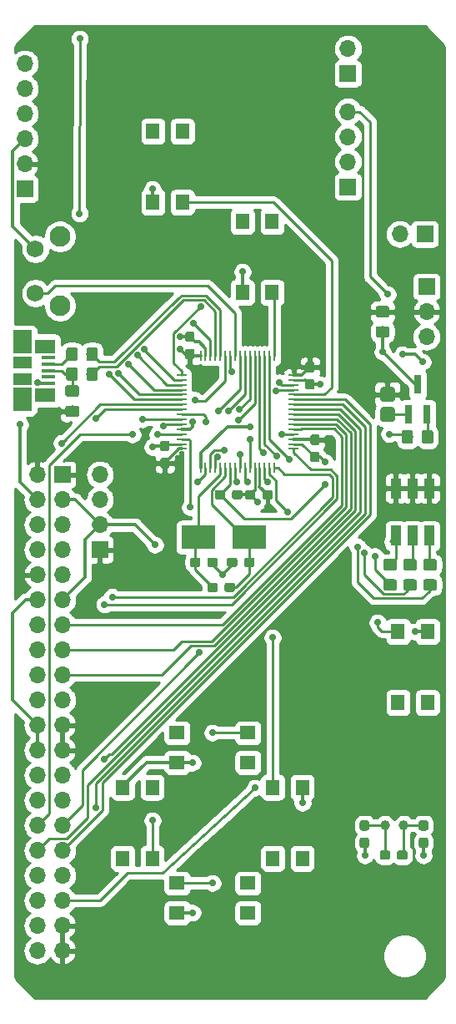
<source format=gbr>
G04 #@! TF.GenerationSoftware,KiCad,Pcbnew,5.0.0*
G04 #@! TF.CreationDate,2018-07-31T02:42:52+02:00*
G04 #@! TF.ProjectId,mokki-dev-board,6D6F6B6B692D6465762D626F6172642E,rev?*
G04 #@! TF.SameCoordinates,Original*
G04 #@! TF.FileFunction,Copper,L1,Top,Signal*
G04 #@! TF.FilePolarity,Positive*
%FSLAX46Y46*%
G04 Gerber Fmt 4.6, Leading zero omitted, Abs format (unit mm)*
G04 Created by KiCad (PCBNEW 5.0.0) date Tue Jul 31 02:42:52 2018*
%MOMM*%
%LPD*%
G01*
G04 APERTURE LIST*
G04 #@! TA.AperFunction,ComponentPad*
%ADD10R,1.700000X1.700000*%
G04 #@! TD*
G04 #@! TA.AperFunction,ComponentPad*
%ADD11O,1.700000X1.700000*%
G04 #@! TD*
G04 #@! TA.AperFunction,ComponentPad*
%ADD12C,1.000000*%
G04 #@! TD*
G04 #@! TA.AperFunction,SMDPad,CuDef*
%ADD13R,1.000000X0.250000*%
G04 #@! TD*
G04 #@! TA.AperFunction,SMDPad,CuDef*
%ADD14R,0.250000X1.000000*%
G04 #@! TD*
G04 #@! TA.AperFunction,Conductor*
%ADD15C,0.100000*%
G04 #@! TD*
G04 #@! TA.AperFunction,SMDPad,CuDef*
%ADD16C,0.950000*%
G04 #@! TD*
G04 #@! TA.AperFunction,SMDPad,CuDef*
%ADD17C,1.150000*%
G04 #@! TD*
G04 #@! TA.AperFunction,SMDPad,CuDef*
%ADD18R,1.100000X2.000000*%
G04 #@! TD*
G04 #@! TA.AperFunction,SMDPad,CuDef*
%ADD19R,1.900000X1.175000*%
G04 #@! TD*
G04 #@! TA.AperFunction,SMDPad,CuDef*
%ADD20R,1.900000X2.375000*%
G04 #@! TD*
G04 #@! TA.AperFunction,SMDPad,CuDef*
%ADD21R,2.100000X1.475000*%
G04 #@! TD*
G04 #@! TA.AperFunction,SMDPad,CuDef*
%ADD22R,1.380000X0.450000*%
G04 #@! TD*
G04 #@! TA.AperFunction,SMDPad,CuDef*
%ADD23R,0.800000X1.900000*%
G04 #@! TD*
G04 #@! TA.AperFunction,SMDPad,CuDef*
%ADD24R,1.400000X1.600000*%
G04 #@! TD*
G04 #@! TA.AperFunction,SMDPad,CuDef*
%ADD25R,1.600000X1.400000*%
G04 #@! TD*
G04 #@! TA.AperFunction,ComponentPad*
%ADD26C,2.100000*%
G04 #@! TD*
G04 #@! TA.AperFunction,ComponentPad*
%ADD27C,1.750000*%
G04 #@! TD*
G04 #@! TA.AperFunction,SMDPad,CuDef*
%ADD28R,3.500000X2.400000*%
G04 #@! TD*
G04 #@! TA.AperFunction,SMDPad,CuDef*
%ADD29C,1.524000*%
G04 #@! TD*
G04 #@! TA.AperFunction,ViaPad*
%ADD30C,0.700000*%
G04 #@! TD*
G04 #@! TA.AperFunction,Conductor*
%ADD31C,0.350000*%
G04 #@! TD*
G04 #@! TA.AperFunction,Conductor*
%ADD32C,0.250000*%
G04 #@! TD*
G04 #@! TA.AperFunction,Conductor*
%ADD33C,0.254000*%
G04 #@! TD*
G04 APERTURE END LIST*
D10*
G04 #@! TO.P,J5,1*
G04 #@! TO.N,/USART5_TX*
X264829235Y-68744949D03*
D11*
G04 #@! TO.P,J5,2*
G04 #@! TO.N,GND*
X264829235Y-66204949D03*
G04 #@! TD*
D10*
G04 #@! TO.P,J2,1*
G04 #@! TO.N,/SWD_CLK*
X264829235Y-80210949D03*
D11*
G04 #@! TO.P,J2,2*
G04 #@! TO.N,GND*
X264829235Y-77670949D03*
G04 #@! TO.P,J2,3*
G04 #@! TO.N,/SWD_IO*
X264829235Y-75130949D03*
G04 #@! TO.P,J2,4*
G04 #@! TO.N,/NRST*
X264829235Y-72590949D03*
G04 #@! TD*
D10*
G04 #@! TO.P,J6,1*
G04 #@! TO.N,VCC*
X235840235Y-109384949D03*
D11*
G04 #@! TO.P,J6,2*
X233300235Y-109384949D03*
G04 #@! TO.P,J6,3*
G04 #@! TO.N,GND*
X235840235Y-111924949D03*
G04 #@! TO.P,J6,4*
X233300235Y-111924949D03*
G04 #@! TO.P,J6,5*
G04 #@! TO.N,/I2C2_SCL*
X235840235Y-114464949D03*
G04 #@! TO.P,J6,6*
G04 #@! TO.N,/USART1_RX*
X233300235Y-114464949D03*
G04 #@! TO.P,J6,7*
G04 #@! TO.N,/I2C2_SDA*
X235840235Y-117004949D03*
G04 #@! TO.P,J6,8*
G04 #@! TO.N,/USART1_TX*
X233300235Y-117004949D03*
G04 #@! TO.P,J6,9*
G04 #@! TO.N,VCC*
X235840235Y-119544949D03*
G04 #@! TO.P,J6,10*
X233300235Y-119544949D03*
G04 #@! TO.P,J6,11*
G04 #@! TO.N,GND*
X235840235Y-122084949D03*
G04 #@! TO.P,J6,12*
X233300235Y-122084949D03*
G04 #@! TO.P,J6,13*
G04 #@! TO.N,/SPI1_SCK*
X235840235Y-124624949D03*
G04 #@! TO.P,J6,14*
G04 #@! TO.N,/SPI3_SCK*
X233300235Y-124624949D03*
G04 #@! TO.P,J6,15*
G04 #@! TO.N,/SPI1_MISO*
X235840235Y-127164949D03*
G04 #@! TO.P,J6,16*
G04 #@! TO.N,/SPI3_MISO*
X233300235Y-127164949D03*
G04 #@! TO.P,J6,17*
G04 #@! TO.N,/SPI1_MOSI*
X235840235Y-129704949D03*
G04 #@! TO.P,J6,18*
G04 #@! TO.N,/SPI3_MOSI*
X233300235Y-129704949D03*
G04 #@! TO.P,J6,19*
G04 #@! TO.N,/USART2_TX*
X235840235Y-132244949D03*
G04 #@! TO.P,J6,20*
G04 #@! TO.N,/USART2_RX*
X233300235Y-132244949D03*
G04 #@! TO.P,J6,21*
G04 #@! TO.N,VCC*
X235840235Y-134784949D03*
G04 #@! TO.P,J6,22*
G04 #@! TO.N,GND*
X233300235Y-134784949D03*
G04 #@! TO.P,J6,23*
G04 #@! TO.N,VCC*
X235840235Y-137324949D03*
G04 #@! TO.P,J6,24*
G04 #@! TO.N,GND*
X233300235Y-137324949D03*
G04 #@! TO.P,J6,25*
G04 #@! TO.N,/GPIO_PC8_T*
X235840235Y-139864949D03*
G04 #@! TO.P,J6,26*
G04 #@! TO.N,/GPIO_PC9_T*
X233300235Y-139864949D03*
G04 #@! TO.P,J6,27*
G04 #@! TO.N,/GPIO_PC6_T*
X235840235Y-142404949D03*
G04 #@! TO.P,J6,28*
G04 #@! TO.N,/GPIO_PC7_T*
X233300235Y-142404949D03*
G04 #@! TO.P,J6,29*
G04 #@! TO.N,/GPIO_PB9_T*
X235840235Y-144944949D03*
G04 #@! TO.P,J6,30*
G04 #@! TO.N,/GPIO_PB8_T*
X233300235Y-144944949D03*
G04 #@! TO.P,J6,31*
G04 #@! TO.N,/GPIO_PB1_AT*
X235840235Y-147484949D03*
G04 #@! TO.P,J6,32*
G04 #@! TO.N,/GPIO_PC5_A*
X233300235Y-147484949D03*
G04 #@! TO.P,J6,33*
G04 #@! TO.N,/GPIO_PB0_AT*
X235840235Y-150024949D03*
G04 #@! TO.P,J6,34*
G04 #@! TO.N,/GPIO_PC4_A*
X233300235Y-150024949D03*
G04 #@! TO.P,J6,35*
G04 #@! TO.N,/GPIO_PA1_AT*
X235840235Y-152564949D03*
G04 #@! TO.P,J6,36*
G04 #@! TO.N,/GPIO_PC3_A*
X233300235Y-152564949D03*
G04 #@! TO.P,J6,37*
G04 #@! TO.N,VCC*
X235840235Y-155104949D03*
G04 #@! TO.P,J6,38*
G04 #@! TO.N,GND*
X233300235Y-155104949D03*
G04 #@! TO.P,J6,39*
G04 #@! TO.N,VCC*
X235840235Y-157644949D03*
G04 #@! TO.P,J6,40*
G04 #@! TO.N,GND*
X233300235Y-157644949D03*
G04 #@! TD*
D12*
G04 #@! TO.P,Y2,2*
G04 #@! TO.N,Net-(C4-Pad1)*
X268607466Y-144962516D03*
G04 #@! TO.P,Y2,1*
G04 #@! TO.N,Net-(C2-Pad1)*
X270507466Y-144962516D03*
G04 #@! TD*
D13*
G04 #@! TO.P,U1,64*
G04 #@! TO.N,VCC*
X247920235Y-106784949D03*
G04 #@! TO.P,U1,63*
G04 #@! TO.N,GND*
X247920235Y-106284949D03*
G04 #@! TO.P,U1,62*
G04 #@! TO.N,/GPIO_PB9_T*
X247920235Y-105784949D03*
G04 #@! TO.P,U1,61*
G04 #@! TO.N,/GPIO_PB8_T*
X247920235Y-105284949D03*
G04 #@! TO.P,U1,60*
G04 #@! TO.N,GND*
X247920235Y-104784949D03*
G04 #@! TO.P,U1,59*
G04 #@! TO.N,/I2C1_SDA*
X247920235Y-104284949D03*
G04 #@! TO.P,U1,58*
G04 #@! TO.N,/I2C1_SCL*
X247920235Y-103784949D03*
G04 #@! TO.P,U1,57*
G04 #@! TO.N,/SPI3_MOSI*
X247920235Y-103284949D03*
G04 #@! TO.P,U1,56*
G04 #@! TO.N,/SPI3_MISO*
X247920235Y-102784949D03*
G04 #@! TO.P,U1,55*
G04 #@! TO.N,/SPI3_SCK*
X247920235Y-102284949D03*
G04 #@! TO.P,U1,54*
G04 #@! TO.N,/GPIO_PD2*
X247920235Y-101784949D03*
G04 #@! TO.P,U1,53*
G04 #@! TO.N,/USART5_TX*
X247920235Y-101284949D03*
G04 #@! TO.P,U1,52*
G04 #@! TO.N,/UART4_RX*
X247920235Y-100784949D03*
G04 #@! TO.P,U1,51*
G04 #@! TO.N,/UART4_TX*
X247920235Y-100284949D03*
G04 #@! TO.P,U1,50*
G04 #@! TO.N,/GPIO_PA15*
X247920235Y-99784949D03*
G04 #@! TO.P,U1,49*
G04 #@! TO.N,/SWD_CLK*
X247920235Y-99284949D03*
D14*
G04 #@! TO.P,U1,48*
G04 #@! TO.N,VCC*
X249870235Y-97334949D03*
G04 #@! TO.P,U1,47*
G04 #@! TO.N,GND*
X250370235Y-97334949D03*
G04 #@! TO.P,U1,46*
G04 #@! TO.N,/SWD_IO*
X250870235Y-97334949D03*
G04 #@! TO.P,U1,45*
G04 #@! TO.N,/USB_DP*
X251370235Y-97334949D03*
G04 #@! TO.P,U1,44*
G04 #@! TO.N,/USB_DM*
X251870235Y-97334949D03*
G04 #@! TO.P,U1,43*
G04 #@! TO.N,/USART1_RX*
X252370235Y-97334949D03*
G04 #@! TO.P,U1,42*
G04 #@! TO.N,/USART1_TX*
X252870235Y-97334949D03*
G04 #@! TO.P,U1,41*
G04 #@! TO.N,/GPIO_PA8*
X253370235Y-97334949D03*
G04 #@! TO.P,U1,40*
G04 #@! TO.N,/GPIO_PC9_T*
X253870235Y-97334949D03*
G04 #@! TO.P,U1,39*
G04 #@! TO.N,/GPIO_PC8_T*
X254370235Y-97334949D03*
G04 #@! TO.P,U1,38*
G04 #@! TO.N,/GPIO_PC7_T*
X254870235Y-97334949D03*
G04 #@! TO.P,U1,37*
G04 #@! TO.N,/GPIO_PC6_T*
X255370235Y-97334949D03*
G04 #@! TO.P,U1,36*
G04 #@! TO.N,/GPIO_PB15*
X255870235Y-97334949D03*
G04 #@! TO.P,U1,35*
G04 #@! TO.N,/GPIO_PB14*
X256370235Y-97334949D03*
G04 #@! TO.P,U1,34*
G04 #@! TO.N,/GPIO_PB13*
X256870235Y-97334949D03*
G04 #@! TO.P,U1,33*
G04 #@! TO.N,/GPIO_PB12*
X257370235Y-97334949D03*
D13*
G04 #@! TO.P,U1,32*
G04 #@! TO.N,VCC*
X259320235Y-99284949D03*
G04 #@! TO.P,U1,31*
G04 #@! TO.N,GND*
X259320235Y-99784949D03*
G04 #@! TO.P,U1,30*
G04 #@! TO.N,/I2C2_SDA*
X259320235Y-100284949D03*
G04 #@! TO.P,U1,29*
G04 #@! TO.N,/I2C2_SCL*
X259320235Y-100784949D03*
G04 #@! TO.P,U1,28*
G04 #@! TO.N,/GPIO_PB2*
X259320235Y-101284949D03*
G04 #@! TO.P,U1,27*
G04 #@! TO.N,/GPIO_PB1_AT*
X259320235Y-101784949D03*
G04 #@! TO.P,U1,26*
G04 #@! TO.N,/GPIO_PB0_AT*
X259320235Y-102284949D03*
G04 #@! TO.P,U1,25*
G04 #@! TO.N,/GPIO_PC5_A*
X259320235Y-102784949D03*
G04 #@! TO.P,U1,24*
G04 #@! TO.N,/GPIO_PC4_A*
X259320235Y-103284949D03*
G04 #@! TO.P,U1,23*
G04 #@! TO.N,/SPI1_MOSI*
X259320235Y-103784949D03*
G04 #@! TO.P,U1,22*
G04 #@! TO.N,/SPI1_MISO*
X259320235Y-104284949D03*
G04 #@! TO.P,U1,21*
G04 #@! TO.N,/SPI1_SCK*
X259320235Y-104784949D03*
G04 #@! TO.P,U1,20*
G04 #@! TO.N,/DAC*
X259320235Y-105284949D03*
G04 #@! TO.P,U1,19*
G04 #@! TO.N,VCC*
X259320235Y-105784949D03*
G04 #@! TO.P,U1,18*
G04 #@! TO.N,GND*
X259320235Y-106284949D03*
G04 #@! TO.P,U1,17*
G04 #@! TO.N,/USART2_RX*
X259320235Y-106784949D03*
D14*
G04 #@! TO.P,U1,16*
G04 #@! TO.N,/USART2_TX*
X257370235Y-108734949D03*
G04 #@! TO.P,U1,15*
G04 #@! TO.N,/GPIO_PA1_AT*
X256870235Y-108734949D03*
G04 #@! TO.P,U1,14*
G04 #@! TO.N,/GPIO_PA0*
X256370235Y-108734949D03*
G04 #@! TO.P,U1,13*
G04 #@! TO.N,VCC*
X255870235Y-108734949D03*
G04 #@! TO.P,U1,12*
G04 #@! TO.N,GND*
X255370235Y-108734949D03*
G04 #@! TO.P,U1,11*
G04 #@! TO.N,/GPIO_PC3_A*
X254870235Y-108734949D03*
G04 #@! TO.P,U1,10*
G04 #@! TO.N,/GPIO_PC2*
X254370235Y-108734949D03*
G04 #@! TO.P,U1,9*
G04 #@! TO.N,/GPIO_PC1*
X253870235Y-108734949D03*
G04 #@! TO.P,U1,8*
G04 #@! TO.N,/GPIO_PC0*
X253370235Y-108734949D03*
G04 #@! TO.P,U1,7*
G04 #@! TO.N,/NRST*
X252870235Y-108734949D03*
G04 #@! TO.P,U1,6*
G04 #@! TO.N,Net-(C3-Pad1)*
X252370235Y-108734949D03*
G04 #@! TO.P,U1,5*
G04 #@! TO.N,Net-(C1-Pad1)*
X251870235Y-108734949D03*
G04 #@! TO.P,U1,4*
G04 #@! TO.N,Net-(C4-Pad1)*
X251370235Y-108734949D03*
G04 #@! TO.P,U1,3*
G04 #@! TO.N,Net-(C2-Pad1)*
X250870235Y-108734949D03*
G04 #@! TO.P,U1,2*
G04 #@! TO.N,/GPIO_PC13*
X250370235Y-108734949D03*
G04 #@! TO.P,U1,1*
G04 #@! TO.N,+BATT*
X249870235Y-108734949D03*
G04 #@! TD*
D15*
G04 #@! TO.N,Net-(C1-Pad1)*
G04 #@! TO.C,C1*
G36*
X249641014Y-117801093D02*
X249664069Y-117804512D01*
X249686678Y-117810176D01*
X249708622Y-117818028D01*
X249729692Y-117827993D01*
X249749683Y-117839975D01*
X249768403Y-117853859D01*
X249785673Y-117869511D01*
X249801325Y-117886781D01*
X249815209Y-117905501D01*
X249827191Y-117925492D01*
X249837156Y-117946562D01*
X249845008Y-117968506D01*
X249850672Y-117991115D01*
X249854091Y-118014170D01*
X249855235Y-118037449D01*
X249855235Y-118512449D01*
X249854091Y-118535728D01*
X249850672Y-118558783D01*
X249845008Y-118581392D01*
X249837156Y-118603336D01*
X249827191Y-118624406D01*
X249815209Y-118644397D01*
X249801325Y-118663117D01*
X249785673Y-118680387D01*
X249768403Y-118696039D01*
X249749683Y-118709923D01*
X249729692Y-118721905D01*
X249708622Y-118731870D01*
X249686678Y-118739722D01*
X249664069Y-118745386D01*
X249641014Y-118748805D01*
X249617735Y-118749949D01*
X249042735Y-118749949D01*
X249019456Y-118748805D01*
X248996401Y-118745386D01*
X248973792Y-118739722D01*
X248951848Y-118731870D01*
X248930778Y-118721905D01*
X248910787Y-118709923D01*
X248892067Y-118696039D01*
X248874797Y-118680387D01*
X248859145Y-118663117D01*
X248845261Y-118644397D01*
X248833279Y-118624406D01*
X248823314Y-118603336D01*
X248815462Y-118581392D01*
X248809798Y-118558783D01*
X248806379Y-118535728D01*
X248805235Y-118512449D01*
X248805235Y-118037449D01*
X248806379Y-118014170D01*
X248809798Y-117991115D01*
X248815462Y-117968506D01*
X248823314Y-117946562D01*
X248833279Y-117925492D01*
X248845261Y-117905501D01*
X248859145Y-117886781D01*
X248874797Y-117869511D01*
X248892067Y-117853859D01*
X248910787Y-117839975D01*
X248930778Y-117827993D01*
X248951848Y-117818028D01*
X248973792Y-117810176D01*
X248996401Y-117804512D01*
X249019456Y-117801093D01*
X249042735Y-117799949D01*
X249617735Y-117799949D01*
X249641014Y-117801093D01*
X249641014Y-117801093D01*
G37*
D16*
G04 #@! TD*
G04 #@! TO.P,C1,1*
G04 #@! TO.N,Net-(C1-Pad1)*
X249330235Y-118274949D03*
D15*
G04 #@! TO.N,GND*
G04 #@! TO.C,C1*
G36*
X251391014Y-117801093D02*
X251414069Y-117804512D01*
X251436678Y-117810176D01*
X251458622Y-117818028D01*
X251479692Y-117827993D01*
X251499683Y-117839975D01*
X251518403Y-117853859D01*
X251535673Y-117869511D01*
X251551325Y-117886781D01*
X251565209Y-117905501D01*
X251577191Y-117925492D01*
X251587156Y-117946562D01*
X251595008Y-117968506D01*
X251600672Y-117991115D01*
X251604091Y-118014170D01*
X251605235Y-118037449D01*
X251605235Y-118512449D01*
X251604091Y-118535728D01*
X251600672Y-118558783D01*
X251595008Y-118581392D01*
X251587156Y-118603336D01*
X251577191Y-118624406D01*
X251565209Y-118644397D01*
X251551325Y-118663117D01*
X251535673Y-118680387D01*
X251518403Y-118696039D01*
X251499683Y-118709923D01*
X251479692Y-118721905D01*
X251458622Y-118731870D01*
X251436678Y-118739722D01*
X251414069Y-118745386D01*
X251391014Y-118748805D01*
X251367735Y-118749949D01*
X250792735Y-118749949D01*
X250769456Y-118748805D01*
X250746401Y-118745386D01*
X250723792Y-118739722D01*
X250701848Y-118731870D01*
X250680778Y-118721905D01*
X250660787Y-118709923D01*
X250642067Y-118696039D01*
X250624797Y-118680387D01*
X250609145Y-118663117D01*
X250595261Y-118644397D01*
X250583279Y-118624406D01*
X250573314Y-118603336D01*
X250565462Y-118581392D01*
X250559798Y-118558783D01*
X250556379Y-118535728D01*
X250555235Y-118512449D01*
X250555235Y-118037449D01*
X250556379Y-118014170D01*
X250559798Y-117991115D01*
X250565462Y-117968506D01*
X250573314Y-117946562D01*
X250583279Y-117925492D01*
X250595261Y-117905501D01*
X250609145Y-117886781D01*
X250624797Y-117869511D01*
X250642067Y-117853859D01*
X250660787Y-117839975D01*
X250680778Y-117827993D01*
X250701848Y-117818028D01*
X250723792Y-117810176D01*
X250746401Y-117804512D01*
X250769456Y-117801093D01*
X250792735Y-117799949D01*
X251367735Y-117799949D01*
X251391014Y-117801093D01*
X251391014Y-117801093D01*
G37*
D16*
G04 #@! TD*
G04 #@! TO.P,C1,2*
G04 #@! TO.N,GND*
X251080235Y-118274949D03*
D15*
G04 #@! TO.N,GND*
G04 #@! TO.C,C2*
G36*
X272768245Y-146188660D02*
X272791300Y-146192079D01*
X272813909Y-146197743D01*
X272835853Y-146205595D01*
X272856923Y-146215560D01*
X272876914Y-146227542D01*
X272895634Y-146241426D01*
X272912904Y-146257078D01*
X272928556Y-146274348D01*
X272942440Y-146293068D01*
X272954422Y-146313059D01*
X272964387Y-146334129D01*
X272972239Y-146356073D01*
X272977903Y-146378682D01*
X272981322Y-146401737D01*
X272982466Y-146425016D01*
X272982466Y-147000016D01*
X272981322Y-147023295D01*
X272977903Y-147046350D01*
X272972239Y-147068959D01*
X272964387Y-147090903D01*
X272954422Y-147111973D01*
X272942440Y-147131964D01*
X272928556Y-147150684D01*
X272912904Y-147167954D01*
X272895634Y-147183606D01*
X272876914Y-147197490D01*
X272856923Y-147209472D01*
X272835853Y-147219437D01*
X272813909Y-147227289D01*
X272791300Y-147232953D01*
X272768245Y-147236372D01*
X272744966Y-147237516D01*
X272269966Y-147237516D01*
X272246687Y-147236372D01*
X272223632Y-147232953D01*
X272201023Y-147227289D01*
X272179079Y-147219437D01*
X272158009Y-147209472D01*
X272138018Y-147197490D01*
X272119298Y-147183606D01*
X272102028Y-147167954D01*
X272086376Y-147150684D01*
X272072492Y-147131964D01*
X272060510Y-147111973D01*
X272050545Y-147090903D01*
X272042693Y-147068959D01*
X272037029Y-147046350D01*
X272033610Y-147023295D01*
X272032466Y-147000016D01*
X272032466Y-146425016D01*
X272033610Y-146401737D01*
X272037029Y-146378682D01*
X272042693Y-146356073D01*
X272050545Y-146334129D01*
X272060510Y-146313059D01*
X272072492Y-146293068D01*
X272086376Y-146274348D01*
X272102028Y-146257078D01*
X272119298Y-146241426D01*
X272138018Y-146227542D01*
X272158009Y-146215560D01*
X272179079Y-146205595D01*
X272201023Y-146197743D01*
X272223632Y-146192079D01*
X272246687Y-146188660D01*
X272269966Y-146187516D01*
X272744966Y-146187516D01*
X272768245Y-146188660D01*
X272768245Y-146188660D01*
G37*
D16*
G04 #@! TD*
G04 #@! TO.P,C2,2*
G04 #@! TO.N,GND*
X272507466Y-146712516D03*
D15*
G04 #@! TO.N,Net-(C2-Pad1)*
G04 #@! TO.C,C2*
G36*
X272768245Y-144438660D02*
X272791300Y-144442079D01*
X272813909Y-144447743D01*
X272835853Y-144455595D01*
X272856923Y-144465560D01*
X272876914Y-144477542D01*
X272895634Y-144491426D01*
X272912904Y-144507078D01*
X272928556Y-144524348D01*
X272942440Y-144543068D01*
X272954422Y-144563059D01*
X272964387Y-144584129D01*
X272972239Y-144606073D01*
X272977903Y-144628682D01*
X272981322Y-144651737D01*
X272982466Y-144675016D01*
X272982466Y-145250016D01*
X272981322Y-145273295D01*
X272977903Y-145296350D01*
X272972239Y-145318959D01*
X272964387Y-145340903D01*
X272954422Y-145361973D01*
X272942440Y-145381964D01*
X272928556Y-145400684D01*
X272912904Y-145417954D01*
X272895634Y-145433606D01*
X272876914Y-145447490D01*
X272856923Y-145459472D01*
X272835853Y-145469437D01*
X272813909Y-145477289D01*
X272791300Y-145482953D01*
X272768245Y-145486372D01*
X272744966Y-145487516D01*
X272269966Y-145487516D01*
X272246687Y-145486372D01*
X272223632Y-145482953D01*
X272201023Y-145477289D01*
X272179079Y-145469437D01*
X272158009Y-145459472D01*
X272138018Y-145447490D01*
X272119298Y-145433606D01*
X272102028Y-145417954D01*
X272086376Y-145400684D01*
X272072492Y-145381964D01*
X272060510Y-145361973D01*
X272050545Y-145340903D01*
X272042693Y-145318959D01*
X272037029Y-145296350D01*
X272033610Y-145273295D01*
X272032466Y-145250016D01*
X272032466Y-144675016D01*
X272033610Y-144651737D01*
X272037029Y-144628682D01*
X272042693Y-144606073D01*
X272050545Y-144584129D01*
X272060510Y-144563059D01*
X272072492Y-144543068D01*
X272086376Y-144524348D01*
X272102028Y-144507078D01*
X272119298Y-144491426D01*
X272138018Y-144477542D01*
X272158009Y-144465560D01*
X272179079Y-144455595D01*
X272201023Y-144447743D01*
X272223632Y-144442079D01*
X272246687Y-144438660D01*
X272269966Y-144437516D01*
X272744966Y-144437516D01*
X272768245Y-144438660D01*
X272768245Y-144438660D01*
G37*
D16*
G04 #@! TD*
G04 #@! TO.P,C2,1*
G04 #@! TO.N,Net-(C2-Pad1)*
X272507466Y-144962516D03*
D15*
G04 #@! TO.N,GND*
G04 #@! TO.C,C3*
G36*
X253390014Y-117801093D02*
X253413069Y-117804512D01*
X253435678Y-117810176D01*
X253457622Y-117818028D01*
X253478692Y-117827993D01*
X253498683Y-117839975D01*
X253517403Y-117853859D01*
X253534673Y-117869511D01*
X253550325Y-117886781D01*
X253564209Y-117905501D01*
X253576191Y-117925492D01*
X253586156Y-117946562D01*
X253594008Y-117968506D01*
X253599672Y-117991115D01*
X253603091Y-118014170D01*
X253604235Y-118037449D01*
X253604235Y-118512449D01*
X253603091Y-118535728D01*
X253599672Y-118558783D01*
X253594008Y-118581392D01*
X253586156Y-118603336D01*
X253576191Y-118624406D01*
X253564209Y-118644397D01*
X253550325Y-118663117D01*
X253534673Y-118680387D01*
X253517403Y-118696039D01*
X253498683Y-118709923D01*
X253478692Y-118721905D01*
X253457622Y-118731870D01*
X253435678Y-118739722D01*
X253413069Y-118745386D01*
X253390014Y-118748805D01*
X253366735Y-118749949D01*
X252791735Y-118749949D01*
X252768456Y-118748805D01*
X252745401Y-118745386D01*
X252722792Y-118739722D01*
X252700848Y-118731870D01*
X252679778Y-118721905D01*
X252659787Y-118709923D01*
X252641067Y-118696039D01*
X252623797Y-118680387D01*
X252608145Y-118663117D01*
X252594261Y-118644397D01*
X252582279Y-118624406D01*
X252572314Y-118603336D01*
X252564462Y-118581392D01*
X252558798Y-118558783D01*
X252555379Y-118535728D01*
X252554235Y-118512449D01*
X252554235Y-118037449D01*
X252555379Y-118014170D01*
X252558798Y-117991115D01*
X252564462Y-117968506D01*
X252572314Y-117946562D01*
X252582279Y-117925492D01*
X252594261Y-117905501D01*
X252608145Y-117886781D01*
X252623797Y-117869511D01*
X252641067Y-117853859D01*
X252659787Y-117839975D01*
X252679778Y-117827993D01*
X252700848Y-117818028D01*
X252722792Y-117810176D01*
X252745401Y-117804512D01*
X252768456Y-117801093D01*
X252791735Y-117799949D01*
X253366735Y-117799949D01*
X253390014Y-117801093D01*
X253390014Y-117801093D01*
G37*
D16*
G04 #@! TD*
G04 #@! TO.P,C3,2*
G04 #@! TO.N,GND*
X253079235Y-118274949D03*
D15*
G04 #@! TO.N,Net-(C3-Pad1)*
G04 #@! TO.C,C3*
G36*
X255140014Y-117801093D02*
X255163069Y-117804512D01*
X255185678Y-117810176D01*
X255207622Y-117818028D01*
X255228692Y-117827993D01*
X255248683Y-117839975D01*
X255267403Y-117853859D01*
X255284673Y-117869511D01*
X255300325Y-117886781D01*
X255314209Y-117905501D01*
X255326191Y-117925492D01*
X255336156Y-117946562D01*
X255344008Y-117968506D01*
X255349672Y-117991115D01*
X255353091Y-118014170D01*
X255354235Y-118037449D01*
X255354235Y-118512449D01*
X255353091Y-118535728D01*
X255349672Y-118558783D01*
X255344008Y-118581392D01*
X255336156Y-118603336D01*
X255326191Y-118624406D01*
X255314209Y-118644397D01*
X255300325Y-118663117D01*
X255284673Y-118680387D01*
X255267403Y-118696039D01*
X255248683Y-118709923D01*
X255228692Y-118721905D01*
X255207622Y-118731870D01*
X255185678Y-118739722D01*
X255163069Y-118745386D01*
X255140014Y-118748805D01*
X255116735Y-118749949D01*
X254541735Y-118749949D01*
X254518456Y-118748805D01*
X254495401Y-118745386D01*
X254472792Y-118739722D01*
X254450848Y-118731870D01*
X254429778Y-118721905D01*
X254409787Y-118709923D01*
X254391067Y-118696039D01*
X254373797Y-118680387D01*
X254358145Y-118663117D01*
X254344261Y-118644397D01*
X254332279Y-118624406D01*
X254322314Y-118603336D01*
X254314462Y-118581392D01*
X254308798Y-118558783D01*
X254305379Y-118535728D01*
X254304235Y-118512449D01*
X254304235Y-118037449D01*
X254305379Y-118014170D01*
X254308798Y-117991115D01*
X254314462Y-117968506D01*
X254322314Y-117946562D01*
X254332279Y-117925492D01*
X254344261Y-117905501D01*
X254358145Y-117886781D01*
X254373797Y-117869511D01*
X254391067Y-117853859D01*
X254409787Y-117839975D01*
X254429778Y-117827993D01*
X254450848Y-117818028D01*
X254472792Y-117810176D01*
X254495401Y-117804512D01*
X254518456Y-117801093D01*
X254541735Y-117799949D01*
X255116735Y-117799949D01*
X255140014Y-117801093D01*
X255140014Y-117801093D01*
G37*
D16*
G04 #@! TD*
G04 #@! TO.P,C3,1*
G04 #@! TO.N,Net-(C3-Pad1)*
X254829235Y-118274949D03*
D15*
G04 #@! TO.N,Net-(C4-Pad1)*
G04 #@! TO.C,C4*
G36*
X266768245Y-144438660D02*
X266791300Y-144442079D01*
X266813909Y-144447743D01*
X266835853Y-144455595D01*
X266856923Y-144465560D01*
X266876914Y-144477542D01*
X266895634Y-144491426D01*
X266912904Y-144507078D01*
X266928556Y-144524348D01*
X266942440Y-144543068D01*
X266954422Y-144563059D01*
X266964387Y-144584129D01*
X266972239Y-144606073D01*
X266977903Y-144628682D01*
X266981322Y-144651737D01*
X266982466Y-144675016D01*
X266982466Y-145250016D01*
X266981322Y-145273295D01*
X266977903Y-145296350D01*
X266972239Y-145318959D01*
X266964387Y-145340903D01*
X266954422Y-145361973D01*
X266942440Y-145381964D01*
X266928556Y-145400684D01*
X266912904Y-145417954D01*
X266895634Y-145433606D01*
X266876914Y-145447490D01*
X266856923Y-145459472D01*
X266835853Y-145469437D01*
X266813909Y-145477289D01*
X266791300Y-145482953D01*
X266768245Y-145486372D01*
X266744966Y-145487516D01*
X266269966Y-145487516D01*
X266246687Y-145486372D01*
X266223632Y-145482953D01*
X266201023Y-145477289D01*
X266179079Y-145469437D01*
X266158009Y-145459472D01*
X266138018Y-145447490D01*
X266119298Y-145433606D01*
X266102028Y-145417954D01*
X266086376Y-145400684D01*
X266072492Y-145381964D01*
X266060510Y-145361973D01*
X266050545Y-145340903D01*
X266042693Y-145318959D01*
X266037029Y-145296350D01*
X266033610Y-145273295D01*
X266032466Y-145250016D01*
X266032466Y-144675016D01*
X266033610Y-144651737D01*
X266037029Y-144628682D01*
X266042693Y-144606073D01*
X266050545Y-144584129D01*
X266060510Y-144563059D01*
X266072492Y-144543068D01*
X266086376Y-144524348D01*
X266102028Y-144507078D01*
X266119298Y-144491426D01*
X266138018Y-144477542D01*
X266158009Y-144465560D01*
X266179079Y-144455595D01*
X266201023Y-144447743D01*
X266223632Y-144442079D01*
X266246687Y-144438660D01*
X266269966Y-144437516D01*
X266744966Y-144437516D01*
X266768245Y-144438660D01*
X266768245Y-144438660D01*
G37*
D16*
G04 #@! TD*
G04 #@! TO.P,C4,1*
G04 #@! TO.N,Net-(C4-Pad1)*
X266507466Y-144962516D03*
D15*
G04 #@! TO.N,GND*
G04 #@! TO.C,C4*
G36*
X266768245Y-146188660D02*
X266791300Y-146192079D01*
X266813909Y-146197743D01*
X266835853Y-146205595D01*
X266856923Y-146215560D01*
X266876914Y-146227542D01*
X266895634Y-146241426D01*
X266912904Y-146257078D01*
X266928556Y-146274348D01*
X266942440Y-146293068D01*
X266954422Y-146313059D01*
X266964387Y-146334129D01*
X266972239Y-146356073D01*
X266977903Y-146378682D01*
X266981322Y-146401737D01*
X266982466Y-146425016D01*
X266982466Y-147000016D01*
X266981322Y-147023295D01*
X266977903Y-147046350D01*
X266972239Y-147068959D01*
X266964387Y-147090903D01*
X266954422Y-147111973D01*
X266942440Y-147131964D01*
X266928556Y-147150684D01*
X266912904Y-147167954D01*
X266895634Y-147183606D01*
X266876914Y-147197490D01*
X266856923Y-147209472D01*
X266835853Y-147219437D01*
X266813909Y-147227289D01*
X266791300Y-147232953D01*
X266768245Y-147236372D01*
X266744966Y-147237516D01*
X266269966Y-147237516D01*
X266246687Y-147236372D01*
X266223632Y-147232953D01*
X266201023Y-147227289D01*
X266179079Y-147219437D01*
X266158009Y-147209472D01*
X266138018Y-147197490D01*
X266119298Y-147183606D01*
X266102028Y-147167954D01*
X266086376Y-147150684D01*
X266072492Y-147131964D01*
X266060510Y-147111973D01*
X266050545Y-147090903D01*
X266042693Y-147068959D01*
X266037029Y-147046350D01*
X266033610Y-147023295D01*
X266032466Y-147000016D01*
X266032466Y-146425016D01*
X266033610Y-146401737D01*
X266037029Y-146378682D01*
X266042693Y-146356073D01*
X266050545Y-146334129D01*
X266060510Y-146313059D01*
X266072492Y-146293068D01*
X266086376Y-146274348D01*
X266102028Y-146257078D01*
X266119298Y-146241426D01*
X266138018Y-146227542D01*
X266158009Y-146215560D01*
X266179079Y-146205595D01*
X266201023Y-146197743D01*
X266223632Y-146192079D01*
X266246687Y-146188660D01*
X266269966Y-146187516D01*
X266744966Y-146187516D01*
X266768245Y-146188660D01*
X266768245Y-146188660D01*
G37*
D16*
G04 #@! TD*
G04 #@! TO.P,C4,2*
G04 #@! TO.N,GND*
X266507466Y-146712516D03*
D15*
G04 #@! TO.N,GND*
G04 #@! TO.C,C9*
G36*
X268826740Y-94351153D02*
X268851008Y-94354753D01*
X268874807Y-94360714D01*
X268897906Y-94368979D01*
X268920085Y-94379469D01*
X268941128Y-94392081D01*
X268960834Y-94406696D01*
X268979012Y-94423172D01*
X268995488Y-94441350D01*
X269010103Y-94461056D01*
X269022715Y-94482099D01*
X269033205Y-94504278D01*
X269041470Y-94527377D01*
X269047431Y-94551176D01*
X269051031Y-94575444D01*
X269052235Y-94599948D01*
X269052235Y-95249950D01*
X269051031Y-95274454D01*
X269047431Y-95298722D01*
X269041470Y-95322521D01*
X269033205Y-95345620D01*
X269022715Y-95367799D01*
X269010103Y-95388842D01*
X268995488Y-95408548D01*
X268979012Y-95426726D01*
X268960834Y-95443202D01*
X268941128Y-95457817D01*
X268920085Y-95470429D01*
X268897906Y-95480919D01*
X268874807Y-95489184D01*
X268851008Y-95495145D01*
X268826740Y-95498745D01*
X268802236Y-95499949D01*
X267902234Y-95499949D01*
X267877730Y-95498745D01*
X267853462Y-95495145D01*
X267829663Y-95489184D01*
X267806564Y-95480919D01*
X267784385Y-95470429D01*
X267763342Y-95457817D01*
X267743636Y-95443202D01*
X267725458Y-95426726D01*
X267708982Y-95408548D01*
X267694367Y-95388842D01*
X267681755Y-95367799D01*
X267671265Y-95345620D01*
X267663000Y-95322521D01*
X267657039Y-95298722D01*
X267653439Y-95274454D01*
X267652235Y-95249950D01*
X267652235Y-94599948D01*
X267653439Y-94575444D01*
X267657039Y-94551176D01*
X267663000Y-94527377D01*
X267671265Y-94504278D01*
X267681755Y-94482099D01*
X267694367Y-94461056D01*
X267708982Y-94441350D01*
X267725458Y-94423172D01*
X267743636Y-94406696D01*
X267763342Y-94392081D01*
X267784385Y-94379469D01*
X267806564Y-94368979D01*
X267829663Y-94360714D01*
X267853462Y-94354753D01*
X267877730Y-94351153D01*
X267902234Y-94349949D01*
X268802236Y-94349949D01*
X268826740Y-94351153D01*
X268826740Y-94351153D01*
G37*
D17*
G04 #@! TD*
G04 #@! TO.P,C9,2*
G04 #@! TO.N,GND*
X268352235Y-94924949D03*
D15*
G04 #@! TO.N,VCC*
G04 #@! TO.C,C9*
G36*
X268826740Y-92301153D02*
X268851008Y-92304753D01*
X268874807Y-92310714D01*
X268897906Y-92318979D01*
X268920085Y-92329469D01*
X268941128Y-92342081D01*
X268960834Y-92356696D01*
X268979012Y-92373172D01*
X268995488Y-92391350D01*
X269010103Y-92411056D01*
X269022715Y-92432099D01*
X269033205Y-92454278D01*
X269041470Y-92477377D01*
X269047431Y-92501176D01*
X269051031Y-92525444D01*
X269052235Y-92549948D01*
X269052235Y-93199950D01*
X269051031Y-93224454D01*
X269047431Y-93248722D01*
X269041470Y-93272521D01*
X269033205Y-93295620D01*
X269022715Y-93317799D01*
X269010103Y-93338842D01*
X268995488Y-93358548D01*
X268979012Y-93376726D01*
X268960834Y-93393202D01*
X268941128Y-93407817D01*
X268920085Y-93420429D01*
X268897906Y-93430919D01*
X268874807Y-93439184D01*
X268851008Y-93445145D01*
X268826740Y-93448745D01*
X268802236Y-93449949D01*
X267902234Y-93449949D01*
X267877730Y-93448745D01*
X267853462Y-93445145D01*
X267829663Y-93439184D01*
X267806564Y-93430919D01*
X267784385Y-93420429D01*
X267763342Y-93407817D01*
X267743636Y-93393202D01*
X267725458Y-93376726D01*
X267708982Y-93358548D01*
X267694367Y-93338842D01*
X267681755Y-93317799D01*
X267671265Y-93295620D01*
X267663000Y-93272521D01*
X267657039Y-93248722D01*
X267653439Y-93224454D01*
X267652235Y-93199950D01*
X267652235Y-92549948D01*
X267653439Y-92525444D01*
X267657039Y-92501176D01*
X267663000Y-92477377D01*
X267671265Y-92454278D01*
X267681755Y-92432099D01*
X267694367Y-92411056D01*
X267708982Y-92391350D01*
X267725458Y-92373172D01*
X267743636Y-92356696D01*
X267763342Y-92342081D01*
X267784385Y-92329469D01*
X267806564Y-92318979D01*
X267829663Y-92310714D01*
X267853462Y-92304753D01*
X267877730Y-92301153D01*
X267902234Y-92299949D01*
X268802236Y-92299949D01*
X268826740Y-92301153D01*
X268826740Y-92301153D01*
G37*
D17*
G04 #@! TD*
G04 #@! TO.P,C9,1*
G04 #@! TO.N,VCC*
X268352235Y-92874949D03*
D18*
G04 #@! TO.P,D1,6*
G04 #@! TO.N,VCC*
X269700235Y-110794949D03*
G04 #@! TO.P,D1,5*
X271400235Y-110794949D03*
G04 #@! TO.P,D1,4*
X273100235Y-110794949D03*
G04 #@! TO.P,D1,3*
G04 #@! TO.N,Net-(D1-Pad3)*
X273100235Y-115594949D03*
G04 #@! TO.P,D1,2*
G04 #@! TO.N,Net-(D1-Pad2)*
X271400235Y-115594949D03*
G04 #@! TO.P,D1,1*
G04 #@! TO.N,Net-(D1-Pad1)*
X269700235Y-115594949D03*
G04 #@! TD*
D19*
G04 #@! TO.P,J1,6*
G04 #@! TO.N,Net-(J1-Pad6)*
X231780235Y-99694949D03*
X231780235Y-98014949D03*
D20*
X231780235Y-101764949D03*
X231780235Y-95944949D03*
D21*
X234080235Y-101317449D03*
X234080235Y-96392449D03*
D22*
G04 #@! TO.P,J1,5*
G04 #@! TO.N,GND*
X234440235Y-100154949D03*
G04 #@! TO.P,J1,4*
G04 #@! TO.N,N/C*
X234440235Y-99504949D03*
G04 #@! TO.P,J1,3*
G04 #@! TO.N,Net-(J1-Pad3)*
X234440235Y-98854949D03*
G04 #@! TO.P,J1,2*
G04 #@! TO.N,Net-(J1-Pad2)*
X234440235Y-98204949D03*
G04 #@! TO.P,J1,1*
G04 #@! TO.N,N/C*
X234440235Y-97554949D03*
G04 #@! TD*
D11*
G04 #@! TO.P,J3,4*
G04 #@! TO.N,/I2C1_SDA*
X239650235Y-109384949D03*
G04 #@! TO.P,J3,3*
G04 #@! TO.N,/I2C1_SCL*
X239650235Y-111924949D03*
G04 #@! TO.P,J3,2*
G04 #@! TO.N,GND*
X239650235Y-114464949D03*
D10*
G04 #@! TO.P,J3,1*
G04 #@! TO.N,VCC*
X239650235Y-117004949D03*
G04 #@! TD*
D23*
G04 #@! TO.P,Q1,3*
G04 #@! TO.N,GND*
X271908235Y-100264949D03*
G04 #@! TO.P,Q1,2*
G04 #@! TO.N,Net-(Q1-Pad2)*
X272858235Y-103264949D03*
G04 #@! TO.P,Q1,1*
G04 #@! TO.N,Net-(LS1-Pad2)*
X270958235Y-103264949D03*
G04 #@! TD*
D15*
G04 #@! TO.N,Net-(Q1-Pad2)*
G04 #@! TO.C,R3*
G36*
X273273740Y-104876153D02*
X273298008Y-104879753D01*
X273321807Y-104885714D01*
X273344906Y-104893979D01*
X273367085Y-104904469D01*
X273388128Y-104917081D01*
X273407834Y-104931696D01*
X273426012Y-104948172D01*
X273442488Y-104966350D01*
X273457103Y-104986056D01*
X273469715Y-105007099D01*
X273480205Y-105029278D01*
X273488470Y-105052377D01*
X273494431Y-105076176D01*
X273498031Y-105100444D01*
X273499235Y-105124948D01*
X273499235Y-106024950D01*
X273498031Y-106049454D01*
X273494431Y-106073722D01*
X273488470Y-106097521D01*
X273480205Y-106120620D01*
X273469715Y-106142799D01*
X273457103Y-106163842D01*
X273442488Y-106183548D01*
X273426012Y-106201726D01*
X273407834Y-106218202D01*
X273388128Y-106232817D01*
X273367085Y-106245429D01*
X273344906Y-106255919D01*
X273321807Y-106264184D01*
X273298008Y-106270145D01*
X273273740Y-106273745D01*
X273249236Y-106274949D01*
X272599234Y-106274949D01*
X272574730Y-106273745D01*
X272550462Y-106270145D01*
X272526663Y-106264184D01*
X272503564Y-106255919D01*
X272481385Y-106245429D01*
X272460342Y-106232817D01*
X272440636Y-106218202D01*
X272422458Y-106201726D01*
X272405982Y-106183548D01*
X272391367Y-106163842D01*
X272378755Y-106142799D01*
X272368265Y-106120620D01*
X272360000Y-106097521D01*
X272354039Y-106073722D01*
X272350439Y-106049454D01*
X272349235Y-106024950D01*
X272349235Y-105124948D01*
X272350439Y-105100444D01*
X272354039Y-105076176D01*
X272360000Y-105052377D01*
X272368265Y-105029278D01*
X272378755Y-105007099D01*
X272391367Y-104986056D01*
X272405982Y-104966350D01*
X272422458Y-104948172D01*
X272440636Y-104931696D01*
X272460342Y-104917081D01*
X272481385Y-104904469D01*
X272503564Y-104893979D01*
X272526663Y-104885714D01*
X272550462Y-104879753D01*
X272574730Y-104876153D01*
X272599234Y-104874949D01*
X273249236Y-104874949D01*
X273273740Y-104876153D01*
X273273740Y-104876153D01*
G37*
D17*
G04 #@! TD*
G04 #@! TO.P,R3,1*
G04 #@! TO.N,Net-(Q1-Pad2)*
X272924235Y-105574949D03*
D15*
G04 #@! TO.N,/DAC*
G04 #@! TO.C,R3*
G36*
X271223740Y-104876153D02*
X271248008Y-104879753D01*
X271271807Y-104885714D01*
X271294906Y-104893979D01*
X271317085Y-104904469D01*
X271338128Y-104917081D01*
X271357834Y-104931696D01*
X271376012Y-104948172D01*
X271392488Y-104966350D01*
X271407103Y-104986056D01*
X271419715Y-105007099D01*
X271430205Y-105029278D01*
X271438470Y-105052377D01*
X271444431Y-105076176D01*
X271448031Y-105100444D01*
X271449235Y-105124948D01*
X271449235Y-106024950D01*
X271448031Y-106049454D01*
X271444431Y-106073722D01*
X271438470Y-106097521D01*
X271430205Y-106120620D01*
X271419715Y-106142799D01*
X271407103Y-106163842D01*
X271392488Y-106183548D01*
X271376012Y-106201726D01*
X271357834Y-106218202D01*
X271338128Y-106232817D01*
X271317085Y-106245429D01*
X271294906Y-106255919D01*
X271271807Y-106264184D01*
X271248008Y-106270145D01*
X271223740Y-106273745D01*
X271199236Y-106274949D01*
X270549234Y-106274949D01*
X270524730Y-106273745D01*
X270500462Y-106270145D01*
X270476663Y-106264184D01*
X270453564Y-106255919D01*
X270431385Y-106245429D01*
X270410342Y-106232817D01*
X270390636Y-106218202D01*
X270372458Y-106201726D01*
X270355982Y-106183548D01*
X270341367Y-106163842D01*
X270328755Y-106142799D01*
X270318265Y-106120620D01*
X270310000Y-106097521D01*
X270304039Y-106073722D01*
X270300439Y-106049454D01*
X270299235Y-106024950D01*
X270299235Y-105124948D01*
X270300439Y-105100444D01*
X270304039Y-105076176D01*
X270310000Y-105052377D01*
X270318265Y-105029278D01*
X270328755Y-105007099D01*
X270341367Y-104986056D01*
X270355982Y-104966350D01*
X270372458Y-104948172D01*
X270390636Y-104931696D01*
X270410342Y-104917081D01*
X270431385Y-104904469D01*
X270453564Y-104893979D01*
X270476663Y-104885714D01*
X270500462Y-104879753D01*
X270524730Y-104876153D01*
X270549234Y-104874949D01*
X271199236Y-104874949D01*
X271223740Y-104876153D01*
X271223740Y-104876153D01*
G37*
D17*
G04 #@! TD*
G04 #@! TO.P,R3,2*
G04 #@! TO.N,/DAC*
X270874235Y-105574949D03*
D15*
G04 #@! TO.N,/GPIO_PB13*
G04 #@! TO.C,R4*
G36*
X269588740Y-119996153D02*
X269613008Y-119999753D01*
X269636807Y-120005714D01*
X269659906Y-120013979D01*
X269682085Y-120024469D01*
X269703128Y-120037081D01*
X269722834Y-120051696D01*
X269741012Y-120068172D01*
X269757488Y-120086350D01*
X269772103Y-120106056D01*
X269784715Y-120127099D01*
X269795205Y-120149278D01*
X269803470Y-120172377D01*
X269809431Y-120196176D01*
X269813031Y-120220444D01*
X269814235Y-120244948D01*
X269814235Y-120894950D01*
X269813031Y-120919454D01*
X269809431Y-120943722D01*
X269803470Y-120967521D01*
X269795205Y-120990620D01*
X269784715Y-121012799D01*
X269772103Y-121033842D01*
X269757488Y-121053548D01*
X269741012Y-121071726D01*
X269722834Y-121088202D01*
X269703128Y-121102817D01*
X269682085Y-121115429D01*
X269659906Y-121125919D01*
X269636807Y-121134184D01*
X269613008Y-121140145D01*
X269588740Y-121143745D01*
X269564236Y-121144949D01*
X268664234Y-121144949D01*
X268639730Y-121143745D01*
X268615462Y-121140145D01*
X268591663Y-121134184D01*
X268568564Y-121125919D01*
X268546385Y-121115429D01*
X268525342Y-121102817D01*
X268505636Y-121088202D01*
X268487458Y-121071726D01*
X268470982Y-121053548D01*
X268456367Y-121033842D01*
X268443755Y-121012799D01*
X268433265Y-120990620D01*
X268425000Y-120967521D01*
X268419039Y-120943722D01*
X268415439Y-120919454D01*
X268414235Y-120894950D01*
X268414235Y-120244948D01*
X268415439Y-120220444D01*
X268419039Y-120196176D01*
X268425000Y-120172377D01*
X268433265Y-120149278D01*
X268443755Y-120127099D01*
X268456367Y-120106056D01*
X268470982Y-120086350D01*
X268487458Y-120068172D01*
X268505636Y-120051696D01*
X268525342Y-120037081D01*
X268546385Y-120024469D01*
X268568564Y-120013979D01*
X268591663Y-120005714D01*
X268615462Y-119999753D01*
X268639730Y-119996153D01*
X268664234Y-119994949D01*
X269564236Y-119994949D01*
X269588740Y-119996153D01*
X269588740Y-119996153D01*
G37*
D17*
G04 #@! TD*
G04 #@! TO.P,R4,2*
G04 #@! TO.N,/GPIO_PB13*
X269114235Y-120569949D03*
D15*
G04 #@! TO.N,Net-(D1-Pad1)*
G04 #@! TO.C,R4*
G36*
X269588740Y-117946153D02*
X269613008Y-117949753D01*
X269636807Y-117955714D01*
X269659906Y-117963979D01*
X269682085Y-117974469D01*
X269703128Y-117987081D01*
X269722834Y-118001696D01*
X269741012Y-118018172D01*
X269757488Y-118036350D01*
X269772103Y-118056056D01*
X269784715Y-118077099D01*
X269795205Y-118099278D01*
X269803470Y-118122377D01*
X269809431Y-118146176D01*
X269813031Y-118170444D01*
X269814235Y-118194948D01*
X269814235Y-118844950D01*
X269813031Y-118869454D01*
X269809431Y-118893722D01*
X269803470Y-118917521D01*
X269795205Y-118940620D01*
X269784715Y-118962799D01*
X269772103Y-118983842D01*
X269757488Y-119003548D01*
X269741012Y-119021726D01*
X269722834Y-119038202D01*
X269703128Y-119052817D01*
X269682085Y-119065429D01*
X269659906Y-119075919D01*
X269636807Y-119084184D01*
X269613008Y-119090145D01*
X269588740Y-119093745D01*
X269564236Y-119094949D01*
X268664234Y-119094949D01*
X268639730Y-119093745D01*
X268615462Y-119090145D01*
X268591663Y-119084184D01*
X268568564Y-119075919D01*
X268546385Y-119065429D01*
X268525342Y-119052817D01*
X268505636Y-119038202D01*
X268487458Y-119021726D01*
X268470982Y-119003548D01*
X268456367Y-118983842D01*
X268443755Y-118962799D01*
X268433265Y-118940620D01*
X268425000Y-118917521D01*
X268419039Y-118893722D01*
X268415439Y-118869454D01*
X268414235Y-118844950D01*
X268414235Y-118194948D01*
X268415439Y-118170444D01*
X268419039Y-118146176D01*
X268425000Y-118122377D01*
X268433265Y-118099278D01*
X268443755Y-118077099D01*
X268456367Y-118056056D01*
X268470982Y-118036350D01*
X268487458Y-118018172D01*
X268505636Y-118001696D01*
X268525342Y-117987081D01*
X268546385Y-117974469D01*
X268568564Y-117963979D01*
X268591663Y-117955714D01*
X268615462Y-117949753D01*
X268639730Y-117946153D01*
X268664234Y-117944949D01*
X269564236Y-117944949D01*
X269588740Y-117946153D01*
X269588740Y-117946153D01*
G37*
D17*
G04 #@! TD*
G04 #@! TO.P,R4,1*
G04 #@! TO.N,Net-(D1-Pad1)*
X269114235Y-118519949D03*
D15*
G04 #@! TO.N,Net-(D1-Pad2)*
G04 #@! TO.C,R5*
G36*
X271620740Y-117946153D02*
X271645008Y-117949753D01*
X271668807Y-117955714D01*
X271691906Y-117963979D01*
X271714085Y-117974469D01*
X271735128Y-117987081D01*
X271754834Y-118001696D01*
X271773012Y-118018172D01*
X271789488Y-118036350D01*
X271804103Y-118056056D01*
X271816715Y-118077099D01*
X271827205Y-118099278D01*
X271835470Y-118122377D01*
X271841431Y-118146176D01*
X271845031Y-118170444D01*
X271846235Y-118194948D01*
X271846235Y-118844950D01*
X271845031Y-118869454D01*
X271841431Y-118893722D01*
X271835470Y-118917521D01*
X271827205Y-118940620D01*
X271816715Y-118962799D01*
X271804103Y-118983842D01*
X271789488Y-119003548D01*
X271773012Y-119021726D01*
X271754834Y-119038202D01*
X271735128Y-119052817D01*
X271714085Y-119065429D01*
X271691906Y-119075919D01*
X271668807Y-119084184D01*
X271645008Y-119090145D01*
X271620740Y-119093745D01*
X271596236Y-119094949D01*
X270696234Y-119094949D01*
X270671730Y-119093745D01*
X270647462Y-119090145D01*
X270623663Y-119084184D01*
X270600564Y-119075919D01*
X270578385Y-119065429D01*
X270557342Y-119052817D01*
X270537636Y-119038202D01*
X270519458Y-119021726D01*
X270502982Y-119003548D01*
X270488367Y-118983842D01*
X270475755Y-118962799D01*
X270465265Y-118940620D01*
X270457000Y-118917521D01*
X270451039Y-118893722D01*
X270447439Y-118869454D01*
X270446235Y-118844950D01*
X270446235Y-118194948D01*
X270447439Y-118170444D01*
X270451039Y-118146176D01*
X270457000Y-118122377D01*
X270465265Y-118099278D01*
X270475755Y-118077099D01*
X270488367Y-118056056D01*
X270502982Y-118036350D01*
X270519458Y-118018172D01*
X270537636Y-118001696D01*
X270557342Y-117987081D01*
X270578385Y-117974469D01*
X270600564Y-117963979D01*
X270623663Y-117955714D01*
X270647462Y-117949753D01*
X270671730Y-117946153D01*
X270696234Y-117944949D01*
X271596236Y-117944949D01*
X271620740Y-117946153D01*
X271620740Y-117946153D01*
G37*
D17*
G04 #@! TD*
G04 #@! TO.P,R5,1*
G04 #@! TO.N,Net-(D1-Pad2)*
X271146235Y-118519949D03*
D15*
G04 #@! TO.N,/GPIO_PB14*
G04 #@! TO.C,R5*
G36*
X271620740Y-119996153D02*
X271645008Y-119999753D01*
X271668807Y-120005714D01*
X271691906Y-120013979D01*
X271714085Y-120024469D01*
X271735128Y-120037081D01*
X271754834Y-120051696D01*
X271773012Y-120068172D01*
X271789488Y-120086350D01*
X271804103Y-120106056D01*
X271816715Y-120127099D01*
X271827205Y-120149278D01*
X271835470Y-120172377D01*
X271841431Y-120196176D01*
X271845031Y-120220444D01*
X271846235Y-120244948D01*
X271846235Y-120894950D01*
X271845031Y-120919454D01*
X271841431Y-120943722D01*
X271835470Y-120967521D01*
X271827205Y-120990620D01*
X271816715Y-121012799D01*
X271804103Y-121033842D01*
X271789488Y-121053548D01*
X271773012Y-121071726D01*
X271754834Y-121088202D01*
X271735128Y-121102817D01*
X271714085Y-121115429D01*
X271691906Y-121125919D01*
X271668807Y-121134184D01*
X271645008Y-121140145D01*
X271620740Y-121143745D01*
X271596236Y-121144949D01*
X270696234Y-121144949D01*
X270671730Y-121143745D01*
X270647462Y-121140145D01*
X270623663Y-121134184D01*
X270600564Y-121125919D01*
X270578385Y-121115429D01*
X270557342Y-121102817D01*
X270537636Y-121088202D01*
X270519458Y-121071726D01*
X270502982Y-121053548D01*
X270488367Y-121033842D01*
X270475755Y-121012799D01*
X270465265Y-120990620D01*
X270457000Y-120967521D01*
X270451039Y-120943722D01*
X270447439Y-120919454D01*
X270446235Y-120894950D01*
X270446235Y-120244948D01*
X270447439Y-120220444D01*
X270451039Y-120196176D01*
X270457000Y-120172377D01*
X270465265Y-120149278D01*
X270475755Y-120127099D01*
X270488367Y-120106056D01*
X270502982Y-120086350D01*
X270519458Y-120068172D01*
X270537636Y-120051696D01*
X270557342Y-120037081D01*
X270578385Y-120024469D01*
X270600564Y-120013979D01*
X270623663Y-120005714D01*
X270647462Y-119999753D01*
X270671730Y-119996153D01*
X270696234Y-119994949D01*
X271596236Y-119994949D01*
X271620740Y-119996153D01*
X271620740Y-119996153D01*
G37*
D17*
G04 #@! TD*
G04 #@! TO.P,R5,2*
G04 #@! TO.N,/GPIO_PB14*
X271146235Y-120569949D03*
D15*
G04 #@! TO.N,/GPIO_PB15*
G04 #@! TO.C,R6*
G36*
X273652740Y-119996153D02*
X273677008Y-119999753D01*
X273700807Y-120005714D01*
X273723906Y-120013979D01*
X273746085Y-120024469D01*
X273767128Y-120037081D01*
X273786834Y-120051696D01*
X273805012Y-120068172D01*
X273821488Y-120086350D01*
X273836103Y-120106056D01*
X273848715Y-120127099D01*
X273859205Y-120149278D01*
X273867470Y-120172377D01*
X273873431Y-120196176D01*
X273877031Y-120220444D01*
X273878235Y-120244948D01*
X273878235Y-120894950D01*
X273877031Y-120919454D01*
X273873431Y-120943722D01*
X273867470Y-120967521D01*
X273859205Y-120990620D01*
X273848715Y-121012799D01*
X273836103Y-121033842D01*
X273821488Y-121053548D01*
X273805012Y-121071726D01*
X273786834Y-121088202D01*
X273767128Y-121102817D01*
X273746085Y-121115429D01*
X273723906Y-121125919D01*
X273700807Y-121134184D01*
X273677008Y-121140145D01*
X273652740Y-121143745D01*
X273628236Y-121144949D01*
X272728234Y-121144949D01*
X272703730Y-121143745D01*
X272679462Y-121140145D01*
X272655663Y-121134184D01*
X272632564Y-121125919D01*
X272610385Y-121115429D01*
X272589342Y-121102817D01*
X272569636Y-121088202D01*
X272551458Y-121071726D01*
X272534982Y-121053548D01*
X272520367Y-121033842D01*
X272507755Y-121012799D01*
X272497265Y-120990620D01*
X272489000Y-120967521D01*
X272483039Y-120943722D01*
X272479439Y-120919454D01*
X272478235Y-120894950D01*
X272478235Y-120244948D01*
X272479439Y-120220444D01*
X272483039Y-120196176D01*
X272489000Y-120172377D01*
X272497265Y-120149278D01*
X272507755Y-120127099D01*
X272520367Y-120106056D01*
X272534982Y-120086350D01*
X272551458Y-120068172D01*
X272569636Y-120051696D01*
X272589342Y-120037081D01*
X272610385Y-120024469D01*
X272632564Y-120013979D01*
X272655663Y-120005714D01*
X272679462Y-119999753D01*
X272703730Y-119996153D01*
X272728234Y-119994949D01*
X273628236Y-119994949D01*
X273652740Y-119996153D01*
X273652740Y-119996153D01*
G37*
D17*
G04 #@! TD*
G04 #@! TO.P,R6,2*
G04 #@! TO.N,/GPIO_PB15*
X273178235Y-120569949D03*
D15*
G04 #@! TO.N,Net-(D1-Pad3)*
G04 #@! TO.C,R6*
G36*
X273652740Y-117946153D02*
X273677008Y-117949753D01*
X273700807Y-117955714D01*
X273723906Y-117963979D01*
X273746085Y-117974469D01*
X273767128Y-117987081D01*
X273786834Y-118001696D01*
X273805012Y-118018172D01*
X273821488Y-118036350D01*
X273836103Y-118056056D01*
X273848715Y-118077099D01*
X273859205Y-118099278D01*
X273867470Y-118122377D01*
X273873431Y-118146176D01*
X273877031Y-118170444D01*
X273878235Y-118194948D01*
X273878235Y-118844950D01*
X273877031Y-118869454D01*
X273873431Y-118893722D01*
X273867470Y-118917521D01*
X273859205Y-118940620D01*
X273848715Y-118962799D01*
X273836103Y-118983842D01*
X273821488Y-119003548D01*
X273805012Y-119021726D01*
X273786834Y-119038202D01*
X273767128Y-119052817D01*
X273746085Y-119065429D01*
X273723906Y-119075919D01*
X273700807Y-119084184D01*
X273677008Y-119090145D01*
X273652740Y-119093745D01*
X273628236Y-119094949D01*
X272728234Y-119094949D01*
X272703730Y-119093745D01*
X272679462Y-119090145D01*
X272655663Y-119084184D01*
X272632564Y-119075919D01*
X272610385Y-119065429D01*
X272589342Y-119052817D01*
X272569636Y-119038202D01*
X272551458Y-119021726D01*
X272534982Y-119003548D01*
X272520367Y-118983842D01*
X272507755Y-118962799D01*
X272497265Y-118940620D01*
X272489000Y-118917521D01*
X272483039Y-118893722D01*
X272479439Y-118869454D01*
X272478235Y-118844950D01*
X272478235Y-118194948D01*
X272479439Y-118170444D01*
X272483039Y-118146176D01*
X272489000Y-118122377D01*
X272497265Y-118099278D01*
X272507755Y-118077099D01*
X272520367Y-118056056D01*
X272534982Y-118036350D01*
X272551458Y-118018172D01*
X272569636Y-118001696D01*
X272589342Y-117987081D01*
X272610385Y-117974469D01*
X272632564Y-117963979D01*
X272655663Y-117955714D01*
X272679462Y-117949753D01*
X272703730Y-117946153D01*
X272728234Y-117944949D01*
X273628236Y-117944949D01*
X273652740Y-117946153D01*
X273652740Y-117946153D01*
G37*
D17*
G04 #@! TD*
G04 #@! TO.P,R6,1*
G04 #@! TO.N,Net-(D1-Pad3)*
X273178235Y-118519949D03*
D15*
G04 #@! TO.N,VCC*
G04 #@! TO.C,R7*
G36*
X237304740Y-102396153D02*
X237329008Y-102399753D01*
X237352807Y-102405714D01*
X237375906Y-102413979D01*
X237398085Y-102424469D01*
X237419128Y-102437081D01*
X237438834Y-102451696D01*
X237457012Y-102468172D01*
X237473488Y-102486350D01*
X237488103Y-102506056D01*
X237500715Y-102527099D01*
X237511205Y-102549278D01*
X237519470Y-102572377D01*
X237525431Y-102596176D01*
X237529031Y-102620444D01*
X237530235Y-102644948D01*
X237530235Y-103294950D01*
X237529031Y-103319454D01*
X237525431Y-103343722D01*
X237519470Y-103367521D01*
X237511205Y-103390620D01*
X237500715Y-103412799D01*
X237488103Y-103433842D01*
X237473488Y-103453548D01*
X237457012Y-103471726D01*
X237438834Y-103488202D01*
X237419128Y-103502817D01*
X237398085Y-103515429D01*
X237375906Y-103525919D01*
X237352807Y-103534184D01*
X237329008Y-103540145D01*
X237304740Y-103543745D01*
X237280236Y-103544949D01*
X236380234Y-103544949D01*
X236355730Y-103543745D01*
X236331462Y-103540145D01*
X236307663Y-103534184D01*
X236284564Y-103525919D01*
X236262385Y-103515429D01*
X236241342Y-103502817D01*
X236221636Y-103488202D01*
X236203458Y-103471726D01*
X236186982Y-103453548D01*
X236172367Y-103433842D01*
X236159755Y-103412799D01*
X236149265Y-103390620D01*
X236141000Y-103367521D01*
X236135039Y-103343722D01*
X236131439Y-103319454D01*
X236130235Y-103294950D01*
X236130235Y-102644948D01*
X236131439Y-102620444D01*
X236135039Y-102596176D01*
X236141000Y-102572377D01*
X236149265Y-102549278D01*
X236159755Y-102527099D01*
X236172367Y-102506056D01*
X236186982Y-102486350D01*
X236203458Y-102468172D01*
X236221636Y-102451696D01*
X236241342Y-102437081D01*
X236262385Y-102424469D01*
X236284564Y-102413979D01*
X236307663Y-102405714D01*
X236331462Y-102399753D01*
X236355730Y-102396153D01*
X236380234Y-102394949D01*
X237280236Y-102394949D01*
X237304740Y-102396153D01*
X237304740Y-102396153D01*
G37*
D17*
G04 #@! TD*
G04 #@! TO.P,R7,1*
G04 #@! TO.N,VCC*
X236830235Y-102969949D03*
D15*
G04 #@! TO.N,Net-(J1-Pad3)*
G04 #@! TO.C,R7*
G36*
X237304740Y-100346153D02*
X237329008Y-100349753D01*
X237352807Y-100355714D01*
X237375906Y-100363979D01*
X237398085Y-100374469D01*
X237419128Y-100387081D01*
X237438834Y-100401696D01*
X237457012Y-100418172D01*
X237473488Y-100436350D01*
X237488103Y-100456056D01*
X237500715Y-100477099D01*
X237511205Y-100499278D01*
X237519470Y-100522377D01*
X237525431Y-100546176D01*
X237529031Y-100570444D01*
X237530235Y-100594948D01*
X237530235Y-101244950D01*
X237529031Y-101269454D01*
X237525431Y-101293722D01*
X237519470Y-101317521D01*
X237511205Y-101340620D01*
X237500715Y-101362799D01*
X237488103Y-101383842D01*
X237473488Y-101403548D01*
X237457012Y-101421726D01*
X237438834Y-101438202D01*
X237419128Y-101452817D01*
X237398085Y-101465429D01*
X237375906Y-101475919D01*
X237352807Y-101484184D01*
X237329008Y-101490145D01*
X237304740Y-101493745D01*
X237280236Y-101494949D01*
X236380234Y-101494949D01*
X236355730Y-101493745D01*
X236331462Y-101490145D01*
X236307663Y-101484184D01*
X236284564Y-101475919D01*
X236262385Y-101465429D01*
X236241342Y-101452817D01*
X236221636Y-101438202D01*
X236203458Y-101421726D01*
X236186982Y-101403548D01*
X236172367Y-101383842D01*
X236159755Y-101362799D01*
X236149265Y-101340620D01*
X236141000Y-101317521D01*
X236135039Y-101293722D01*
X236131439Y-101269454D01*
X236130235Y-101244950D01*
X236130235Y-100594948D01*
X236131439Y-100570444D01*
X236135039Y-100546176D01*
X236141000Y-100522377D01*
X236149265Y-100499278D01*
X236159755Y-100477099D01*
X236172367Y-100456056D01*
X236186982Y-100436350D01*
X236203458Y-100418172D01*
X236221636Y-100401696D01*
X236241342Y-100387081D01*
X236262385Y-100374469D01*
X236284564Y-100363979D01*
X236307663Y-100355714D01*
X236331462Y-100349753D01*
X236355730Y-100346153D01*
X236380234Y-100344949D01*
X237280236Y-100344949D01*
X237304740Y-100346153D01*
X237304740Y-100346153D01*
G37*
D17*
G04 #@! TD*
G04 #@! TO.P,R7,2*
G04 #@! TO.N,Net-(J1-Pad3)*
X236830235Y-100919949D03*
D15*
G04 #@! TO.N,Net-(J1-Pad2)*
G04 #@! TO.C,R8*
G36*
X237154740Y-96496153D02*
X237179008Y-96499753D01*
X237202807Y-96505714D01*
X237225906Y-96513979D01*
X237248085Y-96524469D01*
X237269128Y-96537081D01*
X237288834Y-96551696D01*
X237307012Y-96568172D01*
X237323488Y-96586350D01*
X237338103Y-96606056D01*
X237350715Y-96627099D01*
X237361205Y-96649278D01*
X237369470Y-96672377D01*
X237375431Y-96696176D01*
X237379031Y-96720444D01*
X237380235Y-96744948D01*
X237380235Y-97644950D01*
X237379031Y-97669454D01*
X237375431Y-97693722D01*
X237369470Y-97717521D01*
X237361205Y-97740620D01*
X237350715Y-97762799D01*
X237338103Y-97783842D01*
X237323488Y-97803548D01*
X237307012Y-97821726D01*
X237288834Y-97838202D01*
X237269128Y-97852817D01*
X237248085Y-97865429D01*
X237225906Y-97875919D01*
X237202807Y-97884184D01*
X237179008Y-97890145D01*
X237154740Y-97893745D01*
X237130236Y-97894949D01*
X236480234Y-97894949D01*
X236455730Y-97893745D01*
X236431462Y-97890145D01*
X236407663Y-97884184D01*
X236384564Y-97875919D01*
X236362385Y-97865429D01*
X236341342Y-97852817D01*
X236321636Y-97838202D01*
X236303458Y-97821726D01*
X236286982Y-97803548D01*
X236272367Y-97783842D01*
X236259755Y-97762799D01*
X236249265Y-97740620D01*
X236241000Y-97717521D01*
X236235039Y-97693722D01*
X236231439Y-97669454D01*
X236230235Y-97644950D01*
X236230235Y-96744948D01*
X236231439Y-96720444D01*
X236235039Y-96696176D01*
X236241000Y-96672377D01*
X236249265Y-96649278D01*
X236259755Y-96627099D01*
X236272367Y-96606056D01*
X236286982Y-96586350D01*
X236303458Y-96568172D01*
X236321636Y-96551696D01*
X236341342Y-96537081D01*
X236362385Y-96524469D01*
X236384564Y-96513979D01*
X236407663Y-96505714D01*
X236431462Y-96499753D01*
X236455730Y-96496153D01*
X236480234Y-96494949D01*
X237130236Y-96494949D01*
X237154740Y-96496153D01*
X237154740Y-96496153D01*
G37*
D17*
G04 #@! TD*
G04 #@! TO.P,R8,2*
G04 #@! TO.N,Net-(J1-Pad2)*
X236805235Y-97194949D03*
D15*
G04 #@! TO.N,/USB_DM*
G04 #@! TO.C,R8*
G36*
X239204740Y-96496153D02*
X239229008Y-96499753D01*
X239252807Y-96505714D01*
X239275906Y-96513979D01*
X239298085Y-96524469D01*
X239319128Y-96537081D01*
X239338834Y-96551696D01*
X239357012Y-96568172D01*
X239373488Y-96586350D01*
X239388103Y-96606056D01*
X239400715Y-96627099D01*
X239411205Y-96649278D01*
X239419470Y-96672377D01*
X239425431Y-96696176D01*
X239429031Y-96720444D01*
X239430235Y-96744948D01*
X239430235Y-97644950D01*
X239429031Y-97669454D01*
X239425431Y-97693722D01*
X239419470Y-97717521D01*
X239411205Y-97740620D01*
X239400715Y-97762799D01*
X239388103Y-97783842D01*
X239373488Y-97803548D01*
X239357012Y-97821726D01*
X239338834Y-97838202D01*
X239319128Y-97852817D01*
X239298085Y-97865429D01*
X239275906Y-97875919D01*
X239252807Y-97884184D01*
X239229008Y-97890145D01*
X239204740Y-97893745D01*
X239180236Y-97894949D01*
X238530234Y-97894949D01*
X238505730Y-97893745D01*
X238481462Y-97890145D01*
X238457663Y-97884184D01*
X238434564Y-97875919D01*
X238412385Y-97865429D01*
X238391342Y-97852817D01*
X238371636Y-97838202D01*
X238353458Y-97821726D01*
X238336982Y-97803548D01*
X238322367Y-97783842D01*
X238309755Y-97762799D01*
X238299265Y-97740620D01*
X238291000Y-97717521D01*
X238285039Y-97693722D01*
X238281439Y-97669454D01*
X238280235Y-97644950D01*
X238280235Y-96744948D01*
X238281439Y-96720444D01*
X238285039Y-96696176D01*
X238291000Y-96672377D01*
X238299265Y-96649278D01*
X238309755Y-96627099D01*
X238322367Y-96606056D01*
X238336982Y-96586350D01*
X238353458Y-96568172D01*
X238371636Y-96551696D01*
X238391342Y-96537081D01*
X238412385Y-96524469D01*
X238434564Y-96513979D01*
X238457663Y-96505714D01*
X238481462Y-96499753D01*
X238505730Y-96496153D01*
X238530234Y-96494949D01*
X239180236Y-96494949D01*
X239204740Y-96496153D01*
X239204740Y-96496153D01*
G37*
D17*
G04 #@! TD*
G04 #@! TO.P,R8,1*
G04 #@! TO.N,/USB_DM*
X238855235Y-97194949D03*
D15*
G04 #@! TO.N,/USB_DP*
G04 #@! TO.C,R9*
G36*
X239204740Y-98496153D02*
X239229008Y-98499753D01*
X239252807Y-98505714D01*
X239275906Y-98513979D01*
X239298085Y-98524469D01*
X239319128Y-98537081D01*
X239338834Y-98551696D01*
X239357012Y-98568172D01*
X239373488Y-98586350D01*
X239388103Y-98606056D01*
X239400715Y-98627099D01*
X239411205Y-98649278D01*
X239419470Y-98672377D01*
X239425431Y-98696176D01*
X239429031Y-98720444D01*
X239430235Y-98744948D01*
X239430235Y-99644950D01*
X239429031Y-99669454D01*
X239425431Y-99693722D01*
X239419470Y-99717521D01*
X239411205Y-99740620D01*
X239400715Y-99762799D01*
X239388103Y-99783842D01*
X239373488Y-99803548D01*
X239357012Y-99821726D01*
X239338834Y-99838202D01*
X239319128Y-99852817D01*
X239298085Y-99865429D01*
X239275906Y-99875919D01*
X239252807Y-99884184D01*
X239229008Y-99890145D01*
X239204740Y-99893745D01*
X239180236Y-99894949D01*
X238530234Y-99894949D01*
X238505730Y-99893745D01*
X238481462Y-99890145D01*
X238457663Y-99884184D01*
X238434564Y-99875919D01*
X238412385Y-99865429D01*
X238391342Y-99852817D01*
X238371636Y-99838202D01*
X238353458Y-99821726D01*
X238336982Y-99803548D01*
X238322367Y-99783842D01*
X238309755Y-99762799D01*
X238299265Y-99740620D01*
X238291000Y-99717521D01*
X238285039Y-99693722D01*
X238281439Y-99669454D01*
X238280235Y-99644950D01*
X238280235Y-98744948D01*
X238281439Y-98720444D01*
X238285039Y-98696176D01*
X238291000Y-98672377D01*
X238299265Y-98649278D01*
X238309755Y-98627099D01*
X238322367Y-98606056D01*
X238336982Y-98586350D01*
X238353458Y-98568172D01*
X238371636Y-98551696D01*
X238391342Y-98537081D01*
X238412385Y-98524469D01*
X238434564Y-98513979D01*
X238457663Y-98505714D01*
X238481462Y-98499753D01*
X238505730Y-98496153D01*
X238530234Y-98494949D01*
X239180236Y-98494949D01*
X239204740Y-98496153D01*
X239204740Y-98496153D01*
G37*
D17*
G04 #@! TD*
G04 #@! TO.P,R9,1*
G04 #@! TO.N,/USB_DP*
X238855235Y-99194949D03*
D15*
G04 #@! TO.N,Net-(J1-Pad3)*
G04 #@! TO.C,R9*
G36*
X237154740Y-98496153D02*
X237179008Y-98499753D01*
X237202807Y-98505714D01*
X237225906Y-98513979D01*
X237248085Y-98524469D01*
X237269128Y-98537081D01*
X237288834Y-98551696D01*
X237307012Y-98568172D01*
X237323488Y-98586350D01*
X237338103Y-98606056D01*
X237350715Y-98627099D01*
X237361205Y-98649278D01*
X237369470Y-98672377D01*
X237375431Y-98696176D01*
X237379031Y-98720444D01*
X237380235Y-98744948D01*
X237380235Y-99644950D01*
X237379031Y-99669454D01*
X237375431Y-99693722D01*
X237369470Y-99717521D01*
X237361205Y-99740620D01*
X237350715Y-99762799D01*
X237338103Y-99783842D01*
X237323488Y-99803548D01*
X237307012Y-99821726D01*
X237288834Y-99838202D01*
X237269128Y-99852817D01*
X237248085Y-99865429D01*
X237225906Y-99875919D01*
X237202807Y-99884184D01*
X237179008Y-99890145D01*
X237154740Y-99893745D01*
X237130236Y-99894949D01*
X236480234Y-99894949D01*
X236455730Y-99893745D01*
X236431462Y-99890145D01*
X236407663Y-99884184D01*
X236384564Y-99875919D01*
X236362385Y-99865429D01*
X236341342Y-99852817D01*
X236321636Y-99838202D01*
X236303458Y-99821726D01*
X236286982Y-99803548D01*
X236272367Y-99783842D01*
X236259755Y-99762799D01*
X236249265Y-99740620D01*
X236241000Y-99717521D01*
X236235039Y-99693722D01*
X236231439Y-99669454D01*
X236230235Y-99644950D01*
X236230235Y-98744948D01*
X236231439Y-98720444D01*
X236235039Y-98696176D01*
X236241000Y-98672377D01*
X236249265Y-98649278D01*
X236259755Y-98627099D01*
X236272367Y-98606056D01*
X236286982Y-98586350D01*
X236303458Y-98568172D01*
X236321636Y-98551696D01*
X236341342Y-98537081D01*
X236362385Y-98524469D01*
X236384564Y-98513979D01*
X236407663Y-98505714D01*
X236431462Y-98499753D01*
X236455730Y-98496153D01*
X236480234Y-98494949D01*
X237130236Y-98494949D01*
X237154740Y-98496153D01*
X237154740Y-98496153D01*
G37*
D17*
G04 #@! TD*
G04 #@! TO.P,R9,2*
G04 #@! TO.N,Net-(J1-Pad3)*
X236805235Y-99194949D03*
D11*
G04 #@! TO.P,SW1,3*
G04 #@! TO.N,N/C*
X272829235Y-95414949D03*
G04 #@! TO.P,SW1,2*
G04 #@! TO.N,VCC*
X272829235Y-92874949D03*
D10*
G04 #@! TO.P,SW1,1*
G04 #@! TO.N,+BATT*
X272829235Y-90334949D03*
G04 #@! TD*
D24*
G04 #@! TO.P,SW3,2*
G04 #@! TO.N,GND*
X241960235Y-141090949D03*
X241960235Y-148290949D03*
G04 #@! TO.P,SW3,1*
G04 #@! TO.N,/GPIO_PC13*
X244960235Y-141090949D03*
X244960235Y-148290949D03*
G04 #@! TD*
G04 #@! TO.P,SW4,2*
G04 #@! TO.N,GND*
X272924235Y-132498949D03*
X272924235Y-125298949D03*
G04 #@! TO.P,SW4,1*
G04 #@! TO.N,/GPIO_PA0*
X269924235Y-132498949D03*
X269924235Y-125298949D03*
G04 #@! TD*
D25*
G04 #@! TO.P,SW5,1*
G04 #@! TO.N,/GPIO_PC0*
X254680235Y-150810949D03*
X247480235Y-150810949D03*
G04 #@! TO.P,SW5,2*
G04 #@! TO.N,GND*
X254680235Y-153810949D03*
X247480235Y-153810949D03*
G04 #@! TD*
D26*
G04 #@! TO.P,SW6,*
G04 #@! TO.N,*
X235586235Y-92264949D03*
D27*
G04 #@! TO.P,SW6,1*
G04 #@! TO.N,/GPIO_PA8*
X233096235Y-91014949D03*
G04 #@! TO.P,SW6,2*
G04 #@! TO.N,GND*
X233096235Y-86514949D03*
D26*
G04 #@! TO.P,SW6,*
G04 #@! TO.N,*
X235586235Y-85254949D03*
G04 #@! TD*
D25*
G04 #@! TO.P,SW7,2*
G04 #@! TO.N,GND*
X247480235Y-138570949D03*
X254680235Y-138570949D03*
G04 #@! TO.P,SW7,1*
G04 #@! TO.N,/GPIO_PC1*
X247480235Y-135570949D03*
X254680235Y-135570949D03*
G04 #@! TD*
D24*
G04 #@! TO.P,SW8,1*
G04 #@! TO.N,/GPIO_PB12*
X257128235Y-90930949D03*
X257128235Y-83730949D03*
G04 #@! TO.P,SW8,2*
G04 #@! TO.N,GND*
X254128235Y-90930949D03*
X254128235Y-83730949D03*
G04 #@! TD*
G04 #@! TO.P,SW9,1*
G04 #@! TO.N,/GPIO_PC2*
X257200235Y-141090949D03*
X257200235Y-148290949D03*
G04 #@! TO.P,SW9,2*
G04 #@! TO.N,GND*
X260200235Y-141090949D03*
X260200235Y-148290949D03*
G04 #@! TD*
G04 #@! TO.P,SW10,2*
G04 #@! TO.N,GND*
X245032235Y-74586949D03*
X245032235Y-81786949D03*
G04 #@! TO.P,SW10,1*
G04 #@! TO.N,/GPIO_PB2*
X248032235Y-74586949D03*
X248032235Y-81786949D03*
G04 #@! TD*
D28*
G04 #@! TO.P,Y1,2*
G04 #@! TO.N,Net-(C3-Pad1)*
X254829235Y-115734949D03*
G04 #@! TO.P,Y1,1*
G04 #@! TO.N,Net-(C1-Pad1)*
X249629235Y-115734949D03*
G04 #@! TD*
D15*
G04 #@! TO.N,Net-(LS1-Pad2)*
G04 #@! TO.C,LS1*
G36*
X269278580Y-102528784D02*
X269315564Y-102534270D01*
X269351833Y-102543355D01*
X269387037Y-102555951D01*
X269420837Y-102571937D01*
X269452907Y-102591159D01*
X269482939Y-102613432D01*
X269510643Y-102638541D01*
X269535752Y-102666245D01*
X269558025Y-102696277D01*
X269577247Y-102728347D01*
X269593233Y-102762147D01*
X269605829Y-102797351D01*
X269614914Y-102833620D01*
X269620400Y-102870604D01*
X269622235Y-102907949D01*
X269622235Y-103669949D01*
X269620400Y-103707294D01*
X269614914Y-103744278D01*
X269605829Y-103780547D01*
X269593233Y-103815751D01*
X269577247Y-103849551D01*
X269558025Y-103881621D01*
X269535752Y-103911653D01*
X269510643Y-103939357D01*
X269482939Y-103964466D01*
X269452907Y-103986739D01*
X269420837Y-104005961D01*
X269387037Y-104021947D01*
X269351833Y-104034543D01*
X269315564Y-104043628D01*
X269278580Y-104049114D01*
X269241235Y-104050949D01*
X268479235Y-104050949D01*
X268441890Y-104049114D01*
X268404906Y-104043628D01*
X268368637Y-104034543D01*
X268333433Y-104021947D01*
X268299633Y-104005961D01*
X268267563Y-103986739D01*
X268237531Y-103964466D01*
X268209827Y-103939357D01*
X268184718Y-103911653D01*
X268162445Y-103881621D01*
X268143223Y-103849551D01*
X268127237Y-103815751D01*
X268114641Y-103780547D01*
X268105556Y-103744278D01*
X268100070Y-103707294D01*
X268098235Y-103669949D01*
X268098235Y-102907949D01*
X268100070Y-102870604D01*
X268105556Y-102833620D01*
X268114641Y-102797351D01*
X268127237Y-102762147D01*
X268143223Y-102728347D01*
X268162445Y-102696277D01*
X268184718Y-102666245D01*
X268209827Y-102638541D01*
X268237531Y-102613432D01*
X268267563Y-102591159D01*
X268299633Y-102571937D01*
X268333433Y-102555951D01*
X268368637Y-102543355D01*
X268404906Y-102534270D01*
X268441890Y-102528784D01*
X268479235Y-102526949D01*
X269241235Y-102526949D01*
X269278580Y-102528784D01*
X269278580Y-102528784D01*
G37*
D29*
G04 #@! TD*
G04 #@! TO.P,LS1,2*
G04 #@! TO.N,Net-(LS1-Pad2)*
X268860235Y-103288949D03*
D15*
G04 #@! TO.N,VCC*
G04 #@! TO.C,LS1*
G36*
X269278580Y-100496784D02*
X269315564Y-100502270D01*
X269351833Y-100511355D01*
X269387037Y-100523951D01*
X269420837Y-100539937D01*
X269452907Y-100559159D01*
X269482939Y-100581432D01*
X269510643Y-100606541D01*
X269535752Y-100634245D01*
X269558025Y-100664277D01*
X269577247Y-100696347D01*
X269593233Y-100730147D01*
X269605829Y-100765351D01*
X269614914Y-100801620D01*
X269620400Y-100838604D01*
X269622235Y-100875949D01*
X269622235Y-101637949D01*
X269620400Y-101675294D01*
X269614914Y-101712278D01*
X269605829Y-101748547D01*
X269593233Y-101783751D01*
X269577247Y-101817551D01*
X269558025Y-101849621D01*
X269535752Y-101879653D01*
X269510643Y-101907357D01*
X269482939Y-101932466D01*
X269452907Y-101954739D01*
X269420837Y-101973961D01*
X269387037Y-101989947D01*
X269351833Y-102002543D01*
X269315564Y-102011628D01*
X269278580Y-102017114D01*
X269241235Y-102018949D01*
X268479235Y-102018949D01*
X268441890Y-102017114D01*
X268404906Y-102011628D01*
X268368637Y-102002543D01*
X268333433Y-101989947D01*
X268299633Y-101973961D01*
X268267563Y-101954739D01*
X268237531Y-101932466D01*
X268209827Y-101907357D01*
X268184718Y-101879653D01*
X268162445Y-101849621D01*
X268143223Y-101817551D01*
X268127237Y-101783751D01*
X268114641Y-101748547D01*
X268105556Y-101712278D01*
X268100070Y-101675294D01*
X268098235Y-101637949D01*
X268098235Y-100875949D01*
X268100070Y-100838604D01*
X268105556Y-100801620D01*
X268114641Y-100765351D01*
X268127237Y-100730147D01*
X268143223Y-100696347D01*
X268162445Y-100664277D01*
X268184718Y-100634245D01*
X268209827Y-100606541D01*
X268237531Y-100581432D01*
X268267563Y-100559159D01*
X268299633Y-100539937D01*
X268333433Y-100523951D01*
X268368637Y-100511355D01*
X268404906Y-100502270D01*
X268441890Y-100496784D01*
X268479235Y-100494949D01*
X269241235Y-100494949D01*
X269278580Y-100496784D01*
X269278580Y-100496784D01*
G37*
D29*
G04 #@! TD*
G04 #@! TO.P,LS1,1*
G04 #@! TO.N,VCC*
X268860235Y-101256949D03*
D15*
G04 #@! TO.N,VCC*
G04 #@! TO.C,C5*
G36*
X249055014Y-96641093D02*
X249078069Y-96644512D01*
X249100678Y-96650176D01*
X249122622Y-96658028D01*
X249143692Y-96667993D01*
X249163683Y-96679975D01*
X249182403Y-96693859D01*
X249199673Y-96709511D01*
X249215325Y-96726781D01*
X249229209Y-96745501D01*
X249241191Y-96765492D01*
X249251156Y-96786562D01*
X249259008Y-96808506D01*
X249264672Y-96831115D01*
X249268091Y-96854170D01*
X249269235Y-96877449D01*
X249269235Y-97452449D01*
X249268091Y-97475728D01*
X249264672Y-97498783D01*
X249259008Y-97521392D01*
X249251156Y-97543336D01*
X249241191Y-97564406D01*
X249229209Y-97584397D01*
X249215325Y-97603117D01*
X249199673Y-97620387D01*
X249182403Y-97636039D01*
X249163683Y-97649923D01*
X249143692Y-97661905D01*
X249122622Y-97671870D01*
X249100678Y-97679722D01*
X249078069Y-97685386D01*
X249055014Y-97688805D01*
X249031735Y-97689949D01*
X248556735Y-97689949D01*
X248533456Y-97688805D01*
X248510401Y-97685386D01*
X248487792Y-97679722D01*
X248465848Y-97671870D01*
X248444778Y-97661905D01*
X248424787Y-97649923D01*
X248406067Y-97636039D01*
X248388797Y-97620387D01*
X248373145Y-97603117D01*
X248359261Y-97584397D01*
X248347279Y-97564406D01*
X248337314Y-97543336D01*
X248329462Y-97521392D01*
X248323798Y-97498783D01*
X248320379Y-97475728D01*
X248319235Y-97452449D01*
X248319235Y-96877449D01*
X248320379Y-96854170D01*
X248323798Y-96831115D01*
X248329462Y-96808506D01*
X248337314Y-96786562D01*
X248347279Y-96765492D01*
X248359261Y-96745501D01*
X248373145Y-96726781D01*
X248388797Y-96709511D01*
X248406067Y-96693859D01*
X248424787Y-96679975D01*
X248444778Y-96667993D01*
X248465848Y-96658028D01*
X248487792Y-96650176D01*
X248510401Y-96644512D01*
X248533456Y-96641093D01*
X248556735Y-96639949D01*
X249031735Y-96639949D01*
X249055014Y-96641093D01*
X249055014Y-96641093D01*
G37*
D16*
G04 #@! TD*
G04 #@! TO.P,C5,1*
G04 #@! TO.N,VCC*
X248794235Y-97164949D03*
D15*
G04 #@! TO.N,GND*
G04 #@! TO.C,C5*
G36*
X249055014Y-94891093D02*
X249078069Y-94894512D01*
X249100678Y-94900176D01*
X249122622Y-94908028D01*
X249143692Y-94917993D01*
X249163683Y-94929975D01*
X249182403Y-94943859D01*
X249199673Y-94959511D01*
X249215325Y-94976781D01*
X249229209Y-94995501D01*
X249241191Y-95015492D01*
X249251156Y-95036562D01*
X249259008Y-95058506D01*
X249264672Y-95081115D01*
X249268091Y-95104170D01*
X249269235Y-95127449D01*
X249269235Y-95702449D01*
X249268091Y-95725728D01*
X249264672Y-95748783D01*
X249259008Y-95771392D01*
X249251156Y-95793336D01*
X249241191Y-95814406D01*
X249229209Y-95834397D01*
X249215325Y-95853117D01*
X249199673Y-95870387D01*
X249182403Y-95886039D01*
X249163683Y-95899923D01*
X249143692Y-95911905D01*
X249122622Y-95921870D01*
X249100678Y-95929722D01*
X249078069Y-95935386D01*
X249055014Y-95938805D01*
X249031735Y-95939949D01*
X248556735Y-95939949D01*
X248533456Y-95938805D01*
X248510401Y-95935386D01*
X248487792Y-95929722D01*
X248465848Y-95921870D01*
X248444778Y-95911905D01*
X248424787Y-95899923D01*
X248406067Y-95886039D01*
X248388797Y-95870387D01*
X248373145Y-95853117D01*
X248359261Y-95834397D01*
X248347279Y-95814406D01*
X248337314Y-95793336D01*
X248329462Y-95771392D01*
X248323798Y-95748783D01*
X248320379Y-95725728D01*
X248319235Y-95702449D01*
X248319235Y-95127449D01*
X248320379Y-95104170D01*
X248323798Y-95081115D01*
X248329462Y-95058506D01*
X248337314Y-95036562D01*
X248347279Y-95015492D01*
X248359261Y-94995501D01*
X248373145Y-94976781D01*
X248388797Y-94959511D01*
X248406067Y-94943859D01*
X248424787Y-94929975D01*
X248444778Y-94917993D01*
X248465848Y-94908028D01*
X248487792Y-94900176D01*
X248510401Y-94894512D01*
X248533456Y-94891093D01*
X248556735Y-94889949D01*
X249031735Y-94889949D01*
X249055014Y-94891093D01*
X249055014Y-94891093D01*
G37*
D16*
G04 #@! TD*
G04 #@! TO.P,C5,2*
G04 #@! TO.N,GND*
X248794235Y-95414949D03*
D15*
G04 #@! TO.N,GND*
G04 #@! TO.C,C6*
G36*
X261755014Y-107083093D02*
X261778069Y-107086512D01*
X261800678Y-107092176D01*
X261822622Y-107100028D01*
X261843692Y-107109993D01*
X261863683Y-107121975D01*
X261882403Y-107135859D01*
X261899673Y-107151511D01*
X261915325Y-107168781D01*
X261929209Y-107187501D01*
X261941191Y-107207492D01*
X261951156Y-107228562D01*
X261959008Y-107250506D01*
X261964672Y-107273115D01*
X261968091Y-107296170D01*
X261969235Y-107319449D01*
X261969235Y-107894449D01*
X261968091Y-107917728D01*
X261964672Y-107940783D01*
X261959008Y-107963392D01*
X261951156Y-107985336D01*
X261941191Y-108006406D01*
X261929209Y-108026397D01*
X261915325Y-108045117D01*
X261899673Y-108062387D01*
X261882403Y-108078039D01*
X261863683Y-108091923D01*
X261843692Y-108103905D01*
X261822622Y-108113870D01*
X261800678Y-108121722D01*
X261778069Y-108127386D01*
X261755014Y-108130805D01*
X261731735Y-108131949D01*
X261256735Y-108131949D01*
X261233456Y-108130805D01*
X261210401Y-108127386D01*
X261187792Y-108121722D01*
X261165848Y-108113870D01*
X261144778Y-108103905D01*
X261124787Y-108091923D01*
X261106067Y-108078039D01*
X261088797Y-108062387D01*
X261073145Y-108045117D01*
X261059261Y-108026397D01*
X261047279Y-108006406D01*
X261037314Y-107985336D01*
X261029462Y-107963392D01*
X261023798Y-107940783D01*
X261020379Y-107917728D01*
X261019235Y-107894449D01*
X261019235Y-107319449D01*
X261020379Y-107296170D01*
X261023798Y-107273115D01*
X261029462Y-107250506D01*
X261037314Y-107228562D01*
X261047279Y-107207492D01*
X261059261Y-107187501D01*
X261073145Y-107168781D01*
X261088797Y-107151511D01*
X261106067Y-107135859D01*
X261124787Y-107121975D01*
X261144778Y-107109993D01*
X261165848Y-107100028D01*
X261187792Y-107092176D01*
X261210401Y-107086512D01*
X261233456Y-107083093D01*
X261256735Y-107081949D01*
X261731735Y-107081949D01*
X261755014Y-107083093D01*
X261755014Y-107083093D01*
G37*
D16*
G04 #@! TD*
G04 #@! TO.P,C6,2*
G04 #@! TO.N,GND*
X261494235Y-107606949D03*
D15*
G04 #@! TO.N,VCC*
G04 #@! TO.C,C6*
G36*
X261755014Y-105333093D02*
X261778069Y-105336512D01*
X261800678Y-105342176D01*
X261822622Y-105350028D01*
X261843692Y-105359993D01*
X261863683Y-105371975D01*
X261882403Y-105385859D01*
X261899673Y-105401511D01*
X261915325Y-105418781D01*
X261929209Y-105437501D01*
X261941191Y-105457492D01*
X261951156Y-105478562D01*
X261959008Y-105500506D01*
X261964672Y-105523115D01*
X261968091Y-105546170D01*
X261969235Y-105569449D01*
X261969235Y-106144449D01*
X261968091Y-106167728D01*
X261964672Y-106190783D01*
X261959008Y-106213392D01*
X261951156Y-106235336D01*
X261941191Y-106256406D01*
X261929209Y-106276397D01*
X261915325Y-106295117D01*
X261899673Y-106312387D01*
X261882403Y-106328039D01*
X261863683Y-106341923D01*
X261843692Y-106353905D01*
X261822622Y-106363870D01*
X261800678Y-106371722D01*
X261778069Y-106377386D01*
X261755014Y-106380805D01*
X261731735Y-106381949D01*
X261256735Y-106381949D01*
X261233456Y-106380805D01*
X261210401Y-106377386D01*
X261187792Y-106371722D01*
X261165848Y-106363870D01*
X261144778Y-106353905D01*
X261124787Y-106341923D01*
X261106067Y-106328039D01*
X261088797Y-106312387D01*
X261073145Y-106295117D01*
X261059261Y-106276397D01*
X261047279Y-106256406D01*
X261037314Y-106235336D01*
X261029462Y-106213392D01*
X261023798Y-106190783D01*
X261020379Y-106167728D01*
X261019235Y-106144449D01*
X261019235Y-105569449D01*
X261020379Y-105546170D01*
X261023798Y-105523115D01*
X261029462Y-105500506D01*
X261037314Y-105478562D01*
X261047279Y-105457492D01*
X261059261Y-105437501D01*
X261073145Y-105418781D01*
X261088797Y-105401511D01*
X261106067Y-105385859D01*
X261124787Y-105371975D01*
X261144778Y-105359993D01*
X261165848Y-105350028D01*
X261187792Y-105342176D01*
X261210401Y-105336512D01*
X261233456Y-105333093D01*
X261256735Y-105331949D01*
X261731735Y-105331949D01*
X261755014Y-105333093D01*
X261755014Y-105333093D01*
G37*
D16*
G04 #@! TD*
G04 #@! TO.P,C6,1*
G04 #@! TO.N,VCC*
X261494235Y-105856949D03*
D15*
G04 #@! TO.N,GND*
G04 #@! TO.C,C7*
G36*
X261247014Y-99717093D02*
X261270069Y-99720512D01*
X261292678Y-99726176D01*
X261314622Y-99734028D01*
X261335692Y-99743993D01*
X261355683Y-99755975D01*
X261374403Y-99769859D01*
X261391673Y-99785511D01*
X261407325Y-99802781D01*
X261421209Y-99821501D01*
X261433191Y-99841492D01*
X261443156Y-99862562D01*
X261451008Y-99884506D01*
X261456672Y-99907115D01*
X261460091Y-99930170D01*
X261461235Y-99953449D01*
X261461235Y-100528449D01*
X261460091Y-100551728D01*
X261456672Y-100574783D01*
X261451008Y-100597392D01*
X261443156Y-100619336D01*
X261433191Y-100640406D01*
X261421209Y-100660397D01*
X261407325Y-100679117D01*
X261391673Y-100696387D01*
X261374403Y-100712039D01*
X261355683Y-100725923D01*
X261335692Y-100737905D01*
X261314622Y-100747870D01*
X261292678Y-100755722D01*
X261270069Y-100761386D01*
X261247014Y-100764805D01*
X261223735Y-100765949D01*
X260748735Y-100765949D01*
X260725456Y-100764805D01*
X260702401Y-100761386D01*
X260679792Y-100755722D01*
X260657848Y-100747870D01*
X260636778Y-100737905D01*
X260616787Y-100725923D01*
X260598067Y-100712039D01*
X260580797Y-100696387D01*
X260565145Y-100679117D01*
X260551261Y-100660397D01*
X260539279Y-100640406D01*
X260529314Y-100619336D01*
X260521462Y-100597392D01*
X260515798Y-100574783D01*
X260512379Y-100551728D01*
X260511235Y-100528449D01*
X260511235Y-99953449D01*
X260512379Y-99930170D01*
X260515798Y-99907115D01*
X260521462Y-99884506D01*
X260529314Y-99862562D01*
X260539279Y-99841492D01*
X260551261Y-99821501D01*
X260565145Y-99802781D01*
X260580797Y-99785511D01*
X260598067Y-99769859D01*
X260616787Y-99755975D01*
X260636778Y-99743993D01*
X260657848Y-99734028D01*
X260679792Y-99726176D01*
X260702401Y-99720512D01*
X260725456Y-99717093D01*
X260748735Y-99715949D01*
X261223735Y-99715949D01*
X261247014Y-99717093D01*
X261247014Y-99717093D01*
G37*
D16*
G04 #@! TD*
G04 #@! TO.P,C7,2*
G04 #@! TO.N,GND*
X260986235Y-100240949D03*
D15*
G04 #@! TO.N,VCC*
G04 #@! TO.C,C7*
G36*
X261247014Y-97967093D02*
X261270069Y-97970512D01*
X261292678Y-97976176D01*
X261314622Y-97984028D01*
X261335692Y-97993993D01*
X261355683Y-98005975D01*
X261374403Y-98019859D01*
X261391673Y-98035511D01*
X261407325Y-98052781D01*
X261421209Y-98071501D01*
X261433191Y-98091492D01*
X261443156Y-98112562D01*
X261451008Y-98134506D01*
X261456672Y-98157115D01*
X261460091Y-98180170D01*
X261461235Y-98203449D01*
X261461235Y-98778449D01*
X261460091Y-98801728D01*
X261456672Y-98824783D01*
X261451008Y-98847392D01*
X261443156Y-98869336D01*
X261433191Y-98890406D01*
X261421209Y-98910397D01*
X261407325Y-98929117D01*
X261391673Y-98946387D01*
X261374403Y-98962039D01*
X261355683Y-98975923D01*
X261335692Y-98987905D01*
X261314622Y-98997870D01*
X261292678Y-99005722D01*
X261270069Y-99011386D01*
X261247014Y-99014805D01*
X261223735Y-99015949D01*
X260748735Y-99015949D01*
X260725456Y-99014805D01*
X260702401Y-99011386D01*
X260679792Y-99005722D01*
X260657848Y-98997870D01*
X260636778Y-98987905D01*
X260616787Y-98975923D01*
X260598067Y-98962039D01*
X260580797Y-98946387D01*
X260565145Y-98929117D01*
X260551261Y-98910397D01*
X260539279Y-98890406D01*
X260529314Y-98869336D01*
X260521462Y-98847392D01*
X260515798Y-98824783D01*
X260512379Y-98801728D01*
X260511235Y-98778449D01*
X260511235Y-98203449D01*
X260512379Y-98180170D01*
X260515798Y-98157115D01*
X260521462Y-98134506D01*
X260529314Y-98112562D01*
X260539279Y-98091492D01*
X260551261Y-98071501D01*
X260565145Y-98052781D01*
X260580797Y-98035511D01*
X260598067Y-98019859D01*
X260616787Y-98005975D01*
X260636778Y-97993993D01*
X260657848Y-97984028D01*
X260679792Y-97976176D01*
X260702401Y-97970512D01*
X260725456Y-97967093D01*
X260748735Y-97965949D01*
X261223735Y-97965949D01*
X261247014Y-97967093D01*
X261247014Y-97967093D01*
G37*
D16*
G04 #@! TD*
G04 #@! TO.P,C7,1*
G04 #@! TO.N,VCC*
X260986235Y-98490949D03*
D15*
G04 #@! TO.N,VCC*
G04 #@! TO.C,C8*
G36*
X246515014Y-107704093D02*
X246538069Y-107707512D01*
X246560678Y-107713176D01*
X246582622Y-107721028D01*
X246603692Y-107730993D01*
X246623683Y-107742975D01*
X246642403Y-107756859D01*
X246659673Y-107772511D01*
X246675325Y-107789781D01*
X246689209Y-107808501D01*
X246701191Y-107828492D01*
X246711156Y-107849562D01*
X246719008Y-107871506D01*
X246724672Y-107894115D01*
X246728091Y-107917170D01*
X246729235Y-107940449D01*
X246729235Y-108515449D01*
X246728091Y-108538728D01*
X246724672Y-108561783D01*
X246719008Y-108584392D01*
X246711156Y-108606336D01*
X246701191Y-108627406D01*
X246689209Y-108647397D01*
X246675325Y-108666117D01*
X246659673Y-108683387D01*
X246642403Y-108699039D01*
X246623683Y-108712923D01*
X246603692Y-108724905D01*
X246582622Y-108734870D01*
X246560678Y-108742722D01*
X246538069Y-108748386D01*
X246515014Y-108751805D01*
X246491735Y-108752949D01*
X246016735Y-108752949D01*
X245993456Y-108751805D01*
X245970401Y-108748386D01*
X245947792Y-108742722D01*
X245925848Y-108734870D01*
X245904778Y-108724905D01*
X245884787Y-108712923D01*
X245866067Y-108699039D01*
X245848797Y-108683387D01*
X245833145Y-108666117D01*
X245819261Y-108647397D01*
X245807279Y-108627406D01*
X245797314Y-108606336D01*
X245789462Y-108584392D01*
X245783798Y-108561783D01*
X245780379Y-108538728D01*
X245779235Y-108515449D01*
X245779235Y-107940449D01*
X245780379Y-107917170D01*
X245783798Y-107894115D01*
X245789462Y-107871506D01*
X245797314Y-107849562D01*
X245807279Y-107828492D01*
X245819261Y-107808501D01*
X245833145Y-107789781D01*
X245848797Y-107772511D01*
X245866067Y-107756859D01*
X245884787Y-107742975D01*
X245904778Y-107730993D01*
X245925848Y-107721028D01*
X245947792Y-107713176D01*
X245970401Y-107707512D01*
X245993456Y-107704093D01*
X246016735Y-107702949D01*
X246491735Y-107702949D01*
X246515014Y-107704093D01*
X246515014Y-107704093D01*
G37*
D16*
G04 #@! TD*
G04 #@! TO.P,C8,1*
G04 #@! TO.N,VCC*
X246254235Y-108227949D03*
D15*
G04 #@! TO.N,GND*
G04 #@! TO.C,C8*
G36*
X246515014Y-105954093D02*
X246538069Y-105957512D01*
X246560678Y-105963176D01*
X246582622Y-105971028D01*
X246603692Y-105980993D01*
X246623683Y-105992975D01*
X246642403Y-106006859D01*
X246659673Y-106022511D01*
X246675325Y-106039781D01*
X246689209Y-106058501D01*
X246701191Y-106078492D01*
X246711156Y-106099562D01*
X246719008Y-106121506D01*
X246724672Y-106144115D01*
X246728091Y-106167170D01*
X246729235Y-106190449D01*
X246729235Y-106765449D01*
X246728091Y-106788728D01*
X246724672Y-106811783D01*
X246719008Y-106834392D01*
X246711156Y-106856336D01*
X246701191Y-106877406D01*
X246689209Y-106897397D01*
X246675325Y-106916117D01*
X246659673Y-106933387D01*
X246642403Y-106949039D01*
X246623683Y-106962923D01*
X246603692Y-106974905D01*
X246582622Y-106984870D01*
X246560678Y-106992722D01*
X246538069Y-106998386D01*
X246515014Y-107001805D01*
X246491735Y-107002949D01*
X246016735Y-107002949D01*
X245993456Y-107001805D01*
X245970401Y-106998386D01*
X245947792Y-106992722D01*
X245925848Y-106984870D01*
X245904778Y-106974905D01*
X245884787Y-106962923D01*
X245866067Y-106949039D01*
X245848797Y-106933387D01*
X245833145Y-106916117D01*
X245819261Y-106897397D01*
X245807279Y-106877406D01*
X245797314Y-106856336D01*
X245789462Y-106834392D01*
X245783798Y-106811783D01*
X245780379Y-106788728D01*
X245779235Y-106765449D01*
X245779235Y-106190449D01*
X245780379Y-106167170D01*
X245783798Y-106144115D01*
X245789462Y-106121506D01*
X245797314Y-106099562D01*
X245807279Y-106078492D01*
X245819261Y-106058501D01*
X245833145Y-106039781D01*
X245848797Y-106022511D01*
X245866067Y-106006859D01*
X245884787Y-105992975D01*
X245904778Y-105980993D01*
X245925848Y-105971028D01*
X245947792Y-105963176D01*
X245970401Y-105957512D01*
X245993456Y-105954093D01*
X246016735Y-105952949D01*
X246491735Y-105952949D01*
X246515014Y-105954093D01*
X246515014Y-105954093D01*
G37*
D16*
G04 #@! TD*
G04 #@! TO.P,C8,2*
G04 #@! TO.N,GND*
X246254235Y-106477949D03*
D15*
G04 #@! TO.N,GND*
G04 #@! TO.C,C10*
G36*
X255229014Y-110943093D02*
X255252069Y-110946512D01*
X255274678Y-110952176D01*
X255296622Y-110960028D01*
X255317692Y-110969993D01*
X255337683Y-110981975D01*
X255356403Y-110995859D01*
X255373673Y-111011511D01*
X255389325Y-111028781D01*
X255403209Y-111047501D01*
X255415191Y-111067492D01*
X255425156Y-111088562D01*
X255433008Y-111110506D01*
X255438672Y-111133115D01*
X255442091Y-111156170D01*
X255443235Y-111179449D01*
X255443235Y-111654449D01*
X255442091Y-111677728D01*
X255438672Y-111700783D01*
X255433008Y-111723392D01*
X255425156Y-111745336D01*
X255415191Y-111766406D01*
X255403209Y-111786397D01*
X255389325Y-111805117D01*
X255373673Y-111822387D01*
X255356403Y-111838039D01*
X255337683Y-111851923D01*
X255317692Y-111863905D01*
X255296622Y-111873870D01*
X255274678Y-111881722D01*
X255252069Y-111887386D01*
X255229014Y-111890805D01*
X255205735Y-111891949D01*
X254630735Y-111891949D01*
X254607456Y-111890805D01*
X254584401Y-111887386D01*
X254561792Y-111881722D01*
X254539848Y-111873870D01*
X254518778Y-111863905D01*
X254498787Y-111851923D01*
X254480067Y-111838039D01*
X254462797Y-111822387D01*
X254447145Y-111805117D01*
X254433261Y-111786397D01*
X254421279Y-111766406D01*
X254411314Y-111745336D01*
X254403462Y-111723392D01*
X254397798Y-111700783D01*
X254394379Y-111677728D01*
X254393235Y-111654449D01*
X254393235Y-111179449D01*
X254394379Y-111156170D01*
X254397798Y-111133115D01*
X254403462Y-111110506D01*
X254411314Y-111088562D01*
X254421279Y-111067492D01*
X254433261Y-111047501D01*
X254447145Y-111028781D01*
X254462797Y-111011511D01*
X254480067Y-110995859D01*
X254498787Y-110981975D01*
X254518778Y-110969993D01*
X254539848Y-110960028D01*
X254561792Y-110952176D01*
X254584401Y-110946512D01*
X254607456Y-110943093D01*
X254630735Y-110941949D01*
X255205735Y-110941949D01*
X255229014Y-110943093D01*
X255229014Y-110943093D01*
G37*
D16*
G04 #@! TD*
G04 #@! TO.P,C10,2*
G04 #@! TO.N,GND*
X254918235Y-111416949D03*
D15*
G04 #@! TO.N,VCC*
G04 #@! TO.C,C10*
G36*
X256979014Y-110943093D02*
X257002069Y-110946512D01*
X257024678Y-110952176D01*
X257046622Y-110960028D01*
X257067692Y-110969993D01*
X257087683Y-110981975D01*
X257106403Y-110995859D01*
X257123673Y-111011511D01*
X257139325Y-111028781D01*
X257153209Y-111047501D01*
X257165191Y-111067492D01*
X257175156Y-111088562D01*
X257183008Y-111110506D01*
X257188672Y-111133115D01*
X257192091Y-111156170D01*
X257193235Y-111179449D01*
X257193235Y-111654449D01*
X257192091Y-111677728D01*
X257188672Y-111700783D01*
X257183008Y-111723392D01*
X257175156Y-111745336D01*
X257165191Y-111766406D01*
X257153209Y-111786397D01*
X257139325Y-111805117D01*
X257123673Y-111822387D01*
X257106403Y-111838039D01*
X257087683Y-111851923D01*
X257067692Y-111863905D01*
X257046622Y-111873870D01*
X257024678Y-111881722D01*
X257002069Y-111887386D01*
X256979014Y-111890805D01*
X256955735Y-111891949D01*
X256380735Y-111891949D01*
X256357456Y-111890805D01*
X256334401Y-111887386D01*
X256311792Y-111881722D01*
X256289848Y-111873870D01*
X256268778Y-111863905D01*
X256248787Y-111851923D01*
X256230067Y-111838039D01*
X256212797Y-111822387D01*
X256197145Y-111805117D01*
X256183261Y-111786397D01*
X256171279Y-111766406D01*
X256161314Y-111745336D01*
X256153462Y-111723392D01*
X256147798Y-111700783D01*
X256144379Y-111677728D01*
X256143235Y-111654449D01*
X256143235Y-111179449D01*
X256144379Y-111156170D01*
X256147798Y-111133115D01*
X256153462Y-111110506D01*
X256161314Y-111088562D01*
X256171279Y-111067492D01*
X256183261Y-111047501D01*
X256197145Y-111028781D01*
X256212797Y-111011511D01*
X256230067Y-110995859D01*
X256248787Y-110981975D01*
X256268778Y-110969993D01*
X256289848Y-110960028D01*
X256311792Y-110952176D01*
X256334401Y-110946512D01*
X256357456Y-110943093D01*
X256380735Y-110941949D01*
X256955735Y-110941949D01*
X256979014Y-110943093D01*
X256979014Y-110943093D01*
G37*
D16*
G04 #@! TD*
G04 #@! TO.P,C10,1*
G04 #@! TO.N,VCC*
X256668235Y-111416949D03*
D15*
G04 #@! TO.N,/NRST*
G04 #@! TO.C,C11*
G36*
X252153014Y-110943093D02*
X252176069Y-110946512D01*
X252198678Y-110952176D01*
X252220622Y-110960028D01*
X252241692Y-110969993D01*
X252261683Y-110981975D01*
X252280403Y-110995859D01*
X252297673Y-111011511D01*
X252313325Y-111028781D01*
X252327209Y-111047501D01*
X252339191Y-111067492D01*
X252349156Y-111088562D01*
X252357008Y-111110506D01*
X252362672Y-111133115D01*
X252366091Y-111156170D01*
X252367235Y-111179449D01*
X252367235Y-111654449D01*
X252366091Y-111677728D01*
X252362672Y-111700783D01*
X252357008Y-111723392D01*
X252349156Y-111745336D01*
X252339191Y-111766406D01*
X252327209Y-111786397D01*
X252313325Y-111805117D01*
X252297673Y-111822387D01*
X252280403Y-111838039D01*
X252261683Y-111851923D01*
X252241692Y-111863905D01*
X252220622Y-111873870D01*
X252198678Y-111881722D01*
X252176069Y-111887386D01*
X252153014Y-111890805D01*
X252129735Y-111891949D01*
X251554735Y-111891949D01*
X251531456Y-111890805D01*
X251508401Y-111887386D01*
X251485792Y-111881722D01*
X251463848Y-111873870D01*
X251442778Y-111863905D01*
X251422787Y-111851923D01*
X251404067Y-111838039D01*
X251386797Y-111822387D01*
X251371145Y-111805117D01*
X251357261Y-111786397D01*
X251345279Y-111766406D01*
X251335314Y-111745336D01*
X251327462Y-111723392D01*
X251321798Y-111700783D01*
X251318379Y-111677728D01*
X251317235Y-111654449D01*
X251317235Y-111179449D01*
X251318379Y-111156170D01*
X251321798Y-111133115D01*
X251327462Y-111110506D01*
X251335314Y-111088562D01*
X251345279Y-111067492D01*
X251357261Y-111047501D01*
X251371145Y-111028781D01*
X251386797Y-111011511D01*
X251404067Y-110995859D01*
X251422787Y-110981975D01*
X251442778Y-110969993D01*
X251463848Y-110960028D01*
X251485792Y-110952176D01*
X251508401Y-110946512D01*
X251531456Y-110943093D01*
X251554735Y-110941949D01*
X252129735Y-110941949D01*
X252153014Y-110943093D01*
X252153014Y-110943093D01*
G37*
D16*
G04 #@! TD*
G04 #@! TO.P,C11,1*
G04 #@! TO.N,/NRST*
X251842235Y-111416949D03*
D15*
G04 #@! TO.N,GND*
G04 #@! TO.C,C11*
G36*
X253903014Y-110943093D02*
X253926069Y-110946512D01*
X253948678Y-110952176D01*
X253970622Y-110960028D01*
X253991692Y-110969993D01*
X254011683Y-110981975D01*
X254030403Y-110995859D01*
X254047673Y-111011511D01*
X254063325Y-111028781D01*
X254077209Y-111047501D01*
X254089191Y-111067492D01*
X254099156Y-111088562D01*
X254107008Y-111110506D01*
X254112672Y-111133115D01*
X254116091Y-111156170D01*
X254117235Y-111179449D01*
X254117235Y-111654449D01*
X254116091Y-111677728D01*
X254112672Y-111700783D01*
X254107008Y-111723392D01*
X254099156Y-111745336D01*
X254089191Y-111766406D01*
X254077209Y-111786397D01*
X254063325Y-111805117D01*
X254047673Y-111822387D01*
X254030403Y-111838039D01*
X254011683Y-111851923D01*
X253991692Y-111863905D01*
X253970622Y-111873870D01*
X253948678Y-111881722D01*
X253926069Y-111887386D01*
X253903014Y-111890805D01*
X253879735Y-111891949D01*
X253304735Y-111891949D01*
X253281456Y-111890805D01*
X253258401Y-111887386D01*
X253235792Y-111881722D01*
X253213848Y-111873870D01*
X253192778Y-111863905D01*
X253172787Y-111851923D01*
X253154067Y-111838039D01*
X253136797Y-111822387D01*
X253121145Y-111805117D01*
X253107261Y-111786397D01*
X253095279Y-111766406D01*
X253085314Y-111745336D01*
X253077462Y-111723392D01*
X253071798Y-111700783D01*
X253068379Y-111677728D01*
X253067235Y-111654449D01*
X253067235Y-111179449D01*
X253068379Y-111156170D01*
X253071798Y-111133115D01*
X253077462Y-111110506D01*
X253085314Y-111088562D01*
X253095279Y-111067492D01*
X253107261Y-111047501D01*
X253121145Y-111028781D01*
X253136797Y-111011511D01*
X253154067Y-110995859D01*
X253172787Y-110981975D01*
X253192778Y-110969993D01*
X253213848Y-110960028D01*
X253235792Y-110952176D01*
X253258401Y-110946512D01*
X253281456Y-110943093D01*
X253304735Y-110941949D01*
X253879735Y-110941949D01*
X253903014Y-110943093D01*
X253903014Y-110943093D01*
G37*
D16*
G04 #@! TD*
G04 #@! TO.P,C11,2*
G04 #@! TO.N,GND*
X253592235Y-111416949D03*
D15*
G04 #@! TO.N,Net-(C3-Pad1)*
G04 #@! TO.C,R1*
G36*
X253141014Y-120341093D02*
X253164069Y-120344512D01*
X253186678Y-120350176D01*
X253208622Y-120358028D01*
X253229692Y-120367993D01*
X253249683Y-120379975D01*
X253268403Y-120393859D01*
X253285673Y-120409511D01*
X253301325Y-120426781D01*
X253315209Y-120445501D01*
X253327191Y-120465492D01*
X253337156Y-120486562D01*
X253345008Y-120508506D01*
X253350672Y-120531115D01*
X253354091Y-120554170D01*
X253355235Y-120577449D01*
X253355235Y-121052449D01*
X253354091Y-121075728D01*
X253350672Y-121098783D01*
X253345008Y-121121392D01*
X253337156Y-121143336D01*
X253327191Y-121164406D01*
X253315209Y-121184397D01*
X253301325Y-121203117D01*
X253285673Y-121220387D01*
X253268403Y-121236039D01*
X253249683Y-121249923D01*
X253229692Y-121261905D01*
X253208622Y-121271870D01*
X253186678Y-121279722D01*
X253164069Y-121285386D01*
X253141014Y-121288805D01*
X253117735Y-121289949D01*
X252542735Y-121289949D01*
X252519456Y-121288805D01*
X252496401Y-121285386D01*
X252473792Y-121279722D01*
X252451848Y-121271870D01*
X252430778Y-121261905D01*
X252410787Y-121249923D01*
X252392067Y-121236039D01*
X252374797Y-121220387D01*
X252359145Y-121203117D01*
X252345261Y-121184397D01*
X252333279Y-121164406D01*
X252323314Y-121143336D01*
X252315462Y-121121392D01*
X252309798Y-121098783D01*
X252306379Y-121075728D01*
X252305235Y-121052449D01*
X252305235Y-120577449D01*
X252306379Y-120554170D01*
X252309798Y-120531115D01*
X252315462Y-120508506D01*
X252323314Y-120486562D01*
X252333279Y-120465492D01*
X252345261Y-120445501D01*
X252359145Y-120426781D01*
X252374797Y-120409511D01*
X252392067Y-120393859D01*
X252410787Y-120379975D01*
X252430778Y-120367993D01*
X252451848Y-120358028D01*
X252473792Y-120350176D01*
X252496401Y-120344512D01*
X252519456Y-120341093D01*
X252542735Y-120339949D01*
X253117735Y-120339949D01*
X253141014Y-120341093D01*
X253141014Y-120341093D01*
G37*
D16*
G04 #@! TD*
G04 #@! TO.P,R1,1*
G04 #@! TO.N,Net-(C3-Pad1)*
X252830235Y-120814949D03*
D15*
G04 #@! TO.N,Net-(C1-Pad1)*
G04 #@! TO.C,R1*
G36*
X251391014Y-120341093D02*
X251414069Y-120344512D01*
X251436678Y-120350176D01*
X251458622Y-120358028D01*
X251479692Y-120367993D01*
X251499683Y-120379975D01*
X251518403Y-120393859D01*
X251535673Y-120409511D01*
X251551325Y-120426781D01*
X251565209Y-120445501D01*
X251577191Y-120465492D01*
X251587156Y-120486562D01*
X251595008Y-120508506D01*
X251600672Y-120531115D01*
X251604091Y-120554170D01*
X251605235Y-120577449D01*
X251605235Y-121052449D01*
X251604091Y-121075728D01*
X251600672Y-121098783D01*
X251595008Y-121121392D01*
X251587156Y-121143336D01*
X251577191Y-121164406D01*
X251565209Y-121184397D01*
X251551325Y-121203117D01*
X251535673Y-121220387D01*
X251518403Y-121236039D01*
X251499683Y-121249923D01*
X251479692Y-121261905D01*
X251458622Y-121271870D01*
X251436678Y-121279722D01*
X251414069Y-121285386D01*
X251391014Y-121288805D01*
X251367735Y-121289949D01*
X250792735Y-121289949D01*
X250769456Y-121288805D01*
X250746401Y-121285386D01*
X250723792Y-121279722D01*
X250701848Y-121271870D01*
X250680778Y-121261905D01*
X250660787Y-121249923D01*
X250642067Y-121236039D01*
X250624797Y-121220387D01*
X250609145Y-121203117D01*
X250595261Y-121184397D01*
X250583279Y-121164406D01*
X250573314Y-121143336D01*
X250565462Y-121121392D01*
X250559798Y-121098783D01*
X250556379Y-121075728D01*
X250555235Y-121052449D01*
X250555235Y-120577449D01*
X250556379Y-120554170D01*
X250559798Y-120531115D01*
X250565462Y-120508506D01*
X250573314Y-120486562D01*
X250583279Y-120465492D01*
X250595261Y-120445501D01*
X250609145Y-120426781D01*
X250624797Y-120409511D01*
X250642067Y-120393859D01*
X250660787Y-120379975D01*
X250680778Y-120367993D01*
X250701848Y-120358028D01*
X250723792Y-120350176D01*
X250746401Y-120344512D01*
X250769456Y-120341093D01*
X250792735Y-120339949D01*
X251367735Y-120339949D01*
X251391014Y-120341093D01*
X251391014Y-120341093D01*
G37*
D16*
G04 #@! TD*
G04 #@! TO.P,R1,2*
G04 #@! TO.N,Net-(C1-Pad1)*
X251080235Y-120814949D03*
D15*
G04 #@! TO.N,Net-(C2-Pad1)*
G04 #@! TO.C,R2*
G36*
X270668245Y-147488660D02*
X270691300Y-147492079D01*
X270713909Y-147497743D01*
X270735853Y-147505595D01*
X270756923Y-147515560D01*
X270776914Y-147527542D01*
X270795634Y-147541426D01*
X270812904Y-147557078D01*
X270828556Y-147574348D01*
X270842440Y-147593068D01*
X270854422Y-147613059D01*
X270864387Y-147634129D01*
X270872239Y-147656073D01*
X270877903Y-147678682D01*
X270881322Y-147701737D01*
X270882466Y-147725016D01*
X270882466Y-148200016D01*
X270881322Y-148223295D01*
X270877903Y-148246350D01*
X270872239Y-148268959D01*
X270864387Y-148290903D01*
X270854422Y-148311973D01*
X270842440Y-148331964D01*
X270828556Y-148350684D01*
X270812904Y-148367954D01*
X270795634Y-148383606D01*
X270776914Y-148397490D01*
X270756923Y-148409472D01*
X270735853Y-148419437D01*
X270713909Y-148427289D01*
X270691300Y-148432953D01*
X270668245Y-148436372D01*
X270644966Y-148437516D01*
X270069966Y-148437516D01*
X270046687Y-148436372D01*
X270023632Y-148432953D01*
X270001023Y-148427289D01*
X269979079Y-148419437D01*
X269958009Y-148409472D01*
X269938018Y-148397490D01*
X269919298Y-148383606D01*
X269902028Y-148367954D01*
X269886376Y-148350684D01*
X269872492Y-148331964D01*
X269860510Y-148311973D01*
X269850545Y-148290903D01*
X269842693Y-148268959D01*
X269837029Y-148246350D01*
X269833610Y-148223295D01*
X269832466Y-148200016D01*
X269832466Y-147725016D01*
X269833610Y-147701737D01*
X269837029Y-147678682D01*
X269842693Y-147656073D01*
X269850545Y-147634129D01*
X269860510Y-147613059D01*
X269872492Y-147593068D01*
X269886376Y-147574348D01*
X269902028Y-147557078D01*
X269919298Y-147541426D01*
X269938018Y-147527542D01*
X269958009Y-147515560D01*
X269979079Y-147505595D01*
X270001023Y-147497743D01*
X270023632Y-147492079D01*
X270046687Y-147488660D01*
X270069966Y-147487516D01*
X270644966Y-147487516D01*
X270668245Y-147488660D01*
X270668245Y-147488660D01*
G37*
D16*
G04 #@! TD*
G04 #@! TO.P,R2,2*
G04 #@! TO.N,Net-(C2-Pad1)*
X270357466Y-147962516D03*
D15*
G04 #@! TO.N,Net-(C4-Pad1)*
G04 #@! TO.C,R2*
G36*
X268918245Y-147488660D02*
X268941300Y-147492079D01*
X268963909Y-147497743D01*
X268985853Y-147505595D01*
X269006923Y-147515560D01*
X269026914Y-147527542D01*
X269045634Y-147541426D01*
X269062904Y-147557078D01*
X269078556Y-147574348D01*
X269092440Y-147593068D01*
X269104422Y-147613059D01*
X269114387Y-147634129D01*
X269122239Y-147656073D01*
X269127903Y-147678682D01*
X269131322Y-147701737D01*
X269132466Y-147725016D01*
X269132466Y-148200016D01*
X269131322Y-148223295D01*
X269127903Y-148246350D01*
X269122239Y-148268959D01*
X269114387Y-148290903D01*
X269104422Y-148311973D01*
X269092440Y-148331964D01*
X269078556Y-148350684D01*
X269062904Y-148367954D01*
X269045634Y-148383606D01*
X269026914Y-148397490D01*
X269006923Y-148409472D01*
X268985853Y-148419437D01*
X268963909Y-148427289D01*
X268941300Y-148432953D01*
X268918245Y-148436372D01*
X268894966Y-148437516D01*
X268319966Y-148437516D01*
X268296687Y-148436372D01*
X268273632Y-148432953D01*
X268251023Y-148427289D01*
X268229079Y-148419437D01*
X268208009Y-148409472D01*
X268188018Y-148397490D01*
X268169298Y-148383606D01*
X268152028Y-148367954D01*
X268136376Y-148350684D01*
X268122492Y-148331964D01*
X268110510Y-148311973D01*
X268100545Y-148290903D01*
X268092693Y-148268959D01*
X268087029Y-148246350D01*
X268083610Y-148223295D01*
X268082466Y-148200016D01*
X268082466Y-147725016D01*
X268083610Y-147701737D01*
X268087029Y-147678682D01*
X268092693Y-147656073D01*
X268100545Y-147634129D01*
X268110510Y-147613059D01*
X268122492Y-147593068D01*
X268136376Y-147574348D01*
X268152028Y-147557078D01*
X268169298Y-147541426D01*
X268188018Y-147527542D01*
X268208009Y-147515560D01*
X268229079Y-147505595D01*
X268251023Y-147497743D01*
X268273632Y-147492079D01*
X268296687Y-147488660D01*
X268319966Y-147487516D01*
X268894966Y-147487516D01*
X268918245Y-147488660D01*
X268918245Y-147488660D01*
G37*
D16*
G04 #@! TD*
G04 #@! TO.P,R2,1*
G04 #@! TO.N,Net-(C4-Pad1)*
X268607466Y-147962516D03*
D10*
G04 #@! TO.P,BT1,1*
G04 #@! TO.N,+BATT*
X272644835Y-85000949D03*
D11*
G04 #@! TO.P,BT1,2*
G04 #@! TO.N,GND*
X270104835Y-85000949D03*
G04 #@! TD*
D10*
G04 #@! TO.P,J4,1*
G04 #@! TO.N,/GPIO_PD2*
X232030235Y-80428949D03*
D11*
G04 #@! TO.P,J4,2*
G04 #@! TO.N,VCC*
X232030235Y-77888949D03*
G04 #@! TO.P,J4,3*
G04 #@! TO.N,GND*
X232030235Y-75348949D03*
G04 #@! TO.P,J4,4*
G04 #@! TO.N,/UART4_RX*
X232030235Y-72808949D03*
G04 #@! TO.P,J4,5*
G04 #@! TO.N,/UART4_TX*
X232030235Y-70268949D03*
G04 #@! TO.P,J4,6*
G04 #@! TO.N,/GPIO_PA15*
X232030235Y-67728949D03*
G04 #@! TD*
D30*
G04 #@! TO.N,+BATT*
X254941035Y-104558949D03*
G04 #@! TO.N,GND*
X268352235Y-96938949D03*
X247778235Y-95414949D03*
X266574235Y-147992949D03*
X272508466Y-147992949D03*
X249048235Y-153809549D03*
X252096235Y-119544949D03*
X244984235Y-106590949D03*
X271628835Y-125310749D03*
X262510235Y-108114949D03*
X249048235Y-104050949D03*
X262002235Y-100240949D03*
X255652235Y-112178949D03*
X245238235Y-116496949D03*
X249048235Y-138594949D03*
X260224235Y-142658949D03*
X254128235Y-88810949D03*
X244984235Y-80428949D03*
X270384235Y-97192949D03*
X272416235Y-97954949D03*
X231522235Y-104304949D03*
X233285083Y-100023438D03*
G04 #@! TO.N,Net-(C2-Pad1)*
X252274035Y-106895749D03*
G04 #@! TO.N,Net-(C4-Pad1)*
X251588235Y-107606949D03*
G04 #@! TO.N,VCC*
X268352235Y-107352949D03*
X263272235Y-106844949D03*
X231830235Y-145706949D03*
X260732235Y-93128949D03*
X265558235Y-89572949D03*
X263018235Y-120306949D03*
X256668235Y-112686949D03*
X246480235Y-87644949D03*
X247778235Y-96684949D03*
X251588235Y-123608949D03*
X258954235Y-131482949D03*
G04 #@! TO.N,/NRST*
X268860235Y-91096949D03*
X262510235Y-110400949D03*
G04 #@! TO.N,/SWD_CLK*
X249886435Y-92341549D03*
G04 #@! TO.N,/SWD_IO*
X249175235Y-94017949D03*
G04 #@! TO.N,/I2C1_SCL*
X243968235Y-103784949D03*
G04 #@! TO.N,/I2C1_SDA*
X246096533Y-104459949D03*
G04 #@! TO.N,/GPIO_PD2*
X240580235Y-99194949D03*
G04 #@! TO.N,/UART4_RX*
X242580235Y-98194949D03*
G04 #@! TO.N,/UART4_TX*
X243432533Y-97297247D03*
G04 #@! TO.N,/GPIO_PA15*
X244107533Y-96684370D03*
G04 #@! TO.N,/USART5_TX*
X241507534Y-99167653D03*
X237580235Y-82944949D03*
X237590235Y-65188949D03*
G04 #@! TO.N,/I2C2_SCL*
X257545235Y-100893695D03*
G04 #@! TO.N,/USART1_RX*
X249281855Y-101819939D03*
G04 #@! TO.N,/I2C2_SDA*
X257869179Y-100054015D03*
G04 #@! TO.N,/USART1_TX*
X253080235Y-98944949D03*
G04 #@! TO.N,/SPI3_SCK*
X235764035Y-106209949D03*
G04 #@! TO.N,/SPI3_MISO*
X239225833Y-103702747D03*
G04 #@! TO.N,/SPI3_MOSI*
X250419835Y-104025549D03*
G04 #@! TO.N,/USART2_TX*
X240894835Y-121780149D03*
G04 #@! TO.N,/USART2_RX*
X240107435Y-122542149D03*
G04 #@! TO.N,/GPIO_PC8_T*
X252729140Y-102905854D03*
G04 #@! TO.N,/GPIO_PC9_T*
X251721639Y-102914353D03*
G04 #@! TO.N,/GPIO_PC6_T*
X253696435Y-103847749D03*
G04 #@! TO.N,/GPIO_PC7_T*
X253833112Y-102756477D03*
G04 #@! TO.N,/GPIO_PB9_T*
X249730234Y-127418949D03*
X248794235Y-112686949D03*
G04 #@! TO.N,/GPIO_PB8_T*
X245492235Y-105320949D03*
X242952235Y-105320949D03*
G04 #@! TO.N,/GPIO_PB0_AT*
X239216437Y-143154151D03*
G04 #@! TO.N,/GPIO_PC4_A*
X240053937Y-138236651D03*
G04 #@! TO.N,/GPIO_PA1_AT*
X255398235Y-141134949D03*
X258700235Y-113194949D03*
G04 #@! TO.N,/GPIO_PC3_A*
X254917799Y-105806505D03*
G04 #@! TO.N,/DAC*
X258141435Y-105295549D03*
X269038035Y-105295549D03*
G04 #@! TO.N,/GPIO_PB13*
X258892434Y-107871950D03*
X267590235Y-117665349D03*
G04 #@! TO.N,/GPIO_PB14*
X257589636Y-107523748D03*
X266492971Y-117335149D03*
G04 #@! TO.N,/GPIO_PB15*
X265817971Y-116706678D03*
X256260471Y-107149178D03*
G04 #@! TO.N,/GPIO_PC13*
X244984235Y-144436949D03*
X249556235Y-110146949D03*
G04 #@! TO.N,/GPIO_PA0*
X256668235Y-110146949D03*
X267844235Y-124370949D03*
G04 #@! TO.N,/GPIO_PC0*
X253545235Y-110146949D03*
X251080235Y-150786949D03*
G04 #@! TO.N,/GPIO_PC1*
X253874235Y-107352949D03*
X251080235Y-135546949D03*
G04 #@! TO.N,/GPIO_PC2*
X254636235Y-110146949D03*
X257176235Y-125894949D03*
G04 #@! TD*
D31*
G04 #@! TO.N,+BATT*
X252604235Y-104558949D02*
X249870235Y-107171944D01*
X249870235Y-107171944D02*
X249870235Y-108734949D01*
X254432260Y-104572750D02*
X254446061Y-104558949D01*
X252618036Y-104572750D02*
X254432260Y-104572750D01*
X254446061Y-104558949D02*
X254941035Y-104558949D01*
X252604235Y-104558949D02*
X252618036Y-104572750D01*
G04 #@! TO.N,GND*
X268352235Y-94924949D02*
X268352235Y-96938949D01*
X246447235Y-106284949D02*
X246254235Y-106477949D01*
D32*
X247920235Y-106284949D02*
X246447235Y-106284949D01*
D31*
X245097235Y-106477949D02*
X244984235Y-106590949D01*
X246254235Y-106477949D02*
X245097235Y-106477949D01*
X249293307Y-95914021D02*
X248794235Y-95414949D01*
X249699307Y-95914021D02*
X249293307Y-95914021D01*
X250370235Y-96584949D02*
X249699307Y-95914021D01*
D32*
X250370235Y-97334949D02*
X250370235Y-96584949D01*
D31*
X248794235Y-95414949D02*
X247778235Y-95414949D01*
X249048235Y-104545923D02*
X249048235Y-104050949D01*
X248809209Y-104784949D02*
X249048235Y-104545923D01*
X247920235Y-104784949D02*
X248809209Y-104784949D01*
X254918235Y-111416949D02*
X253592235Y-111416949D01*
X255370235Y-110964949D02*
X254918235Y-111416949D01*
D32*
X260172235Y-106284949D02*
X261494235Y-107606949D01*
X259320235Y-106284949D02*
X260172235Y-106284949D01*
D31*
X262002235Y-107606949D02*
X262510235Y-108114949D01*
X261494235Y-107606949D02*
X262002235Y-107606949D01*
X254918235Y-111444949D02*
X255652235Y-112178949D01*
X254918235Y-111416949D02*
X254918235Y-111444949D01*
X246430235Y-138570949D02*
X247480235Y-138570949D01*
X241960235Y-140990949D02*
X244380235Y-138570949D01*
X244380235Y-138570949D02*
X246430235Y-138570949D01*
X241960235Y-141090949D02*
X241960235Y-140990949D01*
X233300235Y-137324949D02*
X233300235Y-134784949D01*
X260530235Y-99784949D02*
X260986235Y-100240949D01*
D32*
X259320235Y-99784949D02*
X260530235Y-99784949D01*
D31*
X260986235Y-100240949D02*
X262002235Y-100240949D01*
X254128235Y-90930949D02*
X254128235Y-88810949D01*
X271654235Y-97192949D02*
X272416235Y-97954949D01*
X270384235Y-97192949D02*
X271654235Y-97192949D01*
X237110235Y-111924949D02*
X235840235Y-111924949D01*
X239650235Y-114464949D02*
X237110235Y-111924949D01*
X238800236Y-115314948D02*
X239650235Y-114464949D01*
X238126235Y-115988949D02*
X238800236Y-115314948D01*
X238126235Y-119798949D02*
X238126235Y-115988949D01*
X235840235Y-122084949D02*
X238126235Y-119798949D01*
X244984235Y-81738949D02*
X245032235Y-81786949D01*
X244984235Y-80428949D02*
X244984235Y-81738949D01*
X266574235Y-146779285D02*
X266507466Y-146712516D01*
X266574235Y-147992949D02*
X266574235Y-146779285D01*
X272508466Y-146713516D02*
X272507466Y-146712516D01*
X272508466Y-147992949D02*
X272508466Y-146713516D01*
X247504235Y-138594949D02*
X247480235Y-138570949D01*
X249048235Y-138594949D02*
X247504235Y-138594949D01*
X247481635Y-153809549D02*
X247480235Y-153810949D01*
X249048235Y-153809549D02*
X247481635Y-153809549D01*
X260224235Y-141114949D02*
X260200235Y-141090949D01*
X260224235Y-142658949D02*
X260224235Y-141114949D01*
X251080235Y-118528949D02*
X252096235Y-119544949D01*
X251080235Y-118274949D02*
X251080235Y-118528949D01*
X253079235Y-118561949D02*
X252096235Y-119544949D01*
X253079235Y-118274949D02*
X253079235Y-118561949D01*
D32*
X255370235Y-108734949D02*
X255370235Y-110964949D01*
D31*
X271640635Y-125298949D02*
X271628835Y-125310749D01*
X272924235Y-125298949D02*
X271640635Y-125298949D01*
X232098154Y-122084949D02*
X230780245Y-123402858D01*
X233300235Y-122084949D02*
X232098154Y-122084949D01*
X230780245Y-132264959D02*
X233300235Y-134784949D01*
X230780245Y-123402858D02*
X230780245Y-132264959D01*
X243206235Y-114464949D02*
X245238235Y-116496949D01*
X239650235Y-114464949D02*
X243206235Y-114464949D01*
X231522235Y-110146949D02*
X231522235Y-104304949D01*
X233300235Y-111924949D02*
X231522235Y-110146949D01*
X271678235Y-100264949D02*
X271908235Y-100264949D01*
X268352235Y-96938949D02*
X271678235Y-100264949D01*
X233416594Y-100154949D02*
X233285083Y-100023438D01*
X234440235Y-100154949D02*
X233416594Y-100154949D01*
X232221236Y-85639950D02*
X233096235Y-86514949D01*
X230780245Y-84198959D02*
X232221236Y-85639950D01*
X230780245Y-76598939D02*
X230780245Y-84198959D01*
X232030235Y-75348949D02*
X230780245Y-76598939D01*
D32*
G04 #@! TO.N,Net-(C1-Pad1)*
X249629235Y-111597949D02*
X249629235Y-114284949D01*
X251870235Y-109356949D02*
X249629235Y-111597949D01*
X249629235Y-114284949D02*
X249629235Y-115734949D01*
X251870235Y-108734949D02*
X251870235Y-109356949D01*
X249330235Y-116033949D02*
X249629235Y-115734949D01*
X249330235Y-118274949D02*
X249330235Y-116033949D01*
X249330235Y-119064949D02*
X249330235Y-118274949D01*
X251080235Y-120814949D02*
X249330235Y-119064949D01*
G04 #@! TO.N,Net-(C2-Pad1)*
X270507466Y-144962516D02*
X272507466Y-144962516D01*
X270507466Y-147812516D02*
X270357466Y-147962516D01*
X270507466Y-144962516D02*
X270507466Y-147812516D01*
X251300433Y-106895749D02*
X252274035Y-106895749D01*
X250870235Y-107325947D02*
X251300433Y-106895749D01*
X250870235Y-108734949D02*
X250870235Y-107325947D01*
G04 #@! TO.N,Net-(C3-Pad1)*
X254279235Y-115734949D02*
X254829235Y-115734949D01*
X250992225Y-112447939D02*
X254279235Y-115734949D01*
X250992225Y-110946449D02*
X250992225Y-112447939D01*
X252370235Y-109568439D02*
X250992225Y-110946449D01*
X252370235Y-108734949D02*
X252370235Y-109568439D01*
X254829235Y-118274949D02*
X254829235Y-115734949D01*
X254829235Y-118849949D02*
X254829235Y-118274949D01*
X254829235Y-119440949D02*
X254829235Y-118849949D01*
X253455235Y-120814949D02*
X254829235Y-119440949D01*
X252830235Y-120814949D02*
X253455235Y-120814949D01*
G04 #@! TO.N,Net-(C4-Pad1)*
X268607466Y-144962516D02*
X266507466Y-144962516D01*
X268607466Y-144962516D02*
X268607466Y-147962516D01*
X251588235Y-107606949D02*
X251370235Y-107570949D01*
X251370235Y-107570949D02*
X251370235Y-108734949D01*
D31*
G04 #@! TO.N,VCC*
X261422235Y-105784949D02*
X259320235Y-105784949D01*
X261494235Y-105856949D02*
X261422235Y-105784949D01*
X247697235Y-106784949D02*
X246254235Y-108227949D01*
X247920235Y-106784949D02*
X247697235Y-106784949D01*
X255870235Y-110618949D02*
X256668235Y-111416949D01*
D32*
X255870235Y-108734949D02*
X255870235Y-110618949D01*
D31*
X248964235Y-97334949D02*
X248794235Y-97164949D01*
X249870235Y-97334949D02*
X248964235Y-97334949D01*
X262284235Y-105856949D02*
X263272235Y-106844949D01*
X261494235Y-105856949D02*
X262284235Y-105856949D01*
X256668235Y-111416949D02*
X256668235Y-112686949D01*
X260192235Y-99284949D02*
X260986235Y-98490949D01*
X259320235Y-99284949D02*
X260192235Y-99284949D01*
X248258235Y-97164949D02*
X247778235Y-96684949D01*
X248794235Y-97164949D02*
X248258235Y-97164949D01*
D32*
G04 #@! TO.N,/NRST*
X252870235Y-110388949D02*
X252870235Y-108734949D01*
X251842235Y-111416949D02*
X252870235Y-110388949D01*
X266031316Y-72590949D02*
X264829235Y-72590949D01*
X267082235Y-73641868D02*
X266031316Y-72590949D01*
X268860235Y-91096949D02*
X267082235Y-89318949D01*
X267082235Y-89318949D02*
X267082235Y-73641868D01*
X259041234Y-113869950D02*
X262510235Y-110400949D01*
X254295236Y-113869950D02*
X259041234Y-113869950D01*
X251842235Y-111416949D02*
X254295236Y-113869950D01*
G04 #@! TO.N,Net-(D1-Pad1)*
X269114235Y-116180949D02*
X269700235Y-115594949D01*
X269700235Y-117933949D02*
X269114235Y-118519949D01*
X269700235Y-115594949D02*
X269700235Y-117933949D01*
G04 #@! TO.N,Net-(D1-Pad2)*
X271400235Y-118265949D02*
X271146235Y-118519949D01*
X271400235Y-115594949D02*
X271400235Y-118265949D01*
G04 #@! TO.N,Net-(D1-Pad3)*
X273100235Y-118441949D02*
X273178235Y-118519949D01*
X273100235Y-115594949D02*
X273100235Y-118441949D01*
G04 #@! TO.N,Net-(J1-Pad2)*
X235795235Y-98204949D02*
X234440235Y-98204949D01*
X236805235Y-97194949D02*
X235795235Y-98204949D01*
G04 #@! TO.N,Net-(J1-Pad3)*
X235380235Y-98854949D02*
X234440235Y-98854949D01*
X235790235Y-98854949D02*
X235380235Y-98854949D01*
X236130235Y-99194949D02*
X235790235Y-98854949D01*
X236805235Y-99194949D02*
X236130235Y-99194949D01*
X236830235Y-99219949D02*
X236805235Y-99194949D01*
X236830235Y-100919949D02*
X236830235Y-99219949D01*
G04 #@! TO.N,/SWD_CLK*
X247103234Y-98092948D02*
X247103234Y-95090948D01*
X247920235Y-98909949D02*
X247103234Y-98092948D01*
X247920235Y-99284949D02*
X247920235Y-98909949D01*
X247137036Y-95090948D02*
X249886435Y-92341549D01*
X247103234Y-95090948D02*
X247137036Y-95090948D01*
G04 #@! TO.N,/SWD_IO*
X250870235Y-97334949D02*
X250870235Y-95966949D01*
X250870235Y-95966949D02*
X250870235Y-95789149D01*
X250870235Y-95712949D02*
X249175235Y-94017949D01*
X250870235Y-95789149D02*
X250870235Y-95712949D01*
G04 #@! TO.N,/I2C1_SCL*
X247920235Y-103784949D02*
X243968235Y-103784949D01*
G04 #@! TO.N,/I2C1_SDA*
X246271533Y-104284949D02*
X246096533Y-104459949D01*
X247920235Y-104284949D02*
X246271533Y-104284949D01*
G04 #@! TO.N,/GPIO_PD2*
X247920235Y-101784949D02*
X244394635Y-101784949D01*
X243170235Y-101784949D02*
X240580235Y-99194949D01*
X244394635Y-101784949D02*
X243170235Y-101784949D01*
G04 #@! TO.N,/UART4_RX*
X247920235Y-100784949D02*
X245919839Y-100784949D01*
X245170235Y-100784949D02*
X242580235Y-98194949D01*
X245919839Y-100784949D02*
X245170235Y-100784949D01*
G04 #@! TO.N,/UART4_TX*
X246420235Y-100284949D02*
X247920235Y-100284949D01*
X243432533Y-97297247D02*
X246420235Y-100284949D01*
G04 #@! TO.N,/GPIO_PA15*
X244107533Y-96722247D02*
X244107533Y-96684370D01*
X247170235Y-99784949D02*
X244107533Y-96722247D01*
X247920235Y-99784949D02*
X247170235Y-99784949D01*
G04 #@! TO.N,/USART5_TX*
X247920235Y-101284949D02*
X245063035Y-101284949D01*
X243624830Y-101284949D02*
X241507534Y-99167653D01*
X245063035Y-101284949D02*
X243624830Y-101284949D01*
X237580235Y-82944949D02*
X237590235Y-65188949D01*
G04 #@! TO.N,/I2C2_SCL*
X257653981Y-100784949D02*
X257545235Y-100893695D01*
X259320235Y-100784949D02*
X257653981Y-100784949D01*
G04 #@! TO.N,/USART1_RX*
X252370235Y-97334949D02*
X252370235Y-99904949D01*
X252370235Y-99904949D02*
X250330235Y-101944949D01*
X249406865Y-101944949D02*
X249281855Y-101819939D01*
X250330235Y-101944949D02*
X249406865Y-101944949D01*
G04 #@! TO.N,/I2C2_SDA*
X258100113Y-100284949D02*
X257869179Y-100054015D01*
X259320235Y-100284949D02*
X258100113Y-100284949D01*
G04 #@! TO.N,/USART1_TX*
X252870235Y-98734949D02*
X253080235Y-98944949D01*
X252870235Y-97334949D02*
X252870235Y-98734949D01*
G04 #@! TO.N,/SPI1_SCK*
X252074595Y-124624949D02*
X235840235Y-124624949D01*
X259320235Y-104784949D02*
X260070235Y-104784949D01*
X264212035Y-112487509D02*
X252074595Y-124624949D01*
X263420405Y-104736749D02*
X264212035Y-105528379D01*
X260070235Y-104784949D02*
X260118435Y-104736749D01*
X264212035Y-105528379D02*
X264212035Y-112487509D01*
X260118435Y-104736749D02*
X263420405Y-104736749D01*
G04 #@! TO.N,/SPI3_SCK*
X239689035Y-102284949D02*
X235764035Y-106209949D01*
X247920235Y-102284949D02*
X239689035Y-102284949D01*
G04 #@! TO.N,/SPI1_MISO*
X247092435Y-127164949D02*
X235840235Y-127164949D01*
X247963446Y-126293938D02*
X247092435Y-127164949D01*
X251042016Y-126293938D02*
X247963446Y-126293938D01*
X264669235Y-105349169D02*
X264669235Y-112666719D01*
X264669235Y-112666719D02*
X251042016Y-126293938D01*
X259320235Y-104284949D02*
X263605015Y-104284949D01*
X263605015Y-104284949D02*
X264669235Y-105349169D01*
G04 #@! TO.N,/SPI3_MISO*
X240143631Y-102784949D02*
X239225833Y-103702747D01*
X247920235Y-102784949D02*
X240143631Y-102784949D01*
G04 #@! TO.N,/SPI1_MOSI*
X248859636Y-126743948D02*
X245898635Y-129704949D01*
X251228416Y-126743948D02*
X248859636Y-126743948D01*
X245898635Y-129704949D02*
X235840235Y-129704949D01*
X263741425Y-103784949D02*
X265133625Y-105177149D01*
X259320235Y-103784949D02*
X263741425Y-103784949D01*
X265133625Y-105177149D02*
X265133625Y-112838739D01*
X265133625Y-112838739D02*
X251228416Y-126743948D01*
G04 #@! TO.N,/SPI3_MOSI*
X248670235Y-103284949D02*
X247920235Y-103284949D01*
X250174209Y-103284949D02*
X248670235Y-103284949D01*
X250419835Y-103530575D02*
X250174209Y-103284949D01*
X250419835Y-104025549D02*
X250419835Y-103530575D01*
G04 #@! TO.N,/USART2_TX*
X253185545Y-121780149D02*
X240894835Y-121780149D01*
X263286836Y-111678858D02*
X253185545Y-121780149D01*
X263286836Y-109695948D02*
X263286836Y-111678858D01*
X257370235Y-108734949D02*
X257745235Y-108734949D01*
X262935836Y-109344948D02*
X263286836Y-109695948D01*
X257745235Y-108734949D02*
X258355234Y-109344948D01*
X258355234Y-109344948D02*
X262935836Y-109344948D01*
G04 #@! TO.N,/USART2_RX*
X263736845Y-111865259D02*
X253059955Y-122542149D01*
X253059955Y-122542149D02*
X240107435Y-122542149D01*
X259320235Y-106784949D02*
X259320235Y-107159949D01*
X263122237Y-108894939D02*
X263736846Y-109509548D01*
X259320235Y-107159949D02*
X261055225Y-108894939D01*
X263736846Y-109509548D02*
X263736845Y-111865259D01*
X261055225Y-108894939D02*
X263122237Y-108894939D01*
G04 #@! TO.N,/GPIO_PC8_T*
X254370235Y-101264759D02*
X254370235Y-97334949D01*
X252729140Y-102905854D02*
X254370235Y-101264759D01*
G04 #@! TO.N,/GPIO_PC9_T*
X253870235Y-100765757D02*
X253870235Y-97334949D01*
X251721639Y-102914353D02*
X253870235Y-100765757D01*
G04 #@! TO.N,/GPIO_PC6_T*
X255370235Y-102173949D02*
X255370235Y-97334949D01*
X253696435Y-103847749D02*
X255370235Y-102173949D01*
G04 #@! TO.N,/GPIO_PC7_T*
X254870235Y-101719354D02*
X254870235Y-97334949D01*
X253833112Y-102756477D02*
X254870235Y-101719354D01*
G04 #@! TO.N,/GPIO_PB9_T*
X248670235Y-105784949D02*
X247920235Y-105784949D01*
X248794235Y-105908949D02*
X248670235Y-105784949D01*
X248794235Y-112686949D02*
X248794235Y-105908949D01*
X237872235Y-142912949D02*
X237872235Y-139356949D01*
X237872235Y-139356949D02*
X249730234Y-127418949D01*
X235840235Y-144944949D02*
X237872235Y-142912949D01*
G04 #@! TO.N,/GPIO_PB8_T*
X245528235Y-105284949D02*
X245492235Y-105320949D01*
X247920235Y-105284949D02*
X245528235Y-105284949D01*
X234475236Y-143769948D02*
X234150234Y-144094950D01*
X234475236Y-108464946D02*
X234475236Y-143769948D01*
X237619233Y-105320949D02*
X234475236Y-108464946D01*
X234150234Y-144094950D02*
X233300235Y-144944949D01*
X242952235Y-105320949D02*
X237619233Y-105320949D01*
G04 #@! TO.N,/GPIO_PB1_AT*
X259320235Y-101784949D02*
X264562235Y-101784949D01*
X264562235Y-101784949D02*
X267082235Y-104304949D01*
X267082235Y-104304949D02*
X267082235Y-113448949D01*
X267082235Y-113448949D02*
X239904235Y-140626949D01*
X239904235Y-143420949D02*
X235840235Y-147484949D01*
X239904235Y-140626949D02*
X239904235Y-143420949D01*
G04 #@! TO.N,/GPIO_PC5_A*
X259320235Y-102784949D02*
X264030235Y-102784949D01*
X264030235Y-102784949D02*
X266058235Y-104812949D01*
X266058235Y-104812949D02*
X266058235Y-113186949D01*
X266058235Y-113186949D02*
X238380235Y-140864949D01*
X234150234Y-146634950D02*
X233300235Y-147484949D01*
X234475236Y-146309948D02*
X234150234Y-146634950D01*
X236253236Y-146309948D02*
X234475236Y-146309948D01*
X238380235Y-144182949D02*
X236253236Y-146309948D01*
X238380235Y-140864949D02*
X238380235Y-144182949D01*
G04 #@! TO.N,/GPIO_PB0_AT*
X259320235Y-102284949D02*
X264300235Y-102284949D01*
X266574235Y-104558949D02*
X266574235Y-113320539D01*
X264300235Y-102284949D02*
X266574235Y-104558949D01*
X239216437Y-140678337D02*
X239216437Y-143154151D01*
X266574235Y-113320539D02*
X239216437Y-140678337D01*
G04 #@! TO.N,/GPIO_PC4_A*
X240886130Y-137722644D02*
X240567944Y-137722644D01*
X259320235Y-103284949D02*
X263877835Y-103284949D01*
X240567944Y-137722644D02*
X240053937Y-138236651D01*
X263877835Y-103284949D02*
X265583635Y-104990749D01*
X265583635Y-104990749D02*
X265583635Y-113025139D01*
X265583635Y-113025139D02*
X240886130Y-137722644D01*
G04 #@! TO.N,/GPIO_PA1_AT*
X257518245Y-109997957D02*
X256870235Y-109349947D01*
X257518245Y-112012959D02*
X257518245Y-109997957D01*
X256870235Y-109349947D02*
X256870235Y-108734949D01*
X258700235Y-113194949D02*
X257518245Y-112012959D01*
X242429236Y-149785948D02*
X239650235Y-152564949D01*
X239650235Y-152564949D02*
X235840235Y-152564949D01*
X246000235Y-149770949D02*
X242429236Y-149785948D01*
X255398235Y-141134949D02*
X246000235Y-149770949D01*
G04 #@! TO.N,/GPIO_PC3_A*
X254870235Y-105854069D02*
X254917799Y-105806505D01*
X254870235Y-108734949D02*
X254870235Y-105854069D01*
G04 #@! TO.N,Net-(LS1-Pad2)*
X270934235Y-103288949D02*
X270958235Y-103264949D01*
X268860235Y-103288949D02*
X270934235Y-103288949D01*
G04 #@! TO.N,Net-(Q1-Pad2)*
X272924235Y-103330949D02*
X272858235Y-103264949D01*
X272924235Y-105574949D02*
X272924235Y-103330949D01*
G04 #@! TO.N,/DAC*
X258152035Y-105284949D02*
X258141435Y-105295549D01*
X259320235Y-105284949D02*
X258152035Y-105284949D01*
X270594835Y-105295549D02*
X270874235Y-105574949D01*
X269038035Y-105295549D02*
X270594835Y-105295549D01*
G04 #@! TO.N,/GPIO_PB13*
X256870235Y-97334949D02*
X256870235Y-104673949D01*
X267590235Y-119045949D02*
X269114235Y-120569949D01*
X256870235Y-105849751D02*
X258892434Y-107871950D01*
X256870235Y-104673949D02*
X256870235Y-105849751D01*
X267590235Y-117665349D02*
X267590235Y-119045949D01*
G04 #@! TO.N,/GPIO_PB14*
X256370235Y-97334949D02*
X256370235Y-105363069D01*
X270500225Y-121469959D02*
X270776863Y-121193321D01*
X268426055Y-121469959D02*
X270500225Y-121469959D01*
X270776863Y-121193321D02*
X271400235Y-120569949D01*
X266478236Y-119522140D02*
X268426055Y-121469959D01*
X256370235Y-106304347D02*
X257589636Y-107523748D01*
X256370235Y-105363069D02*
X256370235Y-106304347D01*
X266492971Y-117335149D02*
X266478236Y-119522140D01*
G04 #@! TO.N,/GPIO_PB15*
X273062863Y-121193321D02*
X273686235Y-120569949D01*
X272336215Y-121919969D02*
X273062863Y-121193321D01*
X267425255Y-121919969D02*
X272336215Y-121919969D01*
X265817971Y-120312685D02*
X267425255Y-121919969D01*
X265817971Y-116706678D02*
X265817971Y-120312685D01*
X255870235Y-106758942D02*
X256260471Y-107149178D01*
X255870235Y-97334949D02*
X255870235Y-106758942D01*
G04 #@! TO.N,/USB_DM*
X239605235Y-97944949D02*
X238855235Y-97194949D01*
X241330235Y-97694949D02*
X241093845Y-97944949D01*
X247622226Y-91516548D02*
X241330235Y-97694949D01*
X251870235Y-97334949D02*
X251870235Y-92689937D01*
X251870235Y-92689937D02*
X250396836Y-91216538D01*
X241093845Y-97944949D02*
X239605235Y-97944949D01*
X247922236Y-91216538D02*
X250396836Y-91216538D01*
X247622226Y-91516548D02*
X247922236Y-91216538D01*
G04 #@! TO.N,/USB_DP*
X239605235Y-98444949D02*
X238855235Y-99194949D01*
X241330235Y-98444949D02*
X239605235Y-98444949D01*
X251370235Y-97334949D02*
X251370235Y-92826347D01*
X251370235Y-92826347D02*
X250210436Y-91666548D01*
X250210436Y-91666548D02*
X248108636Y-91666548D01*
X248108636Y-91666548D02*
X241330235Y-98444949D01*
G04 #@! TO.N,/GPIO_PC13*
X244984235Y-148266949D02*
X244960235Y-148290949D01*
X244984235Y-144436949D02*
X244984235Y-148266949D01*
X250370235Y-109332949D02*
X249556235Y-110146949D01*
X250370235Y-108734949D02*
X250370235Y-109332949D01*
G04 #@! TO.N,/GPIO_PA0*
X256370235Y-109848949D02*
X256668235Y-110146949D01*
X256370235Y-108734949D02*
X256370235Y-109848949D01*
X268277261Y-125298949D02*
X268974235Y-125298949D01*
X268974235Y-125298949D02*
X269924235Y-125298949D01*
X267844235Y-124865923D02*
X268277261Y-125298949D01*
X267844235Y-124370949D02*
X267844235Y-124865923D01*
G04 #@! TO.N,/GPIO_PC0*
X253370235Y-109971949D02*
X253545235Y-110146949D01*
X253370235Y-108734949D02*
X253370235Y-109971949D01*
X251056235Y-150810949D02*
X251080235Y-150786949D01*
X247480235Y-150810949D02*
X251056235Y-150810949D01*
G04 #@! TO.N,/GPIO_PA8*
X253370235Y-92994949D02*
X250620235Y-90244949D01*
X234333671Y-91014949D02*
X233096235Y-91014949D01*
X235103671Y-90244949D02*
X234333671Y-91014949D01*
X250620235Y-90244949D02*
X235103671Y-90244949D01*
X253370235Y-97334949D02*
X253370235Y-92994949D01*
G04 #@! TO.N,/GPIO_PC1*
X253870235Y-107356949D02*
X253874235Y-107352949D01*
X253870235Y-108734949D02*
X253870235Y-107356949D01*
X251104235Y-135570949D02*
X251080235Y-135546949D01*
X254680235Y-135570949D02*
X251104235Y-135570949D01*
G04 #@! TO.N,/GPIO_PB12*
X257370235Y-91172949D02*
X257128235Y-90930949D01*
X257370235Y-97334949D02*
X257370235Y-91172949D01*
G04 #@! TO.N,/GPIO_PC2*
X254370235Y-109880949D02*
X254636235Y-110146949D01*
X254370235Y-108734949D02*
X254370235Y-109880949D01*
X257176235Y-125894949D02*
X257176235Y-141066949D01*
G04 #@! TO.N,/GPIO_PB2*
X248982235Y-81786949D02*
X248032235Y-81786949D01*
X257269237Y-81786949D02*
X248982235Y-81786949D01*
X263185236Y-87702948D02*
X257269237Y-81786949D01*
X263185236Y-100564950D02*
X263185236Y-87702948D01*
X262465237Y-101284949D02*
X263185236Y-100564950D01*
X259320235Y-101284949D02*
X262465237Y-101284949D01*
G04 #@! TD*
D33*
G04 #@! TO.N,VCC*
G36*
X272644886Y-63939206D02*
X274585311Y-65879631D01*
X274620235Y-66211913D01*
X274620236Y-160160218D01*
X274585979Y-160509599D01*
X272645554Y-162450024D01*
X272313271Y-162484949D01*
X233364956Y-162484949D01*
X233015585Y-162450693D01*
X231075160Y-160510268D01*
X231040235Y-160177985D01*
X231040235Y-133670461D01*
X231842980Y-134473207D01*
X231836722Y-134493838D01*
X231808050Y-134784949D01*
X231836722Y-135076060D01*
X231921636Y-135355983D01*
X232059529Y-135613963D01*
X232245101Y-135840083D01*
X232471221Y-136025655D01*
X232490236Y-136035818D01*
X232490235Y-136074080D01*
X232471221Y-136084243D01*
X232245101Y-136269815D01*
X232059529Y-136495935D01*
X231921636Y-136753915D01*
X231836722Y-137033838D01*
X231808050Y-137324949D01*
X231836722Y-137616060D01*
X231921636Y-137895983D01*
X232059529Y-138153963D01*
X232245101Y-138380083D01*
X232471221Y-138565655D01*
X232526026Y-138594949D01*
X232471221Y-138624243D01*
X232245101Y-138809815D01*
X232059529Y-139035935D01*
X231921636Y-139293915D01*
X231836722Y-139573838D01*
X231808050Y-139864949D01*
X231836722Y-140156060D01*
X231921636Y-140435983D01*
X232059529Y-140693963D01*
X232245101Y-140920083D01*
X232471221Y-141105655D01*
X232526026Y-141134949D01*
X232471221Y-141164243D01*
X232245101Y-141349815D01*
X232059529Y-141575935D01*
X231921636Y-141833915D01*
X231836722Y-142113838D01*
X231808050Y-142404949D01*
X231836722Y-142696060D01*
X231921636Y-142975983D01*
X232059529Y-143233963D01*
X232245101Y-143460083D01*
X232471221Y-143645655D01*
X232526026Y-143674949D01*
X232471221Y-143704243D01*
X232245101Y-143889815D01*
X232059529Y-144115935D01*
X231921636Y-144373915D01*
X231836722Y-144653838D01*
X231808050Y-144944949D01*
X231836722Y-145236060D01*
X231921636Y-145515983D01*
X232059529Y-145773963D01*
X232245101Y-146000083D01*
X232471221Y-146185655D01*
X232526026Y-146214949D01*
X232471221Y-146244243D01*
X232245101Y-146429815D01*
X232059529Y-146655935D01*
X231921636Y-146913915D01*
X231836722Y-147193838D01*
X231808050Y-147484949D01*
X231836722Y-147776060D01*
X231921636Y-148055983D01*
X232059529Y-148313963D01*
X232245101Y-148540083D01*
X232471221Y-148725655D01*
X232526026Y-148754949D01*
X232471221Y-148784243D01*
X232245101Y-148969815D01*
X232059529Y-149195935D01*
X231921636Y-149453915D01*
X231836722Y-149733838D01*
X231808050Y-150024949D01*
X231836722Y-150316060D01*
X231921636Y-150595983D01*
X232059529Y-150853963D01*
X232245101Y-151080083D01*
X232471221Y-151265655D01*
X232526026Y-151294949D01*
X232471221Y-151324243D01*
X232245101Y-151509815D01*
X232059529Y-151735935D01*
X231921636Y-151993915D01*
X231836722Y-152273838D01*
X231808050Y-152564949D01*
X231836722Y-152856060D01*
X231921636Y-153135983D01*
X232059529Y-153393963D01*
X232245101Y-153620083D01*
X232471221Y-153805655D01*
X232526026Y-153834949D01*
X232471221Y-153864243D01*
X232245101Y-154049815D01*
X232059529Y-154275935D01*
X231921636Y-154533915D01*
X231836722Y-154813838D01*
X231808050Y-155104949D01*
X231836722Y-155396060D01*
X231921636Y-155675983D01*
X232059529Y-155933963D01*
X232245101Y-156160083D01*
X232471221Y-156345655D01*
X232526026Y-156374949D01*
X232471221Y-156404243D01*
X232245101Y-156589815D01*
X232059529Y-156815935D01*
X231921636Y-157073915D01*
X231836722Y-157353838D01*
X231808050Y-157644949D01*
X231836722Y-157936060D01*
X231921636Y-158215983D01*
X232059529Y-158473963D01*
X232245101Y-158700083D01*
X232471221Y-158885655D01*
X232729201Y-159023548D01*
X233009124Y-159108462D01*
X233227285Y-159129949D01*
X233373185Y-159129949D01*
X233591346Y-159108462D01*
X233871269Y-159023548D01*
X234129249Y-158885655D01*
X234355369Y-158700083D01*
X234540941Y-158473963D01*
X234571819Y-158416193D01*
X234742647Y-158645218D01*
X234958880Y-158840127D01*
X235208983Y-158989106D01*
X235483344Y-159086430D01*
X235713235Y-158965763D01*
X235713235Y-157771949D01*
X235967235Y-157771949D01*
X235967235Y-158965763D01*
X236197126Y-159086430D01*
X236471487Y-158989106D01*
X236721590Y-158840127D01*
X236937823Y-158645218D01*
X237111876Y-158411869D01*
X237237060Y-158149048D01*
X237281711Y-158001839D01*
X237267453Y-157974821D01*
X268345235Y-157974821D01*
X268345235Y-158415077D01*
X268431125Y-158846874D01*
X268599604Y-159253618D01*
X268844197Y-159619678D01*
X269155506Y-159930987D01*
X269521566Y-160175580D01*
X269928310Y-160344059D01*
X270360107Y-160429949D01*
X270800363Y-160429949D01*
X271232160Y-160344059D01*
X271638904Y-160175580D01*
X272004964Y-159930987D01*
X272316273Y-159619678D01*
X272560866Y-159253618D01*
X272729345Y-158846874D01*
X272815235Y-158415077D01*
X272815235Y-157974821D01*
X272729345Y-157543024D01*
X272560866Y-157136280D01*
X272316273Y-156770220D01*
X272004964Y-156458911D01*
X271638904Y-156214318D01*
X271232160Y-156045839D01*
X270800363Y-155959949D01*
X270360107Y-155959949D01*
X269928310Y-156045839D01*
X269521566Y-156214318D01*
X269155506Y-156458911D01*
X268844197Y-156770220D01*
X268599604Y-157136280D01*
X268431125Y-157543024D01*
X268345235Y-157974821D01*
X237267453Y-157974821D01*
X237160390Y-157771949D01*
X235967235Y-157771949D01*
X235713235Y-157771949D01*
X235693235Y-157771949D01*
X235693235Y-157517949D01*
X235713235Y-157517949D01*
X235713235Y-155231949D01*
X235967235Y-155231949D01*
X235967235Y-157517949D01*
X237160390Y-157517949D01*
X237281711Y-157288059D01*
X237237060Y-157140850D01*
X237111876Y-156878029D01*
X236937823Y-156644680D01*
X236721590Y-156449771D01*
X236595980Y-156374949D01*
X236721590Y-156300127D01*
X236937823Y-156105218D01*
X237111876Y-155871869D01*
X237237060Y-155609048D01*
X237281711Y-155461839D01*
X237160390Y-155231949D01*
X235967235Y-155231949D01*
X235713235Y-155231949D01*
X235693235Y-155231949D01*
X235693235Y-154977949D01*
X235713235Y-154977949D01*
X235713235Y-154957949D01*
X235967235Y-154957949D01*
X235967235Y-154977949D01*
X237160390Y-154977949D01*
X237281711Y-154748059D01*
X237237060Y-154600850D01*
X237111876Y-154338029D01*
X236937823Y-154104680D01*
X236721590Y-153909771D01*
X236604712Y-153840150D01*
X236669249Y-153805655D01*
X236895369Y-153620083D01*
X237080941Y-153393963D01*
X237117830Y-153324949D01*
X239612913Y-153324949D01*
X239650235Y-153328625D01*
X239687557Y-153324949D01*
X239687568Y-153324949D01*
X239799221Y-153313952D01*
X239942482Y-153270495D01*
X240074511Y-153199923D01*
X240182926Y-153110949D01*
X246042163Y-153110949D01*
X246042163Y-154510949D01*
X246054423Y-154635431D01*
X246090733Y-154755129D01*
X246149698Y-154865443D01*
X246229050Y-154962134D01*
X246325741Y-155041486D01*
X246436055Y-155100451D01*
X246555753Y-155136761D01*
X246680235Y-155149021D01*
X248280235Y-155149021D01*
X248404717Y-155136761D01*
X248524415Y-155100451D01*
X248634729Y-155041486D01*
X248731420Y-154962134D01*
X248810772Y-154865443D01*
X248858522Y-154776110D01*
X248951221Y-154794549D01*
X249145249Y-154794549D01*
X249335549Y-154756696D01*
X249514807Y-154682445D01*
X249676136Y-154574648D01*
X249813334Y-154437450D01*
X249921131Y-154276121D01*
X249995382Y-154096863D01*
X250033235Y-153906563D01*
X250033235Y-153712535D01*
X249995382Y-153522235D01*
X249921131Y-153342977D01*
X249813334Y-153181648D01*
X249742635Y-153110949D01*
X253242163Y-153110949D01*
X253242163Y-154510949D01*
X253254423Y-154635431D01*
X253290733Y-154755129D01*
X253349698Y-154865443D01*
X253429050Y-154962134D01*
X253525741Y-155041486D01*
X253636055Y-155100451D01*
X253755753Y-155136761D01*
X253880235Y-155149021D01*
X255480235Y-155149021D01*
X255604717Y-155136761D01*
X255724415Y-155100451D01*
X255834729Y-155041486D01*
X255931420Y-154962134D01*
X256010772Y-154865443D01*
X256069737Y-154755129D01*
X256106047Y-154635431D01*
X256118307Y-154510949D01*
X256118307Y-153110949D01*
X256106047Y-152986467D01*
X256069737Y-152866769D01*
X256010772Y-152756455D01*
X255931420Y-152659764D01*
X255834729Y-152580412D01*
X255724415Y-152521447D01*
X255604717Y-152485137D01*
X255480235Y-152472877D01*
X253880235Y-152472877D01*
X253755753Y-152485137D01*
X253636055Y-152521447D01*
X253525741Y-152580412D01*
X253429050Y-152659764D01*
X253349698Y-152756455D01*
X253290733Y-152866769D01*
X253254423Y-152986467D01*
X253242163Y-153110949D01*
X249742635Y-153110949D01*
X249676136Y-153044450D01*
X249514807Y-152936653D01*
X249335549Y-152862402D01*
X249145249Y-152824549D01*
X248951221Y-152824549D01*
X248857169Y-152843257D01*
X248810772Y-152756455D01*
X248731420Y-152659764D01*
X248634729Y-152580412D01*
X248524415Y-152521447D01*
X248404717Y-152485137D01*
X248280235Y-152472877D01*
X246680235Y-152472877D01*
X246555753Y-152485137D01*
X246436055Y-152521447D01*
X246325741Y-152580412D01*
X246229050Y-152659764D01*
X246149698Y-152756455D01*
X246090733Y-152866769D01*
X246054423Y-152986467D01*
X246042163Y-153110949D01*
X240182926Y-153110949D01*
X240190236Y-153104950D01*
X240214039Y-153075946D01*
X242745359Y-150544627D01*
X245948389Y-150531173D01*
X245967996Y-150533944D01*
X246023077Y-150530859D01*
X246040759Y-150530785D01*
X246042163Y-150530641D01*
X246042163Y-151510949D01*
X246054423Y-151635431D01*
X246090733Y-151755129D01*
X246149698Y-151865443D01*
X246229050Y-151962134D01*
X246325741Y-152041486D01*
X246436055Y-152100451D01*
X246555753Y-152136761D01*
X246680235Y-152149021D01*
X248280235Y-152149021D01*
X248404717Y-152136761D01*
X248524415Y-152100451D01*
X248634729Y-152041486D01*
X248731420Y-151962134D01*
X248810772Y-151865443D01*
X248869737Y-151755129D01*
X248906047Y-151635431D01*
X248912398Y-151570949D01*
X250480621Y-151570949D01*
X250613663Y-151659845D01*
X250792921Y-151734096D01*
X250983221Y-151771949D01*
X251177249Y-151771949D01*
X251367549Y-151734096D01*
X251546807Y-151659845D01*
X251708136Y-151552048D01*
X251845334Y-151414850D01*
X251953131Y-151253521D01*
X252027382Y-151074263D01*
X252065235Y-150883963D01*
X252065235Y-150689935D01*
X252027382Y-150499635D01*
X251953131Y-150320377D01*
X251845334Y-150159048D01*
X251797235Y-150110949D01*
X253242163Y-150110949D01*
X253242163Y-151510949D01*
X253254423Y-151635431D01*
X253290733Y-151755129D01*
X253349698Y-151865443D01*
X253429050Y-151962134D01*
X253525741Y-152041486D01*
X253636055Y-152100451D01*
X253755753Y-152136761D01*
X253880235Y-152149021D01*
X255480235Y-152149021D01*
X255604717Y-152136761D01*
X255724415Y-152100451D01*
X255834729Y-152041486D01*
X255931420Y-151962134D01*
X256010772Y-151865443D01*
X256069737Y-151755129D01*
X256106047Y-151635431D01*
X256118307Y-151510949D01*
X256118307Y-150110949D01*
X256106047Y-149986467D01*
X256069737Y-149866769D01*
X256010772Y-149756455D01*
X255931420Y-149659764D01*
X255834729Y-149580412D01*
X255724415Y-149521447D01*
X255604717Y-149485137D01*
X255480235Y-149472877D01*
X253880235Y-149472877D01*
X253755753Y-149485137D01*
X253636055Y-149521447D01*
X253525741Y-149580412D01*
X253429050Y-149659764D01*
X253349698Y-149756455D01*
X253290733Y-149866769D01*
X253254423Y-149986467D01*
X253242163Y-150110949D01*
X251797235Y-150110949D01*
X251708136Y-150021850D01*
X251546807Y-149914053D01*
X251367549Y-149839802D01*
X251177249Y-149801949D01*
X250983221Y-149801949D01*
X250792921Y-149839802D01*
X250613663Y-149914053D01*
X250452334Y-150021850D01*
X250423235Y-150050949D01*
X248912398Y-150050949D01*
X248906047Y-149986467D01*
X248869737Y-149866769D01*
X248810772Y-149756455D01*
X248731420Y-149659764D01*
X248634729Y-149580412D01*
X248524415Y-149521447D01*
X248404717Y-149485137D01*
X248280235Y-149472877D01*
X247447828Y-149472877D01*
X249604632Y-147490949D01*
X255862163Y-147490949D01*
X255862163Y-149090949D01*
X255874423Y-149215431D01*
X255910733Y-149335129D01*
X255969698Y-149445443D01*
X256049050Y-149542134D01*
X256145741Y-149621486D01*
X256256055Y-149680451D01*
X256375753Y-149716761D01*
X256500235Y-149729021D01*
X257900235Y-149729021D01*
X258024717Y-149716761D01*
X258144415Y-149680451D01*
X258254729Y-149621486D01*
X258351420Y-149542134D01*
X258430772Y-149445443D01*
X258489737Y-149335129D01*
X258526047Y-149215431D01*
X258538307Y-149090949D01*
X258538307Y-147490949D01*
X258862163Y-147490949D01*
X258862163Y-149090949D01*
X258874423Y-149215431D01*
X258910733Y-149335129D01*
X258969698Y-149445443D01*
X259049050Y-149542134D01*
X259145741Y-149621486D01*
X259256055Y-149680451D01*
X259375753Y-149716761D01*
X259500235Y-149729021D01*
X260900235Y-149729021D01*
X261024717Y-149716761D01*
X261144415Y-149680451D01*
X261254729Y-149621486D01*
X261351420Y-149542134D01*
X261430772Y-149445443D01*
X261489737Y-149335129D01*
X261526047Y-149215431D01*
X261538307Y-149090949D01*
X261538307Y-147490949D01*
X261526047Y-147366467D01*
X261489737Y-147246769D01*
X261430772Y-147136455D01*
X261351420Y-147039764D01*
X261254729Y-146960412D01*
X261144415Y-146901447D01*
X261024717Y-146865137D01*
X260900235Y-146852877D01*
X259500235Y-146852877D01*
X259375753Y-146865137D01*
X259256055Y-146901447D01*
X259145741Y-146960412D01*
X259049050Y-147039764D01*
X258969698Y-147136455D01*
X258910733Y-147246769D01*
X258874423Y-147366467D01*
X258862163Y-147490949D01*
X258538307Y-147490949D01*
X258526047Y-147366467D01*
X258489737Y-147246769D01*
X258430772Y-147136455D01*
X258351420Y-147039764D01*
X258254729Y-146960412D01*
X258144415Y-146901447D01*
X258024717Y-146865137D01*
X257900235Y-146852877D01*
X256500235Y-146852877D01*
X256375753Y-146865137D01*
X256256055Y-146901447D01*
X256145741Y-146960412D01*
X256049050Y-147039764D01*
X255969698Y-147136455D01*
X255910733Y-147246769D01*
X255874423Y-147366467D01*
X255862163Y-147490949D01*
X249604632Y-147490949D01*
X252669030Y-144675016D01*
X265394394Y-144675016D01*
X265394394Y-145250016D01*
X265411218Y-145420832D01*
X265461043Y-145585083D01*
X265541954Y-145736458D01*
X265624891Y-145837516D01*
X265541954Y-145938574D01*
X265461043Y-146089949D01*
X265411218Y-146254200D01*
X265394394Y-146425016D01*
X265394394Y-147000016D01*
X265411218Y-147170832D01*
X265461043Y-147335083D01*
X265541954Y-147486458D01*
X265650843Y-147619139D01*
X265659853Y-147626533D01*
X265627088Y-147705635D01*
X265589235Y-147895935D01*
X265589235Y-148089963D01*
X265627088Y-148280263D01*
X265701339Y-148459521D01*
X265809136Y-148620850D01*
X265946334Y-148758048D01*
X266107663Y-148865845D01*
X266286921Y-148940096D01*
X266477221Y-148977949D01*
X266671249Y-148977949D01*
X266861549Y-148940096D01*
X267040807Y-148865845D01*
X267202136Y-148758048D01*
X267339334Y-148620850D01*
X267447131Y-148459521D01*
X267470793Y-148402396D01*
X267511043Y-148535083D01*
X267591954Y-148686458D01*
X267700843Y-148819139D01*
X267833524Y-148928028D01*
X267984899Y-149008939D01*
X268149150Y-149058764D01*
X268319966Y-149075588D01*
X268894966Y-149075588D01*
X269065782Y-149058764D01*
X269230033Y-149008939D01*
X269381408Y-148928028D01*
X269482466Y-148845091D01*
X269583524Y-148928028D01*
X269734899Y-149008939D01*
X269899150Y-149058764D01*
X270069966Y-149075588D01*
X270644966Y-149075588D01*
X270815782Y-149058764D01*
X270980033Y-149008939D01*
X271131408Y-148928028D01*
X271264089Y-148819139D01*
X271372978Y-148686458D01*
X271453889Y-148535083D01*
X271503714Y-148370832D01*
X271520538Y-148200016D01*
X271520538Y-147725016D01*
X271503714Y-147554200D01*
X271453889Y-147389949D01*
X271372978Y-147238574D01*
X271267466Y-147110008D01*
X271267466Y-145807648D01*
X271352598Y-145722516D01*
X271534502Y-145722516D01*
X271541954Y-145736458D01*
X271624891Y-145837516D01*
X271541954Y-145938574D01*
X271461043Y-146089949D01*
X271411218Y-146254200D01*
X271394394Y-146425016D01*
X271394394Y-147000016D01*
X271411218Y-147170832D01*
X271461043Y-147335083D01*
X271541954Y-147486458D01*
X271615158Y-147575657D01*
X271561319Y-147705635D01*
X271523466Y-147895935D01*
X271523466Y-148089963D01*
X271561319Y-148280263D01*
X271635570Y-148459521D01*
X271743367Y-148620850D01*
X271880565Y-148758048D01*
X272041894Y-148865845D01*
X272221152Y-148940096D01*
X272411452Y-148977949D01*
X272605480Y-148977949D01*
X272795780Y-148940096D01*
X272975038Y-148865845D01*
X273136367Y-148758048D01*
X273273565Y-148620850D01*
X273381362Y-148459521D01*
X273455613Y-148280263D01*
X273493466Y-148089963D01*
X273493466Y-147895935D01*
X273455613Y-147705635D01*
X273401103Y-147574037D01*
X273472978Y-147486458D01*
X273553889Y-147335083D01*
X273603714Y-147170832D01*
X273620538Y-147000016D01*
X273620538Y-146425016D01*
X273603714Y-146254200D01*
X273553889Y-146089949D01*
X273472978Y-145938574D01*
X273390041Y-145837516D01*
X273472978Y-145736458D01*
X273553889Y-145585083D01*
X273603714Y-145420832D01*
X273620538Y-145250016D01*
X273620538Y-144675016D01*
X273603714Y-144504200D01*
X273553889Y-144339949D01*
X273472978Y-144188574D01*
X273364089Y-144055893D01*
X273231408Y-143947004D01*
X273080033Y-143866093D01*
X272915782Y-143816268D01*
X272744966Y-143799444D01*
X272269966Y-143799444D01*
X272099150Y-143816268D01*
X271934899Y-143866093D01*
X271783524Y-143947004D01*
X271650843Y-144055893D01*
X271541954Y-144188574D01*
X271534502Y-144202516D01*
X271352598Y-144202516D01*
X271230986Y-144080904D01*
X271045090Y-143956692D01*
X270838533Y-143871133D01*
X270619254Y-143827516D01*
X270395678Y-143827516D01*
X270176399Y-143871133D01*
X269969842Y-143956692D01*
X269783946Y-144080904D01*
X269625854Y-144238996D01*
X269557466Y-144341346D01*
X269489078Y-144238996D01*
X269330986Y-144080904D01*
X269145090Y-143956692D01*
X268938533Y-143871133D01*
X268719254Y-143827516D01*
X268495678Y-143827516D01*
X268276399Y-143871133D01*
X268069842Y-143956692D01*
X267883946Y-144080904D01*
X267762334Y-144202516D01*
X267480430Y-144202516D01*
X267472978Y-144188574D01*
X267364089Y-144055893D01*
X267231408Y-143947004D01*
X267080033Y-143866093D01*
X266915782Y-143816268D01*
X266744966Y-143799444D01*
X266269966Y-143799444D01*
X266099150Y-143816268D01*
X265934899Y-143866093D01*
X265783524Y-143947004D01*
X265650843Y-144055893D01*
X265541954Y-144188574D01*
X265461043Y-144339949D01*
X265411218Y-144504200D01*
X265394394Y-144675016D01*
X252669030Y-144675016D01*
X255449545Y-142119949D01*
X255495249Y-142119949D01*
X255685549Y-142082096D01*
X255864807Y-142007845D01*
X255873128Y-142002285D01*
X255874423Y-142015431D01*
X255910733Y-142135129D01*
X255969698Y-142245443D01*
X256049050Y-142342134D01*
X256145741Y-142421486D01*
X256256055Y-142480451D01*
X256375753Y-142516761D01*
X256500235Y-142529021D01*
X257900235Y-142529021D01*
X258024717Y-142516761D01*
X258144415Y-142480451D01*
X258254729Y-142421486D01*
X258351420Y-142342134D01*
X258430772Y-142245443D01*
X258489737Y-142135129D01*
X258526047Y-142015431D01*
X258538307Y-141890949D01*
X258538307Y-140290949D01*
X258862163Y-140290949D01*
X258862163Y-141890949D01*
X258874423Y-142015431D01*
X258910733Y-142135129D01*
X258969698Y-142245443D01*
X259049050Y-142342134D01*
X259145741Y-142421486D01*
X259255502Y-142480155D01*
X259239235Y-142561935D01*
X259239235Y-142755963D01*
X259277088Y-142946263D01*
X259351339Y-143125521D01*
X259459136Y-143286850D01*
X259596334Y-143424048D01*
X259757663Y-143531845D01*
X259936921Y-143606096D01*
X260127221Y-143643949D01*
X260321249Y-143643949D01*
X260511549Y-143606096D01*
X260690807Y-143531845D01*
X260852136Y-143424048D01*
X260989334Y-143286850D01*
X261097131Y-143125521D01*
X261171382Y-142946263D01*
X261209235Y-142755963D01*
X261209235Y-142561935D01*
X261188355Y-142456964D01*
X261254729Y-142421486D01*
X261351420Y-142342134D01*
X261430772Y-142245443D01*
X261489737Y-142135129D01*
X261526047Y-142015431D01*
X261538307Y-141890949D01*
X261538307Y-140290949D01*
X261526047Y-140166467D01*
X261489737Y-140046769D01*
X261430772Y-139936455D01*
X261351420Y-139839764D01*
X261254729Y-139760412D01*
X261144415Y-139701447D01*
X261024717Y-139665137D01*
X260900235Y-139652877D01*
X259500235Y-139652877D01*
X259375753Y-139665137D01*
X259256055Y-139701447D01*
X259145741Y-139760412D01*
X259049050Y-139839764D01*
X258969698Y-139936455D01*
X258910733Y-140046769D01*
X258874423Y-140166467D01*
X258862163Y-140290949D01*
X258538307Y-140290949D01*
X258526047Y-140166467D01*
X258489737Y-140046769D01*
X258430772Y-139936455D01*
X258351420Y-139839764D01*
X258254729Y-139760412D01*
X258144415Y-139701447D01*
X258024717Y-139665137D01*
X257936235Y-139656423D01*
X257936235Y-131698949D01*
X268586163Y-131698949D01*
X268586163Y-133298949D01*
X268598423Y-133423431D01*
X268634733Y-133543129D01*
X268693698Y-133653443D01*
X268773050Y-133750134D01*
X268869741Y-133829486D01*
X268980055Y-133888451D01*
X269099753Y-133924761D01*
X269224235Y-133937021D01*
X270624235Y-133937021D01*
X270748717Y-133924761D01*
X270868415Y-133888451D01*
X270978729Y-133829486D01*
X271075420Y-133750134D01*
X271154772Y-133653443D01*
X271213737Y-133543129D01*
X271250047Y-133423431D01*
X271262307Y-133298949D01*
X271262307Y-131698949D01*
X271586163Y-131698949D01*
X271586163Y-133298949D01*
X271598423Y-133423431D01*
X271634733Y-133543129D01*
X271693698Y-133653443D01*
X271773050Y-133750134D01*
X271869741Y-133829486D01*
X271980055Y-133888451D01*
X272099753Y-133924761D01*
X272224235Y-133937021D01*
X273624235Y-133937021D01*
X273748717Y-133924761D01*
X273868415Y-133888451D01*
X273978729Y-133829486D01*
X274075420Y-133750134D01*
X274154772Y-133653443D01*
X274213737Y-133543129D01*
X274250047Y-133423431D01*
X274262307Y-133298949D01*
X274262307Y-131698949D01*
X274250047Y-131574467D01*
X274213737Y-131454769D01*
X274154772Y-131344455D01*
X274075420Y-131247764D01*
X273978729Y-131168412D01*
X273868415Y-131109447D01*
X273748717Y-131073137D01*
X273624235Y-131060877D01*
X272224235Y-131060877D01*
X272099753Y-131073137D01*
X271980055Y-131109447D01*
X271869741Y-131168412D01*
X271773050Y-131247764D01*
X271693698Y-131344455D01*
X271634733Y-131454769D01*
X271598423Y-131574467D01*
X271586163Y-131698949D01*
X271262307Y-131698949D01*
X271250047Y-131574467D01*
X271213737Y-131454769D01*
X271154772Y-131344455D01*
X271075420Y-131247764D01*
X270978729Y-131168412D01*
X270868415Y-131109447D01*
X270748717Y-131073137D01*
X270624235Y-131060877D01*
X269224235Y-131060877D01*
X269099753Y-131073137D01*
X268980055Y-131109447D01*
X268869741Y-131168412D01*
X268773050Y-131247764D01*
X268693698Y-131344455D01*
X268634733Y-131454769D01*
X268598423Y-131574467D01*
X268586163Y-131698949D01*
X257936235Y-131698949D01*
X257936235Y-126527949D01*
X257941334Y-126522850D01*
X258049131Y-126361521D01*
X258123382Y-126182263D01*
X258161235Y-125991963D01*
X258161235Y-125797935D01*
X258123382Y-125607635D01*
X258049131Y-125428377D01*
X257941334Y-125267048D01*
X257804136Y-125129850D01*
X257642807Y-125022053D01*
X257463549Y-124947802D01*
X257273249Y-124909949D01*
X257079221Y-124909949D01*
X256888921Y-124947802D01*
X256709663Y-125022053D01*
X256548334Y-125129850D01*
X256411136Y-125267048D01*
X256303339Y-125428377D01*
X256229088Y-125607635D01*
X256191235Y-125797935D01*
X256191235Y-125991963D01*
X256229088Y-126182263D01*
X256303339Y-126361521D01*
X256411136Y-126522850D01*
X256416235Y-126527949D01*
X256416236Y-139661150D01*
X256375753Y-139665137D01*
X256256055Y-139701447D01*
X256145741Y-139760412D01*
X256049050Y-139839764D01*
X255969698Y-139936455D01*
X255910733Y-140046769D01*
X255874423Y-140166467D01*
X255864996Y-140262180D01*
X255864807Y-140262053D01*
X255685549Y-140187802D01*
X255495249Y-140149949D01*
X255301221Y-140149949D01*
X255110921Y-140187802D01*
X254931663Y-140262053D01*
X254770334Y-140369850D01*
X254633136Y-140507048D01*
X254525339Y-140668377D01*
X254451088Y-140847635D01*
X254420537Y-141001225D01*
X246298307Y-148464897D01*
X246298307Y-147490949D01*
X246286047Y-147366467D01*
X246249737Y-147246769D01*
X246190772Y-147136455D01*
X246111420Y-147039764D01*
X246014729Y-146960412D01*
X245904415Y-146901447D01*
X245784717Y-146865137D01*
X245744235Y-146861150D01*
X245744235Y-145069949D01*
X245749334Y-145064850D01*
X245857131Y-144903521D01*
X245931382Y-144724263D01*
X245969235Y-144533963D01*
X245969235Y-144339935D01*
X245931382Y-144149635D01*
X245857131Y-143970377D01*
X245749334Y-143809048D01*
X245612136Y-143671850D01*
X245450807Y-143564053D01*
X245271549Y-143489802D01*
X245081249Y-143451949D01*
X244887221Y-143451949D01*
X244696921Y-143489802D01*
X244517663Y-143564053D01*
X244356334Y-143671850D01*
X244219136Y-143809048D01*
X244111339Y-143970377D01*
X244037088Y-144149635D01*
X243999235Y-144339935D01*
X243999235Y-144533963D01*
X244037088Y-144724263D01*
X244111339Y-144903521D01*
X244219136Y-145064850D01*
X244224235Y-145069949D01*
X244224236Y-146856423D01*
X244135753Y-146865137D01*
X244016055Y-146901447D01*
X243905741Y-146960412D01*
X243809050Y-147039764D01*
X243729698Y-147136455D01*
X243670733Y-147246769D01*
X243634423Y-147366467D01*
X243622163Y-147490949D01*
X243622163Y-149020931D01*
X243298307Y-149022291D01*
X243298307Y-147490949D01*
X243286047Y-147366467D01*
X243249737Y-147246769D01*
X243190772Y-147136455D01*
X243111420Y-147039764D01*
X243014729Y-146960412D01*
X242904415Y-146901447D01*
X242784717Y-146865137D01*
X242660235Y-146852877D01*
X241260235Y-146852877D01*
X241135753Y-146865137D01*
X241016055Y-146901447D01*
X240905741Y-146960412D01*
X240809050Y-147039764D01*
X240729698Y-147136455D01*
X240670733Y-147246769D01*
X240634423Y-147366467D01*
X240622163Y-147490949D01*
X240622163Y-149090949D01*
X240634423Y-149215431D01*
X240670733Y-149335129D01*
X240729698Y-149445443D01*
X240809050Y-149542134D01*
X240905741Y-149621486D01*
X241016055Y-149680451D01*
X241135753Y-149716761D01*
X241260235Y-149729021D01*
X241411361Y-149729021D01*
X239335434Y-151804949D01*
X237117830Y-151804949D01*
X237080941Y-151735935D01*
X236895369Y-151509815D01*
X236669249Y-151324243D01*
X236614444Y-151294949D01*
X236669249Y-151265655D01*
X236895369Y-151080083D01*
X237080941Y-150853963D01*
X237218834Y-150595983D01*
X237303748Y-150316060D01*
X237332420Y-150024949D01*
X237303748Y-149733838D01*
X237218834Y-149453915D01*
X237080941Y-149195935D01*
X236895369Y-148969815D01*
X236669249Y-148784243D01*
X236614444Y-148754949D01*
X236669249Y-148725655D01*
X236895369Y-148540083D01*
X237080941Y-148313963D01*
X237218834Y-148055983D01*
X237303748Y-147776060D01*
X237332420Y-147484949D01*
X237303748Y-147193838D01*
X237281032Y-147118953D01*
X240415238Y-143984748D01*
X240444236Y-143960950D01*
X240496761Y-143896948D01*
X240539209Y-143845226D01*
X240609781Y-143713196D01*
X240620874Y-143676626D01*
X240653238Y-143569935D01*
X240664235Y-143458282D01*
X240664235Y-143458272D01*
X240667911Y-143420949D01*
X240664235Y-143383626D01*
X240664235Y-142113708D01*
X240670733Y-142135129D01*
X240729698Y-142245443D01*
X240809050Y-142342134D01*
X240905741Y-142421486D01*
X241016055Y-142480451D01*
X241135753Y-142516761D01*
X241260235Y-142529021D01*
X242660235Y-142529021D01*
X242784717Y-142516761D01*
X242904415Y-142480451D01*
X243014729Y-142421486D01*
X243111420Y-142342134D01*
X243190772Y-142245443D01*
X243249737Y-142135129D01*
X243286047Y-142015431D01*
X243298307Y-141890949D01*
X243298307Y-140798389D01*
X243622163Y-140474533D01*
X243622163Y-141890949D01*
X243634423Y-142015431D01*
X243670733Y-142135129D01*
X243729698Y-142245443D01*
X243809050Y-142342134D01*
X243905741Y-142421486D01*
X244016055Y-142480451D01*
X244135753Y-142516761D01*
X244260235Y-142529021D01*
X245660235Y-142529021D01*
X245784717Y-142516761D01*
X245904415Y-142480451D01*
X246014729Y-142421486D01*
X246111420Y-142342134D01*
X246190772Y-142245443D01*
X246249737Y-142135129D01*
X246286047Y-142015431D01*
X246298307Y-141890949D01*
X246298307Y-140290949D01*
X246286047Y-140166467D01*
X246249737Y-140046769D01*
X246190772Y-139936455D01*
X246111420Y-139839764D01*
X246014729Y-139760412D01*
X245904415Y-139701447D01*
X245784717Y-139665137D01*
X245660235Y-139652877D01*
X244443820Y-139652877D01*
X244715748Y-139380949D01*
X246052997Y-139380949D01*
X246054423Y-139395431D01*
X246090733Y-139515129D01*
X246149698Y-139625443D01*
X246229050Y-139722134D01*
X246325741Y-139801486D01*
X246436055Y-139860451D01*
X246555753Y-139896761D01*
X246680235Y-139909021D01*
X248280235Y-139909021D01*
X248404717Y-139896761D01*
X248524415Y-139860451D01*
X248634729Y-139801486D01*
X248731420Y-139722134D01*
X248810772Y-139625443D01*
X248846250Y-139559069D01*
X248951221Y-139579949D01*
X249145249Y-139579949D01*
X249335549Y-139542096D01*
X249514807Y-139467845D01*
X249676136Y-139360048D01*
X249813334Y-139222850D01*
X249921131Y-139061521D01*
X249995382Y-138882263D01*
X250033235Y-138691963D01*
X250033235Y-138497935D01*
X249995382Y-138307635D01*
X249921131Y-138128377D01*
X249813334Y-137967048D01*
X249717235Y-137870949D01*
X253242163Y-137870949D01*
X253242163Y-139270949D01*
X253254423Y-139395431D01*
X253290733Y-139515129D01*
X253349698Y-139625443D01*
X253429050Y-139722134D01*
X253525741Y-139801486D01*
X253636055Y-139860451D01*
X253755753Y-139896761D01*
X253880235Y-139909021D01*
X255480235Y-139909021D01*
X255604717Y-139896761D01*
X255724415Y-139860451D01*
X255834729Y-139801486D01*
X255931420Y-139722134D01*
X256010772Y-139625443D01*
X256069737Y-139515129D01*
X256106047Y-139395431D01*
X256118307Y-139270949D01*
X256118307Y-137870949D01*
X256106047Y-137746467D01*
X256069737Y-137626769D01*
X256010772Y-137516455D01*
X255931420Y-137419764D01*
X255834729Y-137340412D01*
X255724415Y-137281447D01*
X255604717Y-137245137D01*
X255480235Y-137232877D01*
X253880235Y-137232877D01*
X253755753Y-137245137D01*
X253636055Y-137281447D01*
X253525741Y-137340412D01*
X253429050Y-137419764D01*
X253349698Y-137516455D01*
X253290733Y-137626769D01*
X253254423Y-137746467D01*
X253242163Y-137870949D01*
X249717235Y-137870949D01*
X249676136Y-137829850D01*
X249514807Y-137722053D01*
X249335549Y-137647802D01*
X249145249Y-137609949D01*
X248951221Y-137609949D01*
X248869441Y-137626216D01*
X248810772Y-137516455D01*
X248731420Y-137419764D01*
X248634729Y-137340412D01*
X248524415Y-137281447D01*
X248404717Y-137245137D01*
X248280235Y-137232877D01*
X246680235Y-137232877D01*
X246555753Y-137245137D01*
X246436055Y-137281447D01*
X246325741Y-137340412D01*
X246229050Y-137419764D01*
X246149698Y-137516455D01*
X246090733Y-137626769D01*
X246054423Y-137746467D01*
X246052997Y-137760949D01*
X244420023Y-137760949D01*
X244380235Y-137757030D01*
X244340447Y-137760949D01*
X244340444Y-137760949D01*
X244221447Y-137772669D01*
X244068762Y-137818986D01*
X244048437Y-137829850D01*
X243928045Y-137894200D01*
X243866871Y-137944405D01*
X243804707Y-137995421D01*
X243779340Y-138026331D01*
X242152795Y-139652877D01*
X241953108Y-139652877D01*
X246042163Y-135563822D01*
X246042163Y-136270949D01*
X246054423Y-136395431D01*
X246090733Y-136515129D01*
X246149698Y-136625443D01*
X246229050Y-136722134D01*
X246325741Y-136801486D01*
X246436055Y-136860451D01*
X246555753Y-136896761D01*
X246680235Y-136909021D01*
X248280235Y-136909021D01*
X248404717Y-136896761D01*
X248524415Y-136860451D01*
X248634729Y-136801486D01*
X248731420Y-136722134D01*
X248810772Y-136625443D01*
X248869737Y-136515129D01*
X248906047Y-136395431D01*
X248918307Y-136270949D01*
X248918307Y-135449935D01*
X250095235Y-135449935D01*
X250095235Y-135643963D01*
X250133088Y-135834263D01*
X250207339Y-136013521D01*
X250315136Y-136174850D01*
X250452334Y-136312048D01*
X250613663Y-136419845D01*
X250792921Y-136494096D01*
X250983221Y-136531949D01*
X251177249Y-136531949D01*
X251367549Y-136494096D01*
X251546807Y-136419845D01*
X251679849Y-136330949D01*
X253248072Y-136330949D01*
X253254423Y-136395431D01*
X253290733Y-136515129D01*
X253349698Y-136625443D01*
X253429050Y-136722134D01*
X253525741Y-136801486D01*
X253636055Y-136860451D01*
X253755753Y-136896761D01*
X253880235Y-136909021D01*
X255480235Y-136909021D01*
X255604717Y-136896761D01*
X255724415Y-136860451D01*
X255834729Y-136801486D01*
X255931420Y-136722134D01*
X256010772Y-136625443D01*
X256069737Y-136515129D01*
X256106047Y-136395431D01*
X256118307Y-136270949D01*
X256118307Y-134870949D01*
X256106047Y-134746467D01*
X256069737Y-134626769D01*
X256010772Y-134516455D01*
X255931420Y-134419764D01*
X255834729Y-134340412D01*
X255724415Y-134281447D01*
X255604717Y-134245137D01*
X255480235Y-134232877D01*
X253880235Y-134232877D01*
X253755753Y-134245137D01*
X253636055Y-134281447D01*
X253525741Y-134340412D01*
X253429050Y-134419764D01*
X253349698Y-134516455D01*
X253290733Y-134626769D01*
X253254423Y-134746467D01*
X253248072Y-134810949D01*
X251737235Y-134810949D01*
X251708136Y-134781850D01*
X251546807Y-134674053D01*
X251367549Y-134599802D01*
X251177249Y-134561949D01*
X250983221Y-134561949D01*
X250792921Y-134599802D01*
X250613663Y-134674053D01*
X250452334Y-134781850D01*
X250315136Y-134919048D01*
X250207339Y-135080377D01*
X250133088Y-135259635D01*
X250095235Y-135449935D01*
X248918307Y-135449935D01*
X248918307Y-134870949D01*
X248906047Y-134746467D01*
X248869737Y-134626769D01*
X248810772Y-134516455D01*
X248731420Y-134419764D01*
X248634729Y-134340412D01*
X248524415Y-134281447D01*
X248404717Y-134245137D01*
X248280235Y-134232877D01*
X247373108Y-134232877D01*
X257332050Y-124273935D01*
X266859235Y-124273935D01*
X266859235Y-124467963D01*
X266897088Y-124658263D01*
X266971339Y-124837521D01*
X267079136Y-124998850D01*
X267095248Y-125014962D01*
X267138689Y-125158170D01*
X267209261Y-125290199D01*
X267304235Y-125405924D01*
X267333233Y-125429722D01*
X267713457Y-125809946D01*
X267737260Y-125838950D01*
X267852985Y-125933923D01*
X267985014Y-126004495D01*
X268128275Y-126047952D01*
X268239928Y-126058949D01*
X268239937Y-126058949D01*
X268277260Y-126062625D01*
X268314583Y-126058949D01*
X268586163Y-126058949D01*
X268586163Y-126098949D01*
X268598423Y-126223431D01*
X268634733Y-126343129D01*
X268693698Y-126453443D01*
X268773050Y-126550134D01*
X268869741Y-126629486D01*
X268980055Y-126688451D01*
X269099753Y-126724761D01*
X269224235Y-126737021D01*
X270624235Y-126737021D01*
X270748717Y-126724761D01*
X270868415Y-126688451D01*
X270978729Y-126629486D01*
X271075420Y-126550134D01*
X271154772Y-126453443D01*
X271213737Y-126343129D01*
X271250047Y-126223431D01*
X271250371Y-126220141D01*
X271341521Y-126257896D01*
X271531821Y-126295749D01*
X271620360Y-126295749D01*
X271634733Y-126343129D01*
X271693698Y-126453443D01*
X271773050Y-126550134D01*
X271869741Y-126629486D01*
X271980055Y-126688451D01*
X272099753Y-126724761D01*
X272224235Y-126737021D01*
X273624235Y-126737021D01*
X273748717Y-126724761D01*
X273868415Y-126688451D01*
X273978729Y-126629486D01*
X274075420Y-126550134D01*
X274154772Y-126453443D01*
X274213737Y-126343129D01*
X274250047Y-126223431D01*
X274262307Y-126098949D01*
X274262307Y-124498949D01*
X274250047Y-124374467D01*
X274213737Y-124254769D01*
X274154772Y-124144455D01*
X274075420Y-124047764D01*
X273978729Y-123968412D01*
X273868415Y-123909447D01*
X273748717Y-123873137D01*
X273624235Y-123860877D01*
X272224235Y-123860877D01*
X272099753Y-123873137D01*
X271980055Y-123909447D01*
X271869741Y-123968412D01*
X271773050Y-124047764D01*
X271693698Y-124144455D01*
X271634733Y-124254769D01*
X271613201Y-124325749D01*
X271531821Y-124325749D01*
X271341521Y-124363602D01*
X271252604Y-124400432D01*
X271250047Y-124374467D01*
X271213737Y-124254769D01*
X271154772Y-124144455D01*
X271075420Y-124047764D01*
X270978729Y-123968412D01*
X270868415Y-123909447D01*
X270748717Y-123873137D01*
X270624235Y-123860877D01*
X269224235Y-123860877D01*
X269099753Y-123873137D01*
X268980055Y-123909447D01*
X268869741Y-123968412D01*
X268775642Y-124045636D01*
X268717131Y-123904377D01*
X268609334Y-123743048D01*
X268472136Y-123605850D01*
X268310807Y-123498053D01*
X268131549Y-123423802D01*
X267941249Y-123385949D01*
X267747221Y-123385949D01*
X267556921Y-123423802D01*
X267377663Y-123498053D01*
X267216334Y-123605850D01*
X267079136Y-123743048D01*
X266971339Y-123904377D01*
X266897088Y-124083635D01*
X266859235Y-124273935D01*
X257332050Y-124273935D01*
X264832971Y-116773015D01*
X264832971Y-116803692D01*
X264870824Y-116993992D01*
X264945075Y-117173250D01*
X265052872Y-117334579D01*
X265057971Y-117339678D01*
X265057972Y-120275353D01*
X265054295Y-120312685D01*
X265057972Y-120350018D01*
X265068969Y-120461671D01*
X265076888Y-120487776D01*
X265112425Y-120604931D01*
X265182997Y-120736961D01*
X265247001Y-120814949D01*
X265277971Y-120852686D01*
X265306969Y-120876484D01*
X266861456Y-122430972D01*
X266885254Y-122459970D01*
X267000979Y-122554943D01*
X267133008Y-122625515D01*
X267276269Y-122668972D01*
X267387922Y-122679969D01*
X267387932Y-122679969D01*
X267425255Y-122683645D01*
X267462578Y-122679969D01*
X272298893Y-122679969D01*
X272336215Y-122683645D01*
X272373537Y-122679969D01*
X272373548Y-122679969D01*
X272485201Y-122668972D01*
X272628462Y-122625515D01*
X272760491Y-122554943D01*
X272876216Y-122459970D01*
X272900018Y-122430967D01*
X273547966Y-121783021D01*
X273628236Y-121783021D01*
X273801490Y-121765957D01*
X273968086Y-121715421D01*
X274121622Y-121633354D01*
X274256197Y-121522911D01*
X274366640Y-121388336D01*
X274448707Y-121234800D01*
X274499243Y-121068204D01*
X274516307Y-120894950D01*
X274516307Y-120244948D01*
X274499243Y-120071694D01*
X274448707Y-119905098D01*
X274366640Y-119751562D01*
X274256197Y-119616987D01*
X274168419Y-119544949D01*
X274256197Y-119472911D01*
X274366640Y-119338336D01*
X274448707Y-119184800D01*
X274499243Y-119018204D01*
X274516307Y-118844950D01*
X274516307Y-118194948D01*
X274499243Y-118021694D01*
X274448707Y-117855098D01*
X274366640Y-117701562D01*
X274256197Y-117566987D01*
X274121622Y-117456544D01*
X273968086Y-117374477D01*
X273860235Y-117341761D01*
X273860235Y-117194819D01*
X273894415Y-117184451D01*
X274004729Y-117125486D01*
X274101420Y-117046134D01*
X274180772Y-116949443D01*
X274239737Y-116839129D01*
X274276047Y-116719431D01*
X274288307Y-116594949D01*
X274288307Y-114594949D01*
X274276047Y-114470467D01*
X274239737Y-114350769D01*
X274180772Y-114240455D01*
X274101420Y-114143764D01*
X274004729Y-114064412D01*
X273894415Y-114005447D01*
X273774717Y-113969137D01*
X273650235Y-113956877D01*
X272550235Y-113956877D01*
X272425753Y-113969137D01*
X272306055Y-114005447D01*
X272250235Y-114035284D01*
X272194415Y-114005447D01*
X272074717Y-113969137D01*
X271950235Y-113956877D01*
X270850235Y-113956877D01*
X270725753Y-113969137D01*
X270606055Y-114005447D01*
X270550235Y-114035284D01*
X270494415Y-114005447D01*
X270374717Y-113969137D01*
X270250235Y-113956877D01*
X269150235Y-113956877D01*
X269025753Y-113969137D01*
X268906055Y-114005447D01*
X268795741Y-114064412D01*
X268699050Y-114143764D01*
X268619698Y-114240455D01*
X268560733Y-114350769D01*
X268524423Y-114470467D01*
X268512163Y-114594949D01*
X268512163Y-115716582D01*
X268479261Y-115756673D01*
X268408689Y-115888703D01*
X268365233Y-116031964D01*
X268350559Y-116180949D01*
X268365233Y-116329934D01*
X268408689Y-116473195D01*
X268479261Y-116605225D01*
X268517800Y-116652185D01*
X268524423Y-116719431D01*
X268560733Y-116839129D01*
X268619698Y-116949443D01*
X268699050Y-117046134D01*
X268795741Y-117125486D01*
X268906055Y-117184451D01*
X268940236Y-117194820D01*
X268940236Y-117306877D01*
X268664234Y-117306877D01*
X268514035Y-117321670D01*
X268463131Y-117198777D01*
X268355334Y-117037448D01*
X268218136Y-116900250D01*
X268056807Y-116792453D01*
X267877549Y-116718202D01*
X267687249Y-116680349D01*
X267493221Y-116680349D01*
X267302921Y-116718202D01*
X267273525Y-116730378D01*
X267258070Y-116707248D01*
X267120872Y-116570050D01*
X266959543Y-116462253D01*
X266780285Y-116388002D01*
X266749599Y-116381898D01*
X266690867Y-116240106D01*
X266583070Y-116078777D01*
X266445872Y-115941579D01*
X266284543Y-115833782D01*
X266105285Y-115759531D01*
X265914985Y-115721678D01*
X265884308Y-115721678D01*
X267593238Y-114012748D01*
X267622236Y-113988950D01*
X267717209Y-113873225D01*
X267787781Y-113741196D01*
X267831238Y-113597935D01*
X267842235Y-113486282D01*
X267842235Y-113486273D01*
X267845911Y-113448950D01*
X267842235Y-113411627D01*
X267842235Y-111080699D01*
X268515235Y-111080699D01*
X268515235Y-111857491D01*
X268539638Y-111980172D01*
X268587505Y-112095734D01*
X268656998Y-112199738D01*
X268745446Y-112288186D01*
X268849450Y-112357679D01*
X268965012Y-112405546D01*
X269087693Y-112429949D01*
X269414485Y-112429949D01*
X269573235Y-112271199D01*
X269573235Y-110921949D01*
X269827235Y-110921949D01*
X269827235Y-112271199D01*
X269985985Y-112429949D01*
X270312777Y-112429949D01*
X270435458Y-112405546D01*
X270550235Y-112358004D01*
X270665012Y-112405546D01*
X270787693Y-112429949D01*
X271114485Y-112429949D01*
X271273235Y-112271199D01*
X271273235Y-110921949D01*
X271527235Y-110921949D01*
X271527235Y-112271199D01*
X271685985Y-112429949D01*
X272012777Y-112429949D01*
X272135458Y-112405546D01*
X272250235Y-112358004D01*
X272365012Y-112405546D01*
X272487693Y-112429949D01*
X272814485Y-112429949D01*
X272973235Y-112271199D01*
X272973235Y-110921949D01*
X273227235Y-110921949D01*
X273227235Y-112271199D01*
X273385985Y-112429949D01*
X273712777Y-112429949D01*
X273835458Y-112405546D01*
X273951020Y-112357679D01*
X274055024Y-112288186D01*
X274143472Y-112199738D01*
X274212965Y-112095734D01*
X274260832Y-111980172D01*
X274285235Y-111857491D01*
X274285235Y-111080699D01*
X274126485Y-110921949D01*
X273227235Y-110921949D01*
X272973235Y-110921949D01*
X271527235Y-110921949D01*
X271273235Y-110921949D01*
X269827235Y-110921949D01*
X269573235Y-110921949D01*
X268673985Y-110921949D01*
X268515235Y-111080699D01*
X267842235Y-111080699D01*
X267842235Y-109732407D01*
X268515235Y-109732407D01*
X268515235Y-110509199D01*
X268673985Y-110667949D01*
X269573235Y-110667949D01*
X269573235Y-109318699D01*
X269827235Y-109318699D01*
X269827235Y-110667949D01*
X271273235Y-110667949D01*
X271273235Y-109318699D01*
X271527235Y-109318699D01*
X271527235Y-110667949D01*
X272973235Y-110667949D01*
X272973235Y-109318699D01*
X273227235Y-109318699D01*
X273227235Y-110667949D01*
X274126485Y-110667949D01*
X274285235Y-110509199D01*
X274285235Y-109732407D01*
X274260832Y-109609726D01*
X274212965Y-109494164D01*
X274143472Y-109390160D01*
X274055024Y-109301712D01*
X273951020Y-109232219D01*
X273835458Y-109184352D01*
X273712777Y-109159949D01*
X273385985Y-109159949D01*
X273227235Y-109318699D01*
X272973235Y-109318699D01*
X272814485Y-109159949D01*
X272487693Y-109159949D01*
X272365012Y-109184352D01*
X272250235Y-109231894D01*
X272135458Y-109184352D01*
X272012777Y-109159949D01*
X271685985Y-109159949D01*
X271527235Y-109318699D01*
X271273235Y-109318699D01*
X271114485Y-109159949D01*
X270787693Y-109159949D01*
X270665012Y-109184352D01*
X270550235Y-109231894D01*
X270435458Y-109184352D01*
X270312777Y-109159949D01*
X269985985Y-109159949D01*
X269827235Y-109318699D01*
X269573235Y-109318699D01*
X269414485Y-109159949D01*
X269087693Y-109159949D01*
X268965012Y-109184352D01*
X268849450Y-109232219D01*
X268745446Y-109301712D01*
X268656998Y-109390160D01*
X268587505Y-109494164D01*
X268539638Y-109609726D01*
X268515235Y-109732407D01*
X267842235Y-109732407D01*
X267842235Y-104459144D01*
X267913069Y-104517276D01*
X268089253Y-104611449D01*
X268273304Y-104667280D01*
X268272936Y-104667648D01*
X268165139Y-104828977D01*
X268090888Y-105008235D01*
X268053035Y-105198535D01*
X268053035Y-105392563D01*
X268090888Y-105582863D01*
X268165139Y-105762121D01*
X268272936Y-105923450D01*
X268410134Y-106060648D01*
X268571463Y-106168445D01*
X268750721Y-106242696D01*
X268941021Y-106280549D01*
X269135049Y-106280549D01*
X269325349Y-106242696D01*
X269504607Y-106168445D01*
X269664757Y-106061436D01*
X269678227Y-106198204D01*
X269728763Y-106364800D01*
X269810830Y-106518336D01*
X269921273Y-106652911D01*
X270055848Y-106763354D01*
X270209384Y-106845421D01*
X270375980Y-106895957D01*
X270549234Y-106913021D01*
X271199236Y-106913021D01*
X271372490Y-106895957D01*
X271539086Y-106845421D01*
X271692622Y-106763354D01*
X271827197Y-106652911D01*
X271899235Y-106565133D01*
X271971273Y-106652911D01*
X272105848Y-106763354D01*
X272259384Y-106845421D01*
X272425980Y-106895957D01*
X272599234Y-106913021D01*
X273249236Y-106913021D01*
X273422490Y-106895957D01*
X273589086Y-106845421D01*
X273742622Y-106763354D01*
X273877197Y-106652911D01*
X273987640Y-106518336D01*
X274069707Y-106364800D01*
X274120243Y-106198204D01*
X274137307Y-106024950D01*
X274137307Y-105124948D01*
X274120243Y-104951694D01*
X274069707Y-104785098D01*
X273987640Y-104631562D01*
X273877197Y-104496987D01*
X273842654Y-104468638D01*
X273847737Y-104459129D01*
X273884047Y-104339431D01*
X273896307Y-104214949D01*
X273896307Y-102314949D01*
X273884047Y-102190467D01*
X273847737Y-102070769D01*
X273788772Y-101960455D01*
X273709420Y-101863764D01*
X273612729Y-101784412D01*
X273502415Y-101725447D01*
X273382717Y-101689137D01*
X273258235Y-101676877D01*
X272746330Y-101676877D01*
X272759420Y-101666134D01*
X272838772Y-101569443D01*
X272897737Y-101459129D01*
X272934047Y-101339431D01*
X272946307Y-101214949D01*
X272946307Y-99314949D01*
X272934047Y-99190467D01*
X272897737Y-99070769D01*
X272838772Y-98960455D01*
X272768723Y-98875100D01*
X272882807Y-98827845D01*
X273044136Y-98720048D01*
X273181334Y-98582850D01*
X273289131Y-98421521D01*
X273363382Y-98242263D01*
X273401235Y-98051963D01*
X273401235Y-97857935D01*
X273363382Y-97667635D01*
X273289131Y-97488377D01*
X273181334Y-97327048D01*
X273044136Y-97189850D01*
X272882807Y-97082053D01*
X272703549Y-97007802D01*
X272592514Y-96985716D01*
X272462242Y-96855443D01*
X272538124Y-96878462D01*
X272756285Y-96899949D01*
X272902185Y-96899949D01*
X273120346Y-96878462D01*
X273400269Y-96793548D01*
X273658249Y-96655655D01*
X273884369Y-96470083D01*
X274069941Y-96243963D01*
X274207834Y-95985983D01*
X274292748Y-95706060D01*
X274321420Y-95414949D01*
X274292748Y-95123838D01*
X274207834Y-94843915D01*
X274069941Y-94585935D01*
X273884369Y-94359815D01*
X273658249Y-94174243D01*
X273593712Y-94139748D01*
X273710590Y-94070127D01*
X273926823Y-93875218D01*
X274100876Y-93641869D01*
X274226060Y-93379048D01*
X274270711Y-93231839D01*
X274149390Y-93001949D01*
X272956235Y-93001949D01*
X272956235Y-93021949D01*
X272702235Y-93021949D01*
X272702235Y-93001949D01*
X271509080Y-93001949D01*
X271387759Y-93231839D01*
X271432410Y-93379048D01*
X271557594Y-93641869D01*
X271731647Y-93875218D01*
X271947880Y-94070127D01*
X272064758Y-94139748D01*
X272000221Y-94174243D01*
X271774101Y-94359815D01*
X271588529Y-94585935D01*
X271450636Y-94843915D01*
X271365722Y-95123838D01*
X271337050Y-95414949D01*
X271365722Y-95706060D01*
X271450636Y-95985983D01*
X271588529Y-96243963D01*
X271703345Y-96383867D01*
X271694026Y-96382949D01*
X271694023Y-96382949D01*
X271654235Y-96379030D01*
X271614447Y-96382949D01*
X270944937Y-96382949D01*
X270850807Y-96320053D01*
X270671549Y-96245802D01*
X270481249Y-96207949D01*
X270287221Y-96207949D01*
X270096921Y-96245802D01*
X269917663Y-96320053D01*
X269756334Y-96427850D01*
X269619136Y-96565048D01*
X269511339Y-96726377D01*
X269445097Y-96886299D01*
X269321468Y-96762670D01*
X269299382Y-96651635D01*
X269225131Y-96472377D01*
X269162235Y-96378247D01*
X269162235Y-96059651D01*
X269295622Y-95988354D01*
X269430197Y-95877911D01*
X269540640Y-95743336D01*
X269622707Y-95589800D01*
X269673243Y-95423204D01*
X269690307Y-95249950D01*
X269690307Y-94599948D01*
X269673243Y-94426694D01*
X269622707Y-94260098D01*
X269540640Y-94106562D01*
X269430197Y-93971987D01*
X269422892Y-93965992D01*
X269457024Y-93943186D01*
X269545472Y-93854738D01*
X269614965Y-93750734D01*
X269662832Y-93635172D01*
X269687235Y-93512491D01*
X269687235Y-93160699D01*
X269528485Y-93001949D01*
X268479235Y-93001949D01*
X268479235Y-93021949D01*
X268225235Y-93021949D01*
X268225235Y-93001949D01*
X267175985Y-93001949D01*
X267017235Y-93160699D01*
X267017235Y-93512491D01*
X267041638Y-93635172D01*
X267089505Y-93750734D01*
X267158998Y-93854738D01*
X267247446Y-93943186D01*
X267281578Y-93965992D01*
X267274273Y-93971987D01*
X267163830Y-94106562D01*
X267081763Y-94260098D01*
X267031227Y-94426694D01*
X267014163Y-94599948D01*
X267014163Y-95249950D01*
X267031227Y-95423204D01*
X267081763Y-95589800D01*
X267163830Y-95743336D01*
X267274273Y-95877911D01*
X267408848Y-95988354D01*
X267542236Y-96059651D01*
X267542236Y-96378246D01*
X267479339Y-96472377D01*
X267405088Y-96651635D01*
X267367235Y-96841935D01*
X267367235Y-97035963D01*
X267405088Y-97226263D01*
X267479339Y-97405521D01*
X267587136Y-97566850D01*
X267724334Y-97704048D01*
X267885663Y-97811845D01*
X268064921Y-97886096D01*
X268175956Y-97908182D01*
X270870163Y-100602390D01*
X270870163Y-101214949D01*
X270882423Y-101339431D01*
X270918733Y-101459129D01*
X270977698Y-101569443D01*
X271057050Y-101666134D01*
X271070140Y-101676877D01*
X270558235Y-101676877D01*
X270433753Y-101689137D01*
X270314055Y-101725447D01*
X270257235Y-101755818D01*
X270257235Y-101542699D01*
X270098485Y-101383949D01*
X268987235Y-101383949D01*
X268987235Y-101403949D01*
X268733235Y-101403949D01*
X268733235Y-101383949D01*
X267621985Y-101383949D01*
X267463235Y-101542699D01*
X267463235Y-102081491D01*
X267487638Y-102204172D01*
X267535505Y-102319734D01*
X267595611Y-102409689D01*
X267537735Y-102517967D01*
X267479744Y-102709138D01*
X267460163Y-102907949D01*
X267460163Y-103608075D01*
X265126039Y-101273952D01*
X265102236Y-101244948D01*
X264986511Y-101149975D01*
X264854482Y-101079403D01*
X264711221Y-101035946D01*
X264599568Y-101024949D01*
X264599557Y-101024949D01*
X264562235Y-101021273D01*
X264524913Y-101024949D01*
X263790893Y-101024949D01*
X263820210Y-100989226D01*
X263890782Y-100857197D01*
X263934239Y-100713936D01*
X263945236Y-100602283D01*
X263945236Y-100602274D01*
X263948912Y-100564951D01*
X263945236Y-100527628D01*
X263945236Y-100432407D01*
X267463235Y-100432407D01*
X267463235Y-100971199D01*
X267621985Y-101129949D01*
X268733235Y-101129949D01*
X268733235Y-100018699D01*
X268987235Y-100018699D01*
X268987235Y-101129949D01*
X270098485Y-101129949D01*
X270257235Y-100971199D01*
X270257235Y-100432407D01*
X270232832Y-100309726D01*
X270184965Y-100194164D01*
X270115472Y-100090160D01*
X270027024Y-100001712D01*
X269923020Y-99932219D01*
X269807458Y-99884352D01*
X269684777Y-99859949D01*
X269145985Y-99859949D01*
X268987235Y-100018699D01*
X268733235Y-100018699D01*
X268574485Y-99859949D01*
X268035693Y-99859949D01*
X267913012Y-99884352D01*
X267797450Y-99932219D01*
X267693446Y-100001712D01*
X267604998Y-100090160D01*
X267535505Y-100194164D01*
X267487638Y-100309726D01*
X267463235Y-100432407D01*
X263945236Y-100432407D01*
X263945236Y-87740270D01*
X263948912Y-87702947D01*
X263945236Y-87665625D01*
X263945236Y-87665615D01*
X263934239Y-87553962D01*
X263890782Y-87410701D01*
X263838681Y-87313228D01*
X263820210Y-87278671D01*
X263749035Y-87191945D01*
X263725237Y-87162947D01*
X263696239Y-87139149D01*
X257833041Y-81275952D01*
X257809238Y-81246948D01*
X257693513Y-81151975D01*
X257561484Y-81081403D01*
X257418223Y-81037946D01*
X257306570Y-81026949D01*
X257306559Y-81026949D01*
X257269237Y-81023273D01*
X257231915Y-81026949D01*
X249370307Y-81026949D01*
X249370307Y-80986949D01*
X249358047Y-80862467D01*
X249321737Y-80742769D01*
X249262772Y-80632455D01*
X249183420Y-80535764D01*
X249086729Y-80456412D01*
X248976415Y-80397447D01*
X248856717Y-80361137D01*
X248732235Y-80348877D01*
X247332235Y-80348877D01*
X247207753Y-80361137D01*
X247088055Y-80397447D01*
X246977741Y-80456412D01*
X246881050Y-80535764D01*
X246801698Y-80632455D01*
X246742733Y-80742769D01*
X246706423Y-80862467D01*
X246694163Y-80986949D01*
X246694163Y-82586949D01*
X246706423Y-82711431D01*
X246742733Y-82831129D01*
X246801698Y-82941443D01*
X246881050Y-83038134D01*
X246977741Y-83117486D01*
X247088055Y-83176451D01*
X247207753Y-83212761D01*
X247332235Y-83225021D01*
X248732235Y-83225021D01*
X248856717Y-83212761D01*
X248976415Y-83176451D01*
X249086729Y-83117486D01*
X249183420Y-83038134D01*
X249262772Y-82941443D01*
X249321737Y-82831129D01*
X249358047Y-82711431D01*
X249370307Y-82586949D01*
X249370307Y-82546949D01*
X252921913Y-82546949D01*
X252897698Y-82576455D01*
X252838733Y-82686769D01*
X252802423Y-82806467D01*
X252790163Y-82930949D01*
X252790163Y-84530949D01*
X252802423Y-84655431D01*
X252838733Y-84775129D01*
X252897698Y-84885443D01*
X252977050Y-84982134D01*
X253073741Y-85061486D01*
X253184055Y-85120451D01*
X253303753Y-85156761D01*
X253428235Y-85169021D01*
X254828235Y-85169021D01*
X254952717Y-85156761D01*
X255072415Y-85120451D01*
X255182729Y-85061486D01*
X255279420Y-84982134D01*
X255358772Y-84885443D01*
X255417737Y-84775129D01*
X255454047Y-84655431D01*
X255466307Y-84530949D01*
X255466307Y-82930949D01*
X255454047Y-82806467D01*
X255417737Y-82686769D01*
X255358772Y-82576455D01*
X255334557Y-82546949D01*
X255921913Y-82546949D01*
X255897698Y-82576455D01*
X255838733Y-82686769D01*
X255802423Y-82806467D01*
X255790163Y-82930949D01*
X255790163Y-84530949D01*
X255802423Y-84655431D01*
X255838733Y-84775129D01*
X255897698Y-84885443D01*
X255977050Y-84982134D01*
X256073741Y-85061486D01*
X256184055Y-85120451D01*
X256303753Y-85156761D01*
X256428235Y-85169021D01*
X257828235Y-85169021D01*
X257952717Y-85156761D01*
X258072415Y-85120451D01*
X258182729Y-85061486D01*
X258279420Y-84982134D01*
X258358772Y-84885443D01*
X258417737Y-84775129D01*
X258454047Y-84655431D01*
X258466307Y-84530949D01*
X258466307Y-84058820D01*
X262425237Y-88017751D01*
X262425236Y-99350005D01*
X262289549Y-99293802D01*
X262099249Y-99255949D01*
X262049143Y-99255949D01*
X262071832Y-99201172D01*
X262096235Y-99078491D01*
X262096235Y-98776699D01*
X261937485Y-98617949D01*
X261113235Y-98617949D01*
X261113235Y-98637949D01*
X260859235Y-98637949D01*
X260859235Y-98617949D01*
X260152045Y-98617949D01*
X260121020Y-98597219D01*
X260005458Y-98549352D01*
X259882777Y-98524949D01*
X259605985Y-98524949D01*
X259447235Y-98683699D01*
X259447235Y-99021877D01*
X259193235Y-99021877D01*
X259193235Y-98683699D01*
X259034485Y-98524949D01*
X258757693Y-98524949D01*
X258635012Y-98549352D01*
X258519450Y-98597219D01*
X258415446Y-98666712D01*
X258326998Y-98755160D01*
X258257505Y-98859164D01*
X258209638Y-98974726D01*
X258190828Y-99069292D01*
X258279253Y-99157717D01*
X258156493Y-99106868D01*
X258108930Y-99097407D01*
X258185235Y-99097407D01*
X258190828Y-99069292D01*
X258185235Y-99063699D01*
X258185235Y-99097407D01*
X258108930Y-99097407D01*
X257966193Y-99069015D01*
X257772165Y-99069015D01*
X257630235Y-99097247D01*
X257630235Y-98457570D01*
X257739415Y-98424451D01*
X257849729Y-98365486D01*
X257946420Y-98286134D01*
X258025772Y-98189443D01*
X258084737Y-98079129D01*
X258121047Y-97959431D01*
X258126564Y-97903407D01*
X259876235Y-97903407D01*
X259876235Y-98205199D01*
X260034985Y-98363949D01*
X260859235Y-98363949D01*
X260859235Y-97489699D01*
X261113235Y-97489699D01*
X261113235Y-98363949D01*
X261937485Y-98363949D01*
X262096235Y-98205199D01*
X262096235Y-97903407D01*
X262071832Y-97780726D01*
X262023965Y-97665164D01*
X261954472Y-97561160D01*
X261866024Y-97472712D01*
X261762020Y-97403219D01*
X261646458Y-97355352D01*
X261523777Y-97330949D01*
X261271985Y-97330949D01*
X261113235Y-97489699D01*
X260859235Y-97489699D01*
X260700485Y-97330949D01*
X260448693Y-97330949D01*
X260326012Y-97355352D01*
X260210450Y-97403219D01*
X260106446Y-97472712D01*
X260017998Y-97561160D01*
X259948505Y-97665164D01*
X259900638Y-97780726D01*
X259876235Y-97903407D01*
X258126564Y-97903407D01*
X258133307Y-97834949D01*
X258133307Y-96834949D01*
X258130235Y-96803757D01*
X258130235Y-92289545D01*
X258182729Y-92261486D01*
X258279420Y-92182134D01*
X258358772Y-92085443D01*
X258417737Y-91975129D01*
X258454047Y-91855431D01*
X258466307Y-91730949D01*
X258466307Y-90130949D01*
X258454047Y-90006467D01*
X258417737Y-89886769D01*
X258358772Y-89776455D01*
X258279420Y-89679764D01*
X258182729Y-89600412D01*
X258072415Y-89541447D01*
X257952717Y-89505137D01*
X257828235Y-89492877D01*
X256428235Y-89492877D01*
X256303753Y-89505137D01*
X256184055Y-89541447D01*
X256073741Y-89600412D01*
X255977050Y-89679764D01*
X255897698Y-89776455D01*
X255838733Y-89886769D01*
X255802423Y-90006467D01*
X255790163Y-90130949D01*
X255790163Y-91730949D01*
X255802423Y-91855431D01*
X255838733Y-91975129D01*
X255897698Y-92085443D01*
X255977050Y-92182134D01*
X256073741Y-92261486D01*
X256184055Y-92320451D01*
X256303753Y-92356761D01*
X256428235Y-92369021D01*
X256610236Y-92369021D01*
X256610235Y-96208203D01*
X256495235Y-96196877D01*
X256245235Y-96196877D01*
X256120753Y-96209137D01*
X256120235Y-96209294D01*
X256119717Y-96209137D01*
X255995235Y-96196877D01*
X255745235Y-96196877D01*
X255620753Y-96209137D01*
X255620235Y-96209294D01*
X255619717Y-96209137D01*
X255495235Y-96196877D01*
X255245235Y-96196877D01*
X255120753Y-96209137D01*
X255120235Y-96209294D01*
X255119717Y-96209137D01*
X254995235Y-96196877D01*
X254745235Y-96196877D01*
X254620753Y-96209137D01*
X254620235Y-96209294D01*
X254619717Y-96209137D01*
X254495235Y-96196877D01*
X254245235Y-96196877D01*
X254130235Y-96208203D01*
X254130235Y-93032271D01*
X254133911Y-92994948D01*
X254130235Y-92957625D01*
X254130235Y-92957616D01*
X254119238Y-92845963D01*
X254075781Y-92702702D01*
X254005209Y-92570673D01*
X253910236Y-92454948D01*
X253881238Y-92431150D01*
X253819109Y-92369021D01*
X254828235Y-92369021D01*
X254952717Y-92356761D01*
X255072415Y-92320451D01*
X255182729Y-92261486D01*
X255279420Y-92182134D01*
X255358772Y-92085443D01*
X255417737Y-91975129D01*
X255454047Y-91855431D01*
X255466307Y-91730949D01*
X255466307Y-90130949D01*
X255454047Y-90006467D01*
X255417737Y-89886769D01*
X255358772Y-89776455D01*
X255279420Y-89679764D01*
X255182729Y-89600412D01*
X255072415Y-89541447D01*
X254952717Y-89505137D01*
X254938235Y-89503711D01*
X254938235Y-89371651D01*
X255001131Y-89277521D01*
X255075382Y-89098263D01*
X255113235Y-88907963D01*
X255113235Y-88713935D01*
X255075382Y-88523635D01*
X255001131Y-88344377D01*
X254893334Y-88183048D01*
X254756136Y-88045850D01*
X254594807Y-87938053D01*
X254415549Y-87863802D01*
X254225249Y-87825949D01*
X254031221Y-87825949D01*
X253840921Y-87863802D01*
X253661663Y-87938053D01*
X253500334Y-88045850D01*
X253363136Y-88183048D01*
X253255339Y-88344377D01*
X253181088Y-88523635D01*
X253143235Y-88713935D01*
X253143235Y-88907963D01*
X253181088Y-89098263D01*
X253255339Y-89277521D01*
X253318236Y-89371652D01*
X253318236Y-89503711D01*
X253303753Y-89505137D01*
X253184055Y-89541447D01*
X253073741Y-89600412D01*
X252977050Y-89679764D01*
X252897698Y-89776455D01*
X252838733Y-89886769D01*
X252802423Y-90006467D01*
X252790163Y-90130949D01*
X252790163Y-91340075D01*
X251184039Y-89733952D01*
X251160236Y-89704948D01*
X251044511Y-89609975D01*
X250912482Y-89539403D01*
X250769221Y-89495946D01*
X250657568Y-89484949D01*
X250657557Y-89484949D01*
X250620235Y-89481273D01*
X250582913Y-89484949D01*
X235140993Y-89484949D01*
X235103670Y-89481273D01*
X235066347Y-89484949D01*
X235066338Y-89484949D01*
X234954685Y-89495946D01*
X234811424Y-89539403D01*
X234679395Y-89609975D01*
X234677907Y-89611196D01*
X234592667Y-89681150D01*
X234592663Y-89681154D01*
X234563670Y-89704948D01*
X234539876Y-89733941D01*
X234245283Y-90028535D01*
X234058804Y-89842056D01*
X233811488Y-89676805D01*
X233536686Y-89562978D01*
X233244957Y-89504949D01*
X232947513Y-89504949D01*
X232655784Y-89562978D01*
X232380982Y-89676805D01*
X232133666Y-89842056D01*
X231923342Y-90052380D01*
X231758091Y-90299696D01*
X231644264Y-90574498D01*
X231586235Y-90866227D01*
X231586235Y-91163671D01*
X231644264Y-91455400D01*
X231758091Y-91730202D01*
X231923342Y-91977518D01*
X232133666Y-92187842D01*
X232380982Y-92353093D01*
X232655784Y-92466920D01*
X232947513Y-92524949D01*
X233244957Y-92524949D01*
X233536686Y-92466920D01*
X233811488Y-92353093D01*
X233901235Y-92293126D01*
X233901235Y-92430907D01*
X233965989Y-92756445D01*
X234093007Y-93063096D01*
X234277410Y-93339074D01*
X234512110Y-93573774D01*
X234788088Y-93758177D01*
X235094739Y-93885195D01*
X235420277Y-93949949D01*
X235752193Y-93949949D01*
X236077731Y-93885195D01*
X236384382Y-93758177D01*
X236660360Y-93573774D01*
X236895060Y-93339074D01*
X237079463Y-93063096D01*
X237206481Y-92756445D01*
X237271235Y-92430907D01*
X237271235Y-92098991D01*
X237206481Y-91773453D01*
X237079463Y-91466802D01*
X236895060Y-91190824D01*
X236709185Y-91004949D01*
X247058504Y-91004949D01*
X240814318Y-97136409D01*
X240803663Y-97145664D01*
X240787695Y-97162552D01*
X240771114Y-97178833D01*
X240766001Y-97184949D01*
X240068307Y-97184949D01*
X240068307Y-96744948D01*
X240051243Y-96571694D01*
X240000707Y-96405098D01*
X239918640Y-96251562D01*
X239808197Y-96116987D01*
X239673622Y-96006544D01*
X239520086Y-95924477D01*
X239353490Y-95873941D01*
X239180236Y-95856877D01*
X238530234Y-95856877D01*
X238356980Y-95873941D01*
X238190384Y-95924477D01*
X238036848Y-96006544D01*
X237902273Y-96116987D01*
X237830235Y-96204765D01*
X237758197Y-96116987D01*
X237623622Y-96006544D01*
X237470086Y-95924477D01*
X237303490Y-95873941D01*
X237130236Y-95856877D01*
X236480234Y-95856877D01*
X236306980Y-95873941D01*
X236140384Y-95924477D01*
X235986848Y-96006544D01*
X235852273Y-96116987D01*
X235768307Y-96219300D01*
X235768307Y-95654949D01*
X235756047Y-95530467D01*
X235719737Y-95410769D01*
X235660772Y-95300455D01*
X235581420Y-95203764D01*
X235484729Y-95124412D01*
X235374415Y-95065447D01*
X235254717Y-95029137D01*
X235130235Y-95016877D01*
X233368307Y-95016877D01*
X233368307Y-94757449D01*
X233356047Y-94632967D01*
X233319737Y-94513269D01*
X233260772Y-94402955D01*
X233181420Y-94306264D01*
X233084729Y-94226912D01*
X232974415Y-94167947D01*
X232854717Y-94131637D01*
X232730235Y-94119377D01*
X231040235Y-94119377D01*
X231040235Y-85604462D01*
X231622033Y-86186260D01*
X231586235Y-86366227D01*
X231586235Y-86663671D01*
X231644264Y-86955400D01*
X231758091Y-87230202D01*
X231923342Y-87477518D01*
X232133666Y-87687842D01*
X232380982Y-87853093D01*
X232655784Y-87966920D01*
X232947513Y-88024949D01*
X233244957Y-88024949D01*
X233536686Y-87966920D01*
X233811488Y-87853093D01*
X234058804Y-87687842D01*
X234269128Y-87477518D01*
X234434379Y-87230202D01*
X234548206Y-86955400D01*
X234606235Y-86663671D01*
X234606235Y-86626666D01*
X234788088Y-86748177D01*
X235094739Y-86875195D01*
X235420277Y-86939949D01*
X235752193Y-86939949D01*
X236077731Y-86875195D01*
X236384382Y-86748177D01*
X236660360Y-86563774D01*
X236895060Y-86329074D01*
X237079463Y-86053096D01*
X237206481Y-85746445D01*
X237271235Y-85420907D01*
X237271235Y-85088991D01*
X237206481Y-84763453D01*
X237079463Y-84456802D01*
X236895060Y-84180824D01*
X236660360Y-83946124D01*
X236384382Y-83761721D01*
X236077731Y-83634703D01*
X235752193Y-83569949D01*
X235420277Y-83569949D01*
X235094739Y-83634703D01*
X234788088Y-83761721D01*
X234512110Y-83946124D01*
X234277410Y-84180824D01*
X234093007Y-84456802D01*
X233965989Y-84763453D01*
X233901235Y-85088991D01*
X233901235Y-85236772D01*
X233811488Y-85176805D01*
X233536686Y-85062978D01*
X233244957Y-85004949D01*
X232947513Y-85004949D01*
X232767546Y-85040747D01*
X231590245Y-83863447D01*
X231590245Y-82847935D01*
X236595235Y-82847935D01*
X236595235Y-83041963D01*
X236633088Y-83232263D01*
X236707339Y-83411521D01*
X236815136Y-83572850D01*
X236952334Y-83710048D01*
X237113663Y-83817845D01*
X237292921Y-83892096D01*
X237483221Y-83929949D01*
X237677249Y-83929949D01*
X237867549Y-83892096D01*
X238046807Y-83817845D01*
X238208136Y-83710048D01*
X238345334Y-83572850D01*
X238453131Y-83411521D01*
X238527382Y-83232263D01*
X238565235Y-83041963D01*
X238565235Y-82847935D01*
X238527382Y-82657635D01*
X238453131Y-82478377D01*
X238345334Y-82317048D01*
X238340591Y-82312305D01*
X238341337Y-80986949D01*
X243694163Y-80986949D01*
X243694163Y-82586949D01*
X243706423Y-82711431D01*
X243742733Y-82831129D01*
X243801698Y-82941443D01*
X243881050Y-83038134D01*
X243977741Y-83117486D01*
X244088055Y-83176451D01*
X244207753Y-83212761D01*
X244332235Y-83225021D01*
X245732235Y-83225021D01*
X245856717Y-83212761D01*
X245976415Y-83176451D01*
X246086729Y-83117486D01*
X246183420Y-83038134D01*
X246262772Y-82941443D01*
X246321737Y-82831129D01*
X246358047Y-82711431D01*
X246370307Y-82586949D01*
X246370307Y-80986949D01*
X246358047Y-80862467D01*
X246321737Y-80742769D01*
X246262772Y-80632455D01*
X246183420Y-80535764D01*
X246086729Y-80456412D01*
X245976415Y-80397447D01*
X245969235Y-80395269D01*
X245969235Y-80331935D01*
X245931382Y-80141635D01*
X245857131Y-79962377D01*
X245749334Y-79801048D01*
X245612136Y-79663850D01*
X245450807Y-79556053D01*
X245271549Y-79481802D01*
X245081249Y-79443949D01*
X244887221Y-79443949D01*
X244696921Y-79481802D01*
X244517663Y-79556053D01*
X244356334Y-79663850D01*
X244219136Y-79801048D01*
X244111339Y-79962377D01*
X244037088Y-80141635D01*
X243999235Y-80331935D01*
X243999235Y-80444923D01*
X243977741Y-80456412D01*
X243881050Y-80535764D01*
X243801698Y-80632455D01*
X243742733Y-80742769D01*
X243706423Y-80862467D01*
X243694163Y-80986949D01*
X238341337Y-80986949D01*
X238345392Y-73786949D01*
X243694163Y-73786949D01*
X243694163Y-75386949D01*
X243706423Y-75511431D01*
X243742733Y-75631129D01*
X243801698Y-75741443D01*
X243881050Y-75838134D01*
X243977741Y-75917486D01*
X244088055Y-75976451D01*
X244207753Y-76012761D01*
X244332235Y-76025021D01*
X245732235Y-76025021D01*
X245856717Y-76012761D01*
X245976415Y-75976451D01*
X246086729Y-75917486D01*
X246183420Y-75838134D01*
X246262772Y-75741443D01*
X246321737Y-75631129D01*
X246358047Y-75511431D01*
X246370307Y-75386949D01*
X246370307Y-73786949D01*
X246694163Y-73786949D01*
X246694163Y-75386949D01*
X246706423Y-75511431D01*
X246742733Y-75631129D01*
X246801698Y-75741443D01*
X246881050Y-75838134D01*
X246977741Y-75917486D01*
X247088055Y-75976451D01*
X247207753Y-76012761D01*
X247332235Y-76025021D01*
X248732235Y-76025021D01*
X248856717Y-76012761D01*
X248976415Y-75976451D01*
X249086729Y-75917486D01*
X249183420Y-75838134D01*
X249262772Y-75741443D01*
X249321737Y-75631129D01*
X249358047Y-75511431D01*
X249370307Y-75386949D01*
X249370307Y-73786949D01*
X249358047Y-73662467D01*
X249321737Y-73542769D01*
X249262772Y-73432455D01*
X249183420Y-73335764D01*
X249086729Y-73256412D01*
X248976415Y-73197447D01*
X248856717Y-73161137D01*
X248732235Y-73148877D01*
X247332235Y-73148877D01*
X247207753Y-73161137D01*
X247088055Y-73197447D01*
X246977741Y-73256412D01*
X246881050Y-73335764D01*
X246801698Y-73432455D01*
X246742733Y-73542769D01*
X246706423Y-73662467D01*
X246694163Y-73786949D01*
X246370307Y-73786949D01*
X246358047Y-73662467D01*
X246321737Y-73542769D01*
X246262772Y-73432455D01*
X246183420Y-73335764D01*
X246086729Y-73256412D01*
X245976415Y-73197447D01*
X245856717Y-73161137D01*
X245732235Y-73148877D01*
X244332235Y-73148877D01*
X244207753Y-73161137D01*
X244088055Y-73197447D01*
X243977741Y-73256412D01*
X243881050Y-73335764D01*
X243801698Y-73432455D01*
X243742733Y-73542769D01*
X243706423Y-73662467D01*
X243694163Y-73786949D01*
X238345392Y-73786949D01*
X238346065Y-72590949D01*
X263337050Y-72590949D01*
X263365722Y-72882060D01*
X263450636Y-73161983D01*
X263588529Y-73419963D01*
X263774101Y-73646083D01*
X264000221Y-73831655D01*
X264055026Y-73860949D01*
X264000221Y-73890243D01*
X263774101Y-74075815D01*
X263588529Y-74301935D01*
X263450636Y-74559915D01*
X263365722Y-74839838D01*
X263337050Y-75130949D01*
X263365722Y-75422060D01*
X263450636Y-75701983D01*
X263588529Y-75959963D01*
X263774101Y-76186083D01*
X264000221Y-76371655D01*
X264055026Y-76400949D01*
X264000221Y-76430243D01*
X263774101Y-76615815D01*
X263588529Y-76841935D01*
X263450636Y-77099915D01*
X263365722Y-77379838D01*
X263337050Y-77670949D01*
X263365722Y-77962060D01*
X263450636Y-78241983D01*
X263588529Y-78499963D01*
X263774101Y-78726083D01*
X263803922Y-78750556D01*
X263735055Y-78771447D01*
X263624741Y-78830412D01*
X263528050Y-78909764D01*
X263448698Y-79006455D01*
X263389733Y-79116769D01*
X263353423Y-79236467D01*
X263341163Y-79360949D01*
X263341163Y-81060949D01*
X263353423Y-81185431D01*
X263389733Y-81305129D01*
X263448698Y-81415443D01*
X263528050Y-81512134D01*
X263624741Y-81591486D01*
X263735055Y-81650451D01*
X263854753Y-81686761D01*
X263979235Y-81699021D01*
X265679235Y-81699021D01*
X265803717Y-81686761D01*
X265923415Y-81650451D01*
X266033729Y-81591486D01*
X266130420Y-81512134D01*
X266209772Y-81415443D01*
X266268737Y-81305129D01*
X266305047Y-81185431D01*
X266317307Y-81060949D01*
X266317307Y-79360949D01*
X266305047Y-79236467D01*
X266268737Y-79116769D01*
X266209772Y-79006455D01*
X266130420Y-78909764D01*
X266033729Y-78830412D01*
X265923415Y-78771447D01*
X265854548Y-78750556D01*
X265884369Y-78726083D01*
X266069941Y-78499963D01*
X266207834Y-78241983D01*
X266292748Y-77962060D01*
X266321420Y-77670949D01*
X266292748Y-77379838D01*
X266207834Y-77099915D01*
X266069941Y-76841935D01*
X265884369Y-76615815D01*
X265658249Y-76430243D01*
X265603444Y-76400949D01*
X265658249Y-76371655D01*
X265884369Y-76186083D01*
X266069941Y-75959963D01*
X266207834Y-75701983D01*
X266292748Y-75422060D01*
X266321420Y-75130949D01*
X266292748Y-74839838D01*
X266207834Y-74559915D01*
X266069941Y-74301935D01*
X265884369Y-74075815D01*
X265658249Y-73890243D01*
X265603444Y-73860949D01*
X265658249Y-73831655D01*
X265884369Y-73646083D01*
X265941741Y-73576175D01*
X266322236Y-73956671D01*
X266322235Y-89281627D01*
X266318559Y-89318949D01*
X266322235Y-89356271D01*
X266322235Y-89356281D01*
X266333232Y-89467934D01*
X266373418Y-89600412D01*
X266376689Y-89611195D01*
X266447261Y-89743225D01*
X266487106Y-89791775D01*
X266542234Y-89858950D01*
X266571238Y-89882753D01*
X267875235Y-91186751D01*
X267875235Y-91193963D01*
X267913088Y-91384263D01*
X267987339Y-91563521D01*
X268055111Y-91664949D01*
X267589693Y-91664949D01*
X267467012Y-91689352D01*
X267351450Y-91737219D01*
X267247446Y-91806712D01*
X267158998Y-91895160D01*
X267089505Y-91999164D01*
X267041638Y-92114726D01*
X267017235Y-92237407D01*
X267017235Y-92589199D01*
X267175985Y-92747949D01*
X268225235Y-92747949D01*
X268225235Y-92727949D01*
X268479235Y-92727949D01*
X268479235Y-92747949D01*
X269528485Y-92747949D01*
X269687235Y-92589199D01*
X269687235Y-92237407D01*
X269662832Y-92114726D01*
X269614965Y-91999164D01*
X269545472Y-91895160D01*
X269500248Y-91849936D01*
X269625334Y-91724850D01*
X269733131Y-91563521D01*
X269807382Y-91384263D01*
X269845235Y-91193963D01*
X269845235Y-90999935D01*
X269807382Y-90809635D01*
X269733131Y-90630377D01*
X269625334Y-90469048D01*
X269488136Y-90331850D01*
X269326807Y-90224053D01*
X269147549Y-90149802D01*
X268957249Y-90111949D01*
X268950037Y-90111949D01*
X268323037Y-89484949D01*
X271341163Y-89484949D01*
X271341163Y-91184949D01*
X271353423Y-91309431D01*
X271389733Y-91429129D01*
X271448698Y-91539443D01*
X271528050Y-91636134D01*
X271624741Y-91715486D01*
X271735055Y-91774451D01*
X271815701Y-91798915D01*
X271731647Y-91874680D01*
X271557594Y-92108029D01*
X271432410Y-92370850D01*
X271387759Y-92518059D01*
X271509080Y-92747949D01*
X272702235Y-92747949D01*
X272702235Y-92727949D01*
X272956235Y-92727949D01*
X272956235Y-92747949D01*
X274149390Y-92747949D01*
X274270711Y-92518059D01*
X274226060Y-92370850D01*
X274100876Y-92108029D01*
X273926823Y-91874680D01*
X273842769Y-91798915D01*
X273923415Y-91774451D01*
X274033729Y-91715486D01*
X274130420Y-91636134D01*
X274209772Y-91539443D01*
X274268737Y-91429129D01*
X274305047Y-91309431D01*
X274317307Y-91184949D01*
X274317307Y-89484949D01*
X274305047Y-89360467D01*
X274268737Y-89240769D01*
X274209772Y-89130455D01*
X274130420Y-89033764D01*
X274033729Y-88954412D01*
X273923415Y-88895447D01*
X273803717Y-88859137D01*
X273679235Y-88846877D01*
X271979235Y-88846877D01*
X271854753Y-88859137D01*
X271735055Y-88895447D01*
X271624741Y-88954412D01*
X271528050Y-89033764D01*
X271448698Y-89130455D01*
X271389733Y-89240769D01*
X271353423Y-89360467D01*
X271341163Y-89484949D01*
X268323037Y-89484949D01*
X267842235Y-89004148D01*
X267842235Y-85000949D01*
X268612650Y-85000949D01*
X268641322Y-85292060D01*
X268726236Y-85571983D01*
X268864129Y-85829963D01*
X269049701Y-86056083D01*
X269275821Y-86241655D01*
X269533801Y-86379548D01*
X269813724Y-86464462D01*
X270031885Y-86485949D01*
X270177785Y-86485949D01*
X270395946Y-86464462D01*
X270675869Y-86379548D01*
X270933849Y-86241655D01*
X271159969Y-86056083D01*
X271184442Y-86026262D01*
X271205333Y-86095129D01*
X271264298Y-86205443D01*
X271343650Y-86302134D01*
X271440341Y-86381486D01*
X271550655Y-86440451D01*
X271670353Y-86476761D01*
X271794835Y-86489021D01*
X273494835Y-86489021D01*
X273619317Y-86476761D01*
X273739015Y-86440451D01*
X273849329Y-86381486D01*
X273946020Y-86302134D01*
X274025372Y-86205443D01*
X274084337Y-86095129D01*
X274120647Y-85975431D01*
X274132907Y-85850949D01*
X274132907Y-84150949D01*
X274120647Y-84026467D01*
X274084337Y-83906769D01*
X274025372Y-83796455D01*
X273946020Y-83699764D01*
X273849329Y-83620412D01*
X273739015Y-83561447D01*
X273619317Y-83525137D01*
X273494835Y-83512877D01*
X271794835Y-83512877D01*
X271670353Y-83525137D01*
X271550655Y-83561447D01*
X271440341Y-83620412D01*
X271343650Y-83699764D01*
X271264298Y-83796455D01*
X271205333Y-83906769D01*
X271184442Y-83975636D01*
X271159969Y-83945815D01*
X270933849Y-83760243D01*
X270675869Y-83622350D01*
X270395946Y-83537436D01*
X270177785Y-83515949D01*
X270031885Y-83515949D01*
X269813724Y-83537436D01*
X269533801Y-83622350D01*
X269275821Y-83760243D01*
X269049701Y-83945815D01*
X268864129Y-84171935D01*
X268726236Y-84429915D01*
X268641322Y-84709838D01*
X268612650Y-85000949D01*
X267842235Y-85000949D01*
X267842235Y-73679191D01*
X267845911Y-73641868D01*
X267842235Y-73604545D01*
X267842235Y-73604535D01*
X267831238Y-73492882D01*
X267787781Y-73349621D01*
X267737959Y-73256412D01*
X267717209Y-73217591D01*
X267646034Y-73130865D01*
X267622236Y-73101867D01*
X267593238Y-73078069D01*
X266595120Y-72079951D01*
X266571317Y-72050948D01*
X266455592Y-71955975D01*
X266323563Y-71885403D01*
X266180302Y-71841946D01*
X266108951Y-71834918D01*
X266069941Y-71761935D01*
X265884369Y-71535815D01*
X265658249Y-71350243D01*
X265400269Y-71212350D01*
X265120346Y-71127436D01*
X264902185Y-71105949D01*
X264756285Y-71105949D01*
X264538124Y-71127436D01*
X264258201Y-71212350D01*
X264000221Y-71350243D01*
X263774101Y-71535815D01*
X263588529Y-71761935D01*
X263450636Y-72019915D01*
X263365722Y-72299838D01*
X263337050Y-72590949D01*
X238346065Y-72590949D01*
X238349662Y-66204949D01*
X263337050Y-66204949D01*
X263365722Y-66496060D01*
X263450636Y-66775983D01*
X263588529Y-67033963D01*
X263774101Y-67260083D01*
X263803922Y-67284556D01*
X263735055Y-67305447D01*
X263624741Y-67364412D01*
X263528050Y-67443764D01*
X263448698Y-67540455D01*
X263389733Y-67650769D01*
X263353423Y-67770467D01*
X263341163Y-67894949D01*
X263341163Y-69594949D01*
X263353423Y-69719431D01*
X263389733Y-69839129D01*
X263448698Y-69949443D01*
X263528050Y-70046134D01*
X263624741Y-70125486D01*
X263735055Y-70184451D01*
X263854753Y-70220761D01*
X263979235Y-70233021D01*
X265679235Y-70233021D01*
X265803717Y-70220761D01*
X265923415Y-70184451D01*
X266033729Y-70125486D01*
X266130420Y-70046134D01*
X266209772Y-69949443D01*
X266268737Y-69839129D01*
X266305047Y-69719431D01*
X266317307Y-69594949D01*
X266317307Y-67894949D01*
X266305047Y-67770467D01*
X266268737Y-67650769D01*
X266209772Y-67540455D01*
X266130420Y-67443764D01*
X266033729Y-67364412D01*
X265923415Y-67305447D01*
X265854548Y-67284556D01*
X265884369Y-67260083D01*
X266069941Y-67033963D01*
X266207834Y-66775983D01*
X266292748Y-66496060D01*
X266321420Y-66204949D01*
X266292748Y-65913838D01*
X266207834Y-65633915D01*
X266069941Y-65375935D01*
X265884369Y-65149815D01*
X265658249Y-64964243D01*
X265400269Y-64826350D01*
X265120346Y-64741436D01*
X264902185Y-64719949D01*
X264756285Y-64719949D01*
X264538124Y-64741436D01*
X264258201Y-64826350D01*
X264000221Y-64964243D01*
X263774101Y-65149815D01*
X263588529Y-65375935D01*
X263450636Y-65633915D01*
X263365722Y-65913838D01*
X263337050Y-66204949D01*
X238349662Y-66204949D01*
X238349878Y-65822306D01*
X238355334Y-65816850D01*
X238463131Y-65655521D01*
X238537382Y-65476263D01*
X238575235Y-65285963D01*
X238575235Y-65091935D01*
X238537382Y-64901635D01*
X238463131Y-64722377D01*
X238355334Y-64561048D01*
X238218136Y-64423850D01*
X238056807Y-64316053D01*
X237877549Y-64241802D01*
X237687249Y-64203949D01*
X237493221Y-64203949D01*
X237302921Y-64241802D01*
X237123663Y-64316053D01*
X236962334Y-64423850D01*
X236825136Y-64561048D01*
X236717339Y-64722377D01*
X236643088Y-64901635D01*
X236605235Y-65091935D01*
X236605235Y-65285963D01*
X236643088Y-65476263D01*
X236717339Y-65655521D01*
X236825136Y-65816850D01*
X236829879Y-65821593D01*
X236820592Y-82311592D01*
X236815136Y-82317048D01*
X236707339Y-82478377D01*
X236633088Y-82657635D01*
X236595235Y-82847935D01*
X231590245Y-82847935D01*
X231590245Y-81917021D01*
X232880235Y-81917021D01*
X233004717Y-81904761D01*
X233124415Y-81868451D01*
X233234729Y-81809486D01*
X233331420Y-81730134D01*
X233410772Y-81633443D01*
X233469737Y-81523129D01*
X233506047Y-81403431D01*
X233518307Y-81278949D01*
X233518307Y-79578949D01*
X233506047Y-79454467D01*
X233469737Y-79334769D01*
X233410772Y-79224455D01*
X233331420Y-79127764D01*
X233234729Y-79048412D01*
X233124415Y-78989447D01*
X233043769Y-78964983D01*
X233127823Y-78889218D01*
X233301876Y-78655869D01*
X233427060Y-78393048D01*
X233471711Y-78245839D01*
X233350390Y-78015949D01*
X232157235Y-78015949D01*
X232157235Y-78035949D01*
X231903235Y-78035949D01*
X231903235Y-78015949D01*
X231883235Y-78015949D01*
X231883235Y-77761949D01*
X231903235Y-77761949D01*
X231903235Y-77741949D01*
X232157235Y-77741949D01*
X232157235Y-77761949D01*
X233350390Y-77761949D01*
X233471711Y-77532059D01*
X233427060Y-77384850D01*
X233301876Y-77122029D01*
X233127823Y-76888680D01*
X232911590Y-76693771D01*
X232794712Y-76624150D01*
X232859249Y-76589655D01*
X233085369Y-76404083D01*
X233270941Y-76177963D01*
X233408834Y-75919983D01*
X233493748Y-75640060D01*
X233522420Y-75348949D01*
X233493748Y-75057838D01*
X233408834Y-74777915D01*
X233270941Y-74519935D01*
X233085369Y-74293815D01*
X232859249Y-74108243D01*
X232804444Y-74078949D01*
X232859249Y-74049655D01*
X233085369Y-73864083D01*
X233270941Y-73637963D01*
X233408834Y-73379983D01*
X233493748Y-73100060D01*
X233522420Y-72808949D01*
X233493748Y-72517838D01*
X233408834Y-72237915D01*
X233270941Y-71979935D01*
X233085369Y-71753815D01*
X232859249Y-71568243D01*
X232804444Y-71538949D01*
X232859249Y-71509655D01*
X233085369Y-71324083D01*
X233270941Y-71097963D01*
X233408834Y-70839983D01*
X233493748Y-70560060D01*
X233522420Y-70268949D01*
X233493748Y-69977838D01*
X233408834Y-69697915D01*
X233270941Y-69439935D01*
X233085369Y-69213815D01*
X232859249Y-69028243D01*
X232804444Y-68998949D01*
X232859249Y-68969655D01*
X233085369Y-68784083D01*
X233270941Y-68557963D01*
X233408834Y-68299983D01*
X233493748Y-68020060D01*
X233522420Y-67728949D01*
X233493748Y-67437838D01*
X233408834Y-67157915D01*
X233270941Y-66899935D01*
X233085369Y-66673815D01*
X232859249Y-66488243D01*
X232601269Y-66350350D01*
X232321346Y-66265436D01*
X232103185Y-66243949D01*
X231957285Y-66243949D01*
X231739124Y-66265436D01*
X231459201Y-66350350D01*
X231201221Y-66488243D01*
X231040235Y-66620361D01*
X231040235Y-66229670D01*
X231074492Y-65880298D01*
X233014917Y-63939873D01*
X233347199Y-63904949D01*
X272295514Y-63904949D01*
X272644886Y-63939206D01*
X272644886Y-63939206D01*
G37*
X272644886Y-63939206D02*
X274585311Y-65879631D01*
X274620235Y-66211913D01*
X274620236Y-160160218D01*
X274585979Y-160509599D01*
X272645554Y-162450024D01*
X272313271Y-162484949D01*
X233364956Y-162484949D01*
X233015585Y-162450693D01*
X231075160Y-160510268D01*
X231040235Y-160177985D01*
X231040235Y-133670461D01*
X231842980Y-134473207D01*
X231836722Y-134493838D01*
X231808050Y-134784949D01*
X231836722Y-135076060D01*
X231921636Y-135355983D01*
X232059529Y-135613963D01*
X232245101Y-135840083D01*
X232471221Y-136025655D01*
X232490236Y-136035818D01*
X232490235Y-136074080D01*
X232471221Y-136084243D01*
X232245101Y-136269815D01*
X232059529Y-136495935D01*
X231921636Y-136753915D01*
X231836722Y-137033838D01*
X231808050Y-137324949D01*
X231836722Y-137616060D01*
X231921636Y-137895983D01*
X232059529Y-138153963D01*
X232245101Y-138380083D01*
X232471221Y-138565655D01*
X232526026Y-138594949D01*
X232471221Y-138624243D01*
X232245101Y-138809815D01*
X232059529Y-139035935D01*
X231921636Y-139293915D01*
X231836722Y-139573838D01*
X231808050Y-139864949D01*
X231836722Y-140156060D01*
X231921636Y-140435983D01*
X232059529Y-140693963D01*
X232245101Y-140920083D01*
X232471221Y-141105655D01*
X232526026Y-141134949D01*
X232471221Y-141164243D01*
X232245101Y-141349815D01*
X232059529Y-141575935D01*
X231921636Y-141833915D01*
X231836722Y-142113838D01*
X231808050Y-142404949D01*
X231836722Y-142696060D01*
X231921636Y-142975983D01*
X232059529Y-143233963D01*
X232245101Y-143460083D01*
X232471221Y-143645655D01*
X232526026Y-143674949D01*
X232471221Y-143704243D01*
X232245101Y-143889815D01*
X232059529Y-144115935D01*
X231921636Y-144373915D01*
X231836722Y-144653838D01*
X231808050Y-144944949D01*
X231836722Y-145236060D01*
X231921636Y-145515983D01*
X232059529Y-145773963D01*
X232245101Y-146000083D01*
X232471221Y-146185655D01*
X232526026Y-146214949D01*
X232471221Y-146244243D01*
X232245101Y-146429815D01*
X232059529Y-146655935D01*
X231921636Y-146913915D01*
X231836722Y-147193838D01*
X231808050Y-147484949D01*
X231836722Y-147776060D01*
X231921636Y-148055983D01*
X232059529Y-148313963D01*
X232245101Y-148540083D01*
X232471221Y-148725655D01*
X232526026Y-148754949D01*
X232471221Y-148784243D01*
X232245101Y-148969815D01*
X232059529Y-149195935D01*
X231921636Y-149453915D01*
X231836722Y-149733838D01*
X231808050Y-150024949D01*
X231836722Y-150316060D01*
X231921636Y-150595983D01*
X232059529Y-150853963D01*
X232245101Y-151080083D01*
X232471221Y-151265655D01*
X232526026Y-151294949D01*
X232471221Y-151324243D01*
X232245101Y-151509815D01*
X232059529Y-151735935D01*
X231921636Y-151993915D01*
X231836722Y-152273838D01*
X231808050Y-152564949D01*
X231836722Y-152856060D01*
X231921636Y-153135983D01*
X232059529Y-153393963D01*
X232245101Y-153620083D01*
X232471221Y-153805655D01*
X232526026Y-153834949D01*
X232471221Y-153864243D01*
X232245101Y-154049815D01*
X232059529Y-154275935D01*
X231921636Y-154533915D01*
X231836722Y-154813838D01*
X231808050Y-155104949D01*
X231836722Y-155396060D01*
X231921636Y-155675983D01*
X232059529Y-155933963D01*
X232245101Y-156160083D01*
X232471221Y-156345655D01*
X232526026Y-156374949D01*
X232471221Y-156404243D01*
X232245101Y-156589815D01*
X232059529Y-156815935D01*
X231921636Y-157073915D01*
X231836722Y-157353838D01*
X231808050Y-157644949D01*
X231836722Y-157936060D01*
X231921636Y-158215983D01*
X232059529Y-158473963D01*
X232245101Y-158700083D01*
X232471221Y-158885655D01*
X232729201Y-159023548D01*
X233009124Y-159108462D01*
X233227285Y-159129949D01*
X233373185Y-159129949D01*
X233591346Y-159108462D01*
X233871269Y-159023548D01*
X234129249Y-158885655D01*
X234355369Y-158700083D01*
X234540941Y-158473963D01*
X234571819Y-158416193
... [114070 chars truncated]
</source>
